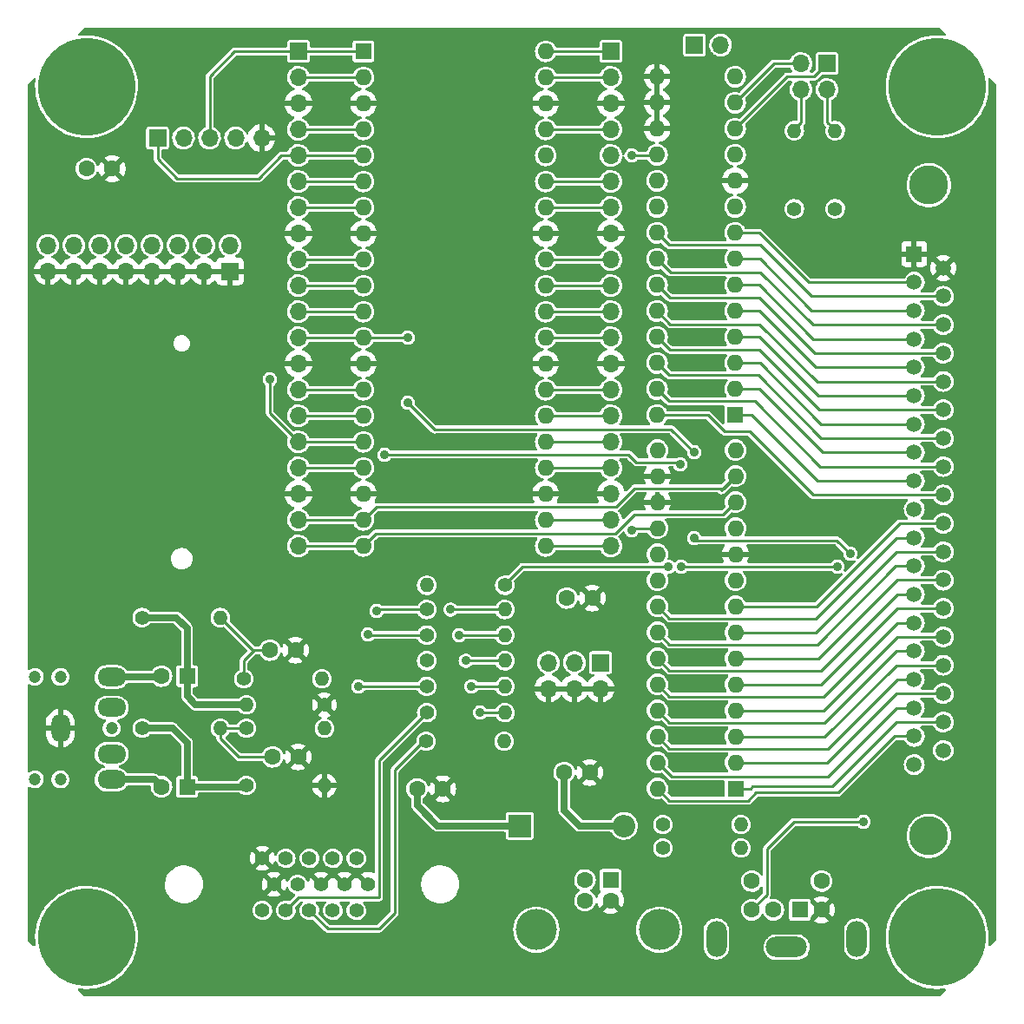
<source format=gbl>
G04 #@! TF.GenerationSoftware,KiCad,Pcbnew,(6.0.1)*
G04 #@! TF.CreationDate,2023-02-03T13:36:57-05:00*
G04 #@! TF.ProjectId,PiPicoMite-02,50695069-636f-44d6-9974-652d30322e6b,1*
G04 #@! TF.SameCoordinates,Original*
G04 #@! TF.FileFunction,Copper,L2,Bot*
G04 #@! TF.FilePolarity,Positive*
%FSLAX46Y46*%
G04 Gerber Fmt 4.6, Leading zero omitted, Abs format (unit mm)*
G04 Created by KiCad (PCBNEW (6.0.1)) date 2023-02-03 13:36:57*
%MOMM*%
%LPD*%
G01*
G04 APERTURE LIST*
G04 #@! TA.AperFunction,ComponentPad*
%ADD10C,1.397000*%
G04 #@! TD*
G04 #@! TA.AperFunction,ComponentPad*
%ADD11C,1.400000*%
G04 #@! TD*
G04 #@! TA.AperFunction,ComponentPad*
%ADD12O,1.400000X1.400000*%
G04 #@! TD*
G04 #@! TA.AperFunction,ComponentPad*
%ADD13R,1.600000X1.600000*%
G04 #@! TD*
G04 #@! TA.AperFunction,ComponentPad*
%ADD14O,1.600000X1.600000*%
G04 #@! TD*
G04 #@! TA.AperFunction,ComponentPad*
%ADD15C,1.600000*%
G04 #@! TD*
G04 #@! TA.AperFunction,ComponentPad*
%ADD16C,4.000000*%
G04 #@! TD*
G04 #@! TA.AperFunction,ComponentPad*
%ADD17R,1.700000X1.700000*%
G04 #@! TD*
G04 #@! TA.AperFunction,ComponentPad*
%ADD18O,1.700000X1.700000*%
G04 #@! TD*
G04 #@! TA.AperFunction,ComponentPad*
%ADD19C,9.525000*%
G04 #@! TD*
G04 #@! TA.AperFunction,ComponentPad*
%ADD20R,2.200000X2.200000*%
G04 #@! TD*
G04 #@! TA.AperFunction,ComponentPad*
%ADD21O,2.200000X2.200000*%
G04 #@! TD*
G04 #@! TA.AperFunction,ComponentPad*
%ADD22C,1.200000*%
G04 #@! TD*
G04 #@! TA.AperFunction,ComponentPad*
%ADD23O,2.800000X1.800000*%
G04 #@! TD*
G04 #@! TA.AperFunction,ComponentPad*
%ADD24O,1.800000X2.800000*%
G04 #@! TD*
G04 #@! TA.AperFunction,ComponentPad*
%ADD25O,2.000000X3.500000*%
G04 #@! TD*
G04 #@! TA.AperFunction,ComponentPad*
%ADD26O,4.000000X2.000000*%
G04 #@! TD*
G04 #@! TA.AperFunction,ComponentPad*
%ADD27R,1.520000X1.520000*%
G04 #@! TD*
G04 #@! TA.AperFunction,ComponentPad*
%ADD28C,1.520000*%
G04 #@! TD*
G04 #@! TA.AperFunction,ComponentPad*
%ADD29C,3.810000*%
G04 #@! TD*
G04 #@! TA.AperFunction,ViaPad*
%ADD30C,0.889000*%
G04 #@! TD*
G04 #@! TA.AperFunction,Conductor*
%ADD31C,0.254000*%
G04 #@! TD*
G04 #@! TA.AperFunction,Conductor*
%ADD32C,0.635000*%
G04 #@! TD*
G04 APERTURE END LIST*
D10*
X123376630Y-125977590D03*
X121085550Y-125977590D03*
X118799550Y-125977590D03*
X116505930Y-125977590D03*
X114217390Y-125977590D03*
X124522170Y-128517590D03*
X122231090Y-128517590D03*
X119940010Y-128517590D03*
X117651470Y-128517590D03*
X115360390Y-128517590D03*
X123376630Y-131057590D03*
X121085550Y-131057590D03*
X118797010Y-131055050D03*
X116505930Y-131057590D03*
X114217390Y-131057590D03*
D11*
X130249000Y-101704000D03*
D12*
X137869000Y-101704000D03*
D11*
X130249000Y-104204000D03*
D12*
X137869000Y-104204000D03*
D11*
X112395000Y-108458000D03*
D12*
X120015000Y-108458000D03*
D11*
X130249000Y-106704000D03*
D12*
X137869000Y-106704000D03*
D11*
X130249000Y-109204000D03*
D12*
X137869000Y-109204000D03*
D11*
X130175000Y-114554000D03*
D12*
X137795000Y-114554000D03*
D11*
X130249000Y-111760000D03*
D12*
X137869000Y-111760000D03*
D13*
X124079000Y-47244000D03*
D14*
X124079000Y-49784000D03*
X124079000Y-52324000D03*
X124079000Y-54864000D03*
X124079000Y-57404000D03*
X124079000Y-59944000D03*
X124079000Y-62484000D03*
X124079000Y-65024000D03*
X124079000Y-67564000D03*
X124079000Y-70104000D03*
X124079000Y-72644000D03*
X124079000Y-75184000D03*
X124079000Y-77724000D03*
X124079000Y-80264000D03*
X124079000Y-82804000D03*
X124079000Y-85344000D03*
X124079000Y-87884000D03*
X124079000Y-90424000D03*
X124079000Y-92964000D03*
X124079000Y-95504000D03*
X141859000Y-95504000D03*
X141859000Y-92964000D03*
X141859000Y-90424000D03*
X141859000Y-87884000D03*
X141859000Y-85344000D03*
X141859000Y-82804000D03*
X141859000Y-80264000D03*
X141859000Y-77724000D03*
X141859000Y-75184000D03*
X141859000Y-72644000D03*
X141859000Y-70104000D03*
X141859000Y-67564000D03*
X141859000Y-65024000D03*
X141859000Y-62484000D03*
X141859000Y-59944000D03*
X141859000Y-57404000D03*
X141859000Y-54864000D03*
X141859000Y-52324000D03*
X141859000Y-49784000D03*
X141859000Y-47244000D03*
D13*
X148189000Y-128086500D03*
D15*
X145689000Y-128086500D03*
X145689000Y-130086500D03*
X148189000Y-130086500D03*
D16*
X140939000Y-132946500D03*
X152939000Y-132946500D03*
D15*
X129309000Y-119204000D03*
X131809000Y-119204000D03*
D13*
X106869113Y-108204000D03*
D15*
X104369113Y-108204000D03*
X114955000Y-105664000D03*
X117455000Y-105664000D03*
X143657000Y-117602000D03*
X146157000Y-117602000D03*
X97059000Y-58704000D03*
X99559000Y-58704000D03*
X143911000Y-100584000D03*
X146411000Y-100584000D03*
D17*
X169296000Y-48432800D03*
D18*
X169296000Y-50972800D03*
X166756000Y-48432800D03*
X166756000Y-50972800D03*
D11*
X112649000Y-118872000D03*
D12*
X120269000Y-118872000D03*
D19*
X97059000Y-50704000D03*
X180059000Y-50704000D03*
X97059000Y-133704000D03*
X180059000Y-133704000D03*
D11*
X102489000Y-102489000D03*
D12*
X110109000Y-102489000D03*
D17*
X103984000Y-55704000D03*
D18*
X106524000Y-55704000D03*
X109064000Y-55704000D03*
X111604000Y-55704000D03*
X114144000Y-55704000D03*
D17*
X111059000Y-68704000D03*
D18*
X111059000Y-66164000D03*
X108519000Y-68704000D03*
X108519000Y-66164000D03*
X105979000Y-68704000D03*
X105979000Y-66164000D03*
X103439000Y-68704000D03*
X103439000Y-66164000D03*
X100899000Y-68704000D03*
X100899000Y-66164000D03*
X98359000Y-68704000D03*
X98359000Y-66164000D03*
X95819000Y-68704000D03*
X95819000Y-66164000D03*
X93279000Y-68704000D03*
X93279000Y-66164000D03*
D20*
X139319000Y-122809000D03*
D21*
X149479000Y-122809000D03*
D11*
X137871200Y-99339400D03*
D12*
X130251200Y-99339400D03*
D15*
X115209000Y-116078000D03*
X117709000Y-116078000D03*
D13*
X160375600Y-119176800D03*
D14*
X160375600Y-116636800D03*
X160375600Y-114096800D03*
X160375600Y-111556800D03*
X160375600Y-109016800D03*
X160375600Y-106476800D03*
X160375600Y-103936800D03*
X160375600Y-101396800D03*
X160375600Y-98856800D03*
X160375600Y-96316800D03*
X160375600Y-93776800D03*
X160375600Y-91236800D03*
X160375600Y-88696800D03*
X160375600Y-86156800D03*
X152755600Y-86156800D03*
X152755600Y-88696800D03*
X152755600Y-91236800D03*
X152755600Y-93776800D03*
X152755600Y-96316800D03*
X152755600Y-98856800D03*
X152755600Y-101396800D03*
X152755600Y-103936800D03*
X152755600Y-106476800D03*
X152755600Y-109016800D03*
X152755600Y-111556800D03*
X152755600Y-114096800D03*
X152755600Y-116636800D03*
X152755600Y-119176800D03*
D22*
X94504000Y-108284000D03*
X94504000Y-118284000D03*
X92004000Y-118284000D03*
X92004000Y-108284000D03*
X99504000Y-113284000D03*
D23*
X99504000Y-108284000D03*
X99504000Y-111284000D03*
D24*
X94504000Y-113284000D03*
D23*
X99504000Y-118284000D03*
X99504000Y-115784000D03*
D17*
X148209000Y-47244000D03*
D18*
X148209000Y-49784000D03*
X148209000Y-52324000D03*
X148209000Y-54864000D03*
X148209000Y-57404000D03*
X148209000Y-59944000D03*
X148209000Y-62484000D03*
X148209000Y-65024000D03*
X148209000Y-67564000D03*
X148209000Y-70104000D03*
X148209000Y-72644000D03*
X148209000Y-75184000D03*
X148209000Y-77724000D03*
X148209000Y-80264000D03*
X148209000Y-82804000D03*
X148209000Y-85344000D03*
X148209000Y-87884000D03*
X148209000Y-90424000D03*
X148209000Y-92964000D03*
X148209000Y-95504000D03*
D11*
X120269000Y-110998000D03*
D12*
X112649000Y-110998000D03*
D11*
X170103800Y-62611000D03*
D12*
X170103800Y-54991000D03*
D11*
X153289000Y-124968000D03*
D12*
X160909000Y-124968000D03*
D17*
X156382800Y-46634400D03*
D18*
X158922800Y-46634400D03*
D11*
X166116000Y-62611000D03*
D12*
X166116000Y-54991000D03*
D17*
X147193000Y-106883200D03*
D18*
X147193000Y-109423200D03*
X144653000Y-106883200D03*
X144653000Y-109423200D03*
X142113000Y-106883200D03*
X142113000Y-109423200D03*
D11*
X153289000Y-122682000D03*
D12*
X160909000Y-122682000D03*
D13*
X106869113Y-118999000D03*
D15*
X104369113Y-118999000D03*
D13*
X166664000Y-130994000D03*
D15*
X164064000Y-130994000D03*
X168764000Y-130994000D03*
X161964000Y-130994000D03*
X168764000Y-128194000D03*
X161964000Y-128194000D03*
D25*
X158514000Y-133844000D03*
X172214000Y-133844000D03*
D26*
X165364000Y-134644000D03*
D27*
X177812600Y-67007600D03*
D28*
X177812600Y-69777600D03*
X177812600Y-72547600D03*
X177812600Y-75317600D03*
X177812600Y-78077600D03*
X177812600Y-80847600D03*
X177812600Y-83617600D03*
X177812600Y-86387600D03*
X177812600Y-89157600D03*
X177812600Y-91927600D03*
X177812600Y-94697600D03*
X177812600Y-97457600D03*
X177812600Y-100227600D03*
X177812600Y-102997600D03*
X177812600Y-105767600D03*
X177812600Y-108537600D03*
X177812600Y-111307600D03*
X177812600Y-114077600D03*
X177812600Y-116837600D03*
X180652600Y-68377600D03*
X180652600Y-71147600D03*
X180652600Y-73917600D03*
X180652600Y-76687600D03*
X180652600Y-79457600D03*
X180652600Y-82217600D03*
X180652600Y-84987600D03*
X180652600Y-87757600D03*
X180652600Y-90527600D03*
X180652600Y-93297600D03*
X180652600Y-96067600D03*
X180652600Y-98837600D03*
X180652600Y-101597600D03*
X180652600Y-104367600D03*
X180652600Y-107137600D03*
X180652600Y-109907600D03*
X180652600Y-112677600D03*
X180652600Y-115447600D03*
D29*
X179232600Y-123797600D03*
X179232600Y-60297600D03*
D11*
X102489000Y-113284000D03*
D12*
X110109000Y-113284000D03*
D11*
X112649000Y-113284000D03*
D12*
X120269000Y-113284000D03*
D13*
X160340200Y-82743200D03*
D14*
X160340200Y-80203200D03*
X160340200Y-77663200D03*
X160340200Y-75123200D03*
X160340200Y-72583200D03*
X160340200Y-70043200D03*
X160340200Y-67503200D03*
X160340200Y-64963200D03*
X160340200Y-62423200D03*
X160340200Y-59883200D03*
X160340200Y-57343200D03*
X160340200Y-54803200D03*
X160340200Y-52263200D03*
X160340200Y-49723200D03*
X152720200Y-49723200D03*
X152720200Y-52263200D03*
X152720200Y-54803200D03*
X152720200Y-57343200D03*
X152720200Y-59883200D03*
X152720200Y-62423200D03*
X152720200Y-64963200D03*
X152720200Y-67503200D03*
X152720200Y-70043200D03*
X152720200Y-72583200D03*
X152720200Y-75123200D03*
X152720200Y-77663200D03*
X152720200Y-80203200D03*
X152720200Y-82743200D03*
D17*
X117729000Y-47244000D03*
D18*
X117729000Y-49784000D03*
X117729000Y-52324000D03*
X117729000Y-54864000D03*
X117729000Y-57404000D03*
X117729000Y-59944000D03*
X117729000Y-62484000D03*
X117729000Y-65024000D03*
X117729000Y-67564000D03*
X117729000Y-70104000D03*
X117729000Y-72644000D03*
X117729000Y-75184000D03*
X117729000Y-77724000D03*
X117729000Y-80264000D03*
X117729000Y-82804000D03*
X117729000Y-85344000D03*
X117729000Y-87884000D03*
X117729000Y-90424000D03*
X117729000Y-92964000D03*
X117729000Y-95504000D03*
D30*
X163195000Y-120396000D03*
X110871000Y-81534000D03*
X110871000Y-89154000D03*
X114935000Y-79248000D03*
X155067000Y-97536000D03*
X170329000Y-97514000D03*
X126111000Y-86614000D03*
X154980489Y-87543489D03*
X123571000Y-109220000D03*
X124524000Y-104140000D03*
X125349000Y-101854000D03*
X128397000Y-81534000D03*
X156337000Y-94742000D03*
X128397000Y-75184000D03*
X156337000Y-86360000D03*
X171577000Y-96266000D03*
X132589000Y-101704000D03*
X133414000Y-104204000D03*
X134059000Y-106704000D03*
X134621000Y-109204000D03*
X135446000Y-111760000D03*
X150241000Y-57404000D03*
X150241000Y-93980000D03*
X172847000Y-122428000D03*
X153797000Y-97536000D03*
D31*
X141859000Y-52324000D02*
X148209000Y-52324000D01*
X117729000Y-87884000D02*
X124079000Y-87884000D01*
X117729000Y-82804000D02*
X124079000Y-82804000D01*
X117729000Y-80264000D02*
X124079000Y-80264000D01*
X117729000Y-85344000D02*
X124079000Y-85344000D01*
X114935000Y-79248000D02*
X114935000Y-82550000D01*
X114935000Y-82550000D02*
X117729000Y-85344000D01*
X111519000Y-47244000D02*
X117729000Y-47244000D01*
X109064000Y-55704000D02*
X109064000Y-49699000D01*
X109064000Y-49699000D02*
X111519000Y-47244000D01*
X117729000Y-47244000D02*
X124079000Y-47244000D01*
X117729000Y-49784000D02*
X124079000Y-49784000D01*
X117729000Y-54864000D02*
X124079000Y-54864000D01*
X117729000Y-57404000D02*
X124079000Y-57404000D01*
X117729000Y-57404000D02*
X116078000Y-57404000D01*
X105918000Y-59664600D02*
X113817400Y-59664600D01*
X113817400Y-59664600D02*
X116078000Y-57404000D01*
X103984000Y-55704000D02*
X103984000Y-57730600D01*
X103984000Y-57730600D02*
X105918000Y-59664600D01*
X117729000Y-59944000D02*
X124079000Y-59944000D01*
X117729000Y-62484000D02*
X124079000Y-62484000D01*
X117729000Y-67564000D02*
X124079000Y-67564000D01*
X117729000Y-70104000D02*
X124079000Y-70104000D01*
X170307000Y-97536000D02*
X170329000Y-97514000D01*
X154774311Y-87337311D02*
X154980489Y-87543489D01*
X149947511Y-86574511D02*
X150710311Y-87337311D01*
X150710311Y-87337311D02*
X154774311Y-87337311D01*
X155067000Y-97536000D02*
X170307000Y-97536000D01*
X126150489Y-86574511D02*
X149947511Y-86574511D01*
X126111000Y-86614000D02*
X126150489Y-86574511D01*
X117729000Y-72644000D02*
X124079000Y-72644000D01*
X123571000Y-109220000D02*
X123587000Y-109204000D01*
X123587000Y-109204000D02*
X130249000Y-109204000D01*
X130249000Y-104204000D02*
X124588000Y-104204000D01*
X124588000Y-104204000D02*
X124524000Y-104140000D01*
X125499000Y-101704000D02*
X130249000Y-101704000D01*
X125349000Y-101854000D02*
X125499000Y-101704000D01*
X170268311Y-94957311D02*
X156552311Y-94957311D01*
X124079000Y-75184000D02*
X128397000Y-75184000D01*
X131013200Y-84150200D02*
X131049911Y-84113489D01*
X128397000Y-81534000D02*
X131013200Y-84150200D01*
X154090489Y-84113489D02*
X156337000Y-86360000D01*
X117729000Y-75184000D02*
X124079000Y-75184000D01*
X131049911Y-84113489D02*
X154090489Y-84113489D01*
X171577000Y-96266000D02*
X170268311Y-94957311D01*
X156552311Y-94957311D02*
X156337000Y-94742000D01*
X117729000Y-92964000D02*
X124079000Y-92964000D01*
X148717000Y-91694000D02*
X125349000Y-91694000D01*
X164154000Y-48429000D02*
X166794000Y-48429000D01*
X148717000Y-91694000D02*
X150533689Y-89877311D01*
X125349000Y-91694000D02*
X124079000Y-92964000D01*
X160359000Y-52224000D02*
X164154000Y-48429000D01*
X150533689Y-89877311D02*
X159195089Y-89877311D01*
X160359000Y-88724000D02*
X158999511Y-90083489D01*
X159195089Y-89877311D02*
X160375600Y-88696800D01*
X117729000Y-95504000D02*
X124079000Y-95504000D01*
X168059000Y-49704000D02*
X169334000Y-48429000D01*
X150468695Y-92444511D02*
X148639717Y-94273489D01*
X160359000Y-91264000D02*
X159178489Y-92444511D01*
X125309511Y-94273489D02*
X124079000Y-95504000D01*
X159178489Y-92444511D02*
X150468695Y-92444511D01*
X165419000Y-49704000D02*
X168059000Y-49704000D01*
X160359000Y-54764000D02*
X165419000Y-49704000D01*
X148639717Y-94273489D02*
X125309511Y-94273489D01*
X141859000Y-62484000D02*
X148209000Y-62484000D01*
X141859000Y-67564000D02*
X148209000Y-67564000D01*
X141859000Y-70104000D02*
X148209000Y-70104000D01*
X141859000Y-75184000D02*
X148209000Y-75184000D01*
X132589000Y-101704000D02*
X137869000Y-101704000D01*
X141859000Y-80264000D02*
X148209000Y-80264000D01*
X141859000Y-82804000D02*
X148209000Y-82804000D01*
X133414000Y-104204000D02*
X137869000Y-104204000D01*
X141859000Y-47244000D02*
X148209000Y-47244000D01*
X141859000Y-54864000D02*
X148209000Y-54864000D01*
X141859000Y-59944000D02*
X148209000Y-59944000D01*
X137869000Y-106704000D02*
X134113480Y-106704000D01*
X141859000Y-85344000D02*
X148209000Y-85344000D01*
X134621000Y-109204000D02*
X137869000Y-109204000D01*
X141859000Y-87884000D02*
X148209000Y-87884000D01*
X141859000Y-92964000D02*
X148209000Y-92964000D01*
X135446000Y-111760000D02*
X137869000Y-111760000D01*
X120583960Y-132842000D02*
X125603000Y-132842000D01*
X127127000Y-117348000D02*
X129921000Y-114554000D01*
X125603000Y-132842000D02*
X127127000Y-131318000D01*
X118797010Y-131055050D02*
X120583960Y-132842000D01*
X127127000Y-131318000D02*
X127127000Y-117348000D01*
X116505930Y-131057590D02*
X117769520Y-129794000D01*
X125603000Y-129794000D02*
X125603000Y-116406000D01*
X125603000Y-116406000D02*
X130249000Y-111760000D01*
X117769520Y-129794000D02*
X125603000Y-129794000D01*
X150417000Y-93804000D02*
X152739000Y-93804000D01*
X150241000Y-57404000D02*
X152639000Y-57404000D01*
X141859000Y-72644000D02*
X148209000Y-72644000D01*
X150241000Y-93980000D02*
X150417000Y-93804000D01*
X141859000Y-95504000D02*
X148209000Y-95504000D01*
X111887000Y-116078000D02*
X110109000Y-114300000D01*
X110109000Y-114300000D02*
X110109000Y-113284000D01*
X115209000Y-116078000D02*
X111887000Y-116078000D01*
X110109000Y-113284000D02*
X112649000Y-113284000D01*
D32*
X102489000Y-113284000D02*
X105460800Y-113284000D01*
X106869113Y-118999000D02*
X112522000Y-118999000D01*
X105460800Y-113284000D02*
X106869113Y-114692313D01*
X106869113Y-114692313D02*
X106869113Y-118999000D01*
X99504000Y-118284000D02*
X103654113Y-118284000D01*
X103654113Y-118284000D02*
X104369113Y-118999000D01*
D31*
X172847000Y-122428000D02*
X166060504Y-122428000D01*
D32*
X131318000Y-122809000D02*
X139319000Y-122809000D01*
X129309000Y-119204000D02*
X129309000Y-120800000D01*
D31*
X141859000Y-49784000D02*
X148209000Y-49784000D01*
X163449000Y-129509000D02*
X161964000Y-130994000D01*
X166060504Y-122428000D02*
X163449000Y-125039504D01*
X163449000Y-125039504D02*
X163449000Y-129509000D01*
D32*
X129309000Y-120800000D02*
X131318000Y-122809000D01*
D31*
X169334000Y-50969000D02*
X169334000Y-54169000D01*
X169334000Y-54169000D02*
X170059000Y-54894000D01*
X166794000Y-50969000D02*
X166794000Y-54159000D01*
X166794000Y-54159000D02*
X166059000Y-54894000D01*
X162677000Y-64963200D02*
X160340200Y-64963200D01*
X167491400Y-69777600D02*
X162677000Y-64963200D01*
X177812600Y-69777600D02*
X167491400Y-69777600D01*
X177812600Y-72547600D02*
X167817600Y-72547600D01*
X167817600Y-72547600D02*
X162773200Y-67503200D01*
X162773200Y-67503200D02*
X160340200Y-67503200D01*
X167971400Y-75317600D02*
X162697000Y-70043200D01*
X177812600Y-75317600D02*
X167971400Y-75317600D01*
X162697000Y-70043200D02*
X160340200Y-70043200D01*
X168166000Y-78077600D02*
X162671600Y-72583200D01*
X177812600Y-78077600D02*
X168166000Y-78077600D01*
X162671600Y-72583200D02*
X160340200Y-72583200D01*
X168421400Y-80847600D02*
X162697000Y-75123200D01*
X162697000Y-75123200D02*
X160340200Y-75123200D01*
X177812600Y-80847600D02*
X168421400Y-80847600D01*
X168753000Y-83617600D02*
X162798600Y-77663200D01*
X160340200Y-77663200D02*
X162798600Y-77663200D01*
X177812600Y-83617600D02*
X168753000Y-83617600D01*
X177812600Y-86387600D02*
X168856000Y-86387600D01*
X168856000Y-86387600D02*
X162671600Y-80203200D01*
X162671600Y-80203200D02*
X160340200Y-80203200D01*
X168354800Y-89157600D02*
X161940400Y-82743200D01*
X161940400Y-82743200D02*
X160340200Y-82743200D01*
X177812600Y-89157600D02*
X168354800Y-89157600D01*
X168237489Y-102577311D02*
X176117200Y-94697600D01*
X176117200Y-94697600D02*
X177812600Y-94697600D01*
X152755600Y-101396800D02*
X153936111Y-102577311D01*
X153936111Y-102577311D02*
X168237489Y-102577311D01*
X168339089Y-105117311D02*
X175998800Y-97457600D01*
X175998800Y-97457600D02*
X177812600Y-97457600D01*
X152755600Y-103936800D02*
X153936111Y-105117311D01*
X153936111Y-105117311D02*
X168339089Y-105117311D01*
X168693089Y-107657311D02*
X176122800Y-100227600D01*
X153936111Y-107657311D02*
X168693089Y-107657311D01*
X176122800Y-100227600D02*
X177812600Y-100227600D01*
X152755600Y-106476800D02*
X153936111Y-107657311D01*
X152755600Y-109016800D02*
X153936111Y-110197311D01*
X176148400Y-102997600D02*
X177812600Y-102997600D01*
X153936111Y-110197311D02*
X168948689Y-110197311D01*
X168948689Y-110197311D02*
X176148400Y-102997600D01*
X153936111Y-112737311D02*
X169075689Y-112737311D01*
X152755600Y-111556800D02*
X153936111Y-112737311D01*
X176045400Y-105767600D02*
X177812600Y-105767600D01*
X169075689Y-112737311D02*
X176045400Y-105767600D01*
X153936111Y-115277311D02*
X169405889Y-115277311D01*
X169405889Y-115277311D02*
X176145600Y-108537600D01*
X176145600Y-108537600D02*
X177812600Y-108537600D01*
X152755600Y-114096800D02*
X153936111Y-115277311D01*
X154115089Y-117996289D02*
X169379311Y-117996289D01*
X176068000Y-111307600D02*
X177812600Y-111307600D01*
X152755600Y-116636800D02*
X154115089Y-117996289D01*
X169379311Y-117996289D02*
X176068000Y-111307600D01*
X161608089Y-120357311D02*
X162394411Y-119570989D01*
X152755600Y-119176800D02*
X153936111Y-120357311D01*
X175926600Y-114077600D02*
X177812600Y-114077600D01*
X153936111Y-120357311D02*
X161608089Y-120357311D01*
X162394411Y-119570989D02*
X170420811Y-119570989D01*
X170420811Y-119570989D02*
X175920400Y-114071400D01*
X175920400Y-114071400D02*
X175926600Y-114077600D01*
X162786489Y-66143711D02*
X153900711Y-66143711D01*
X180652600Y-71147600D02*
X167790378Y-71147600D01*
X167790378Y-71147600D02*
X162786489Y-66143711D01*
X153900711Y-66143711D02*
X152720200Y-64963200D01*
X162814000Y-68808600D02*
X154025600Y-68808600D01*
X167923000Y-73917600D02*
X162814000Y-68808600D01*
X154025600Y-68808600D02*
X152720200Y-67503200D01*
X180652600Y-73917600D02*
X167923000Y-73917600D01*
X168102200Y-76687600D02*
X162712400Y-71297800D01*
X153974800Y-71297800D02*
X152720200Y-70043200D01*
X180652600Y-76687600D02*
X168102200Y-76687600D01*
X162712400Y-71297800D02*
X153974800Y-71297800D01*
X180652600Y-79457600D02*
X168332200Y-79457600D01*
X154000200Y-73863200D02*
X162737800Y-73863200D01*
X152720200Y-72583200D02*
X154000200Y-73863200D01*
X168332200Y-79457600D02*
X162737800Y-73863200D01*
X180652600Y-82217600D02*
X168526800Y-82217600D01*
X162687000Y-76377800D02*
X153974800Y-76377800D01*
X168526800Y-82217600D02*
X162687000Y-76377800D01*
X153974800Y-76377800D02*
X152720200Y-75123200D01*
X153900711Y-78843711D02*
X152720200Y-77663200D01*
X180652600Y-84987600D02*
X168752578Y-84987600D01*
X168752578Y-84987600D02*
X162608689Y-78843711D01*
X162608689Y-78843711D02*
X153900711Y-78843711D01*
X162278489Y-81383711D02*
X153900711Y-81383711D01*
X153900711Y-81383711D02*
X152720200Y-80203200D01*
X168652378Y-87757600D02*
X162278489Y-81383711D01*
X180652600Y-87757600D02*
X168652378Y-87757600D01*
X159308800Y-84353400D02*
X157698600Y-82743200D01*
X157698600Y-82743200D02*
X152720200Y-82743200D01*
X167921400Y-90527600D02*
X161747200Y-84353400D01*
X161747200Y-84353400D02*
X159308800Y-84353400D01*
X180652600Y-90527600D02*
X167921400Y-90527600D01*
X160375600Y-101396800D02*
X168275000Y-101396800D01*
X168275000Y-101396800D02*
X176374200Y-93297600D01*
X176374200Y-93297600D02*
X180652600Y-93297600D01*
X168198800Y-103936800D02*
X176068000Y-96067600D01*
X160375600Y-103936800D02*
X168198800Y-103936800D01*
X176068000Y-96067600D02*
X180652600Y-96067600D01*
X180652600Y-98837600D02*
X176129800Y-98837600D01*
X160375600Y-106476800D02*
X168490600Y-106476800D01*
X168490600Y-106476800D02*
X176129800Y-98837600D01*
X160375600Y-109016800D02*
X168752800Y-109016800D01*
X168752800Y-109016800D02*
X176172000Y-101597600D01*
X180652600Y-101597600D02*
X176172000Y-101597600D01*
X168935400Y-111556800D02*
X176124600Y-104367600D01*
X180652600Y-104367600D02*
X176124600Y-104367600D01*
X160375600Y-111556800D02*
X168935400Y-111556800D01*
X176047000Y-107137600D02*
X180652600Y-107137600D01*
X169087800Y-114096800D02*
X176047000Y-107137600D01*
X160375600Y-114096800D02*
X169087800Y-114096800D01*
X160375600Y-116636800D02*
X169345400Y-116636800D01*
X180652600Y-109907600D02*
X176074600Y-109907600D01*
X169345400Y-116636800D02*
X176074600Y-109907600D01*
X112395000Y-106680000D02*
X113411000Y-105664000D01*
X112395000Y-108458000D02*
X112395000Y-106680000D01*
X113284000Y-105664000D02*
X110109000Y-102489000D01*
X113284000Y-105664000D02*
X114955000Y-105664000D01*
D32*
X105816400Y-102489000D02*
X106869113Y-103541713D01*
X107696000Y-110998000D02*
X106869113Y-110171113D01*
X102489000Y-102489000D02*
X105816400Y-102489000D01*
X112649000Y-110998000D02*
X107696000Y-110998000D01*
X106869113Y-110171113D02*
X106869113Y-108204000D01*
X106869113Y-103541713D02*
X106869113Y-108204000D01*
X99504000Y-108284000D02*
X104289113Y-108284000D01*
D31*
X169786300Y-118935500D02*
X176044200Y-112677600D01*
X161823400Y-119176800D02*
X160375600Y-119176800D01*
X162064700Y-118935500D02*
X169786300Y-118935500D01*
X180652600Y-112677600D02*
X176044200Y-112677600D01*
X162064700Y-118935500D02*
X161823400Y-119176800D01*
X137795000Y-99314000D02*
X139573000Y-97536000D01*
X139573000Y-97536000D02*
X153797000Y-97536000D01*
D32*
X145186400Y-122809000D02*
X143657000Y-121279600D01*
X143657000Y-121279600D02*
X143657000Y-117602000D01*
X149479000Y-122809000D02*
X145186400Y-122809000D01*
G04 #@! TA.AperFunction,Conductor*
G36*
X180046153Y-44960421D02*
G01*
X180059000Y-44962976D01*
X180071172Y-44960555D01*
X180080199Y-44960555D01*
X180094786Y-44959406D01*
X180235969Y-44964953D01*
X180274112Y-44966452D01*
X180341395Y-44989113D01*
X180358260Y-45003260D01*
X180874302Y-45519302D01*
X180908328Y-45581614D01*
X180903263Y-45652429D01*
X180860716Y-45709265D01*
X180794196Y-45734076D01*
X180772366Y-45733741D01*
X180348090Y-45690270D01*
X180345300Y-45690233D01*
X180345292Y-45690233D01*
X180066189Y-45686580D01*
X179901253Y-45684421D01*
X179898453Y-45684634D01*
X179898452Y-45684634D01*
X179732312Y-45697272D01*
X179455666Y-45718316D01*
X179014856Y-45791687D01*
X178954343Y-45807393D01*
X178585031Y-45903247D01*
X178585020Y-45903250D01*
X178582313Y-45903953D01*
X178313085Y-46000086D01*
X178164105Y-46053281D01*
X178164100Y-46053283D01*
X178161462Y-46054225D01*
X178158922Y-46055396D01*
X178158917Y-46055398D01*
X178055071Y-46103272D01*
X177755636Y-46241314D01*
X177753213Y-46242704D01*
X177753210Y-46242706D01*
X177543828Y-46362863D01*
X177368047Y-46463737D01*
X177365744Y-46465346D01*
X177365737Y-46465351D01*
X177035542Y-46696127D01*
X177001765Y-46719734D01*
X176659690Y-47007278D01*
X176344530Y-47324093D01*
X176058781Y-47667669D01*
X176057187Y-47669976D01*
X176057185Y-47669978D01*
X175951545Y-47822827D01*
X175804705Y-48035286D01*
X175584314Y-48424034D01*
X175583155Y-48426583D01*
X175583153Y-48426587D01*
X175400510Y-48828288D01*
X175400505Y-48828299D01*
X175399353Y-48830834D01*
X175398431Y-48833460D01*
X175398426Y-48833472D01*
X175328717Y-49031976D01*
X175251287Y-49252466D01*
X175250596Y-49255186D01*
X175250595Y-49255190D01*
X175182997Y-49521357D01*
X175141287Y-49685591D01*
X175070225Y-50126779D01*
X175038664Y-50572538D01*
X175046853Y-51019338D01*
X175047152Y-51022109D01*
X175047152Y-51022116D01*
X175061139Y-51151923D01*
X175094727Y-51463640D01*
X175104120Y-51510862D01*
X175177594Y-51880239D01*
X175181908Y-51901929D01*
X175182691Y-51904598D01*
X175182692Y-51904602D01*
X175227385Y-52056947D01*
X175307705Y-52330732D01*
X175308725Y-52333328D01*
X175308726Y-52333331D01*
X175467045Y-52736275D01*
X175471123Y-52746655D01*
X175534748Y-52873989D01*
X175662319Y-53129298D01*
X175670866Y-53146404D01*
X175905354Y-53526815D01*
X176172730Y-53884875D01*
X176174591Y-53886953D01*
X176174592Y-53886954D01*
X176468340Y-54214916D01*
X176470877Y-54217749D01*
X176472914Y-54219652D01*
X176472921Y-54219659D01*
X176684390Y-54417201D01*
X176797435Y-54522802D01*
X176799631Y-54524515D01*
X176799635Y-54524518D01*
X176826189Y-54545227D01*
X177149817Y-54797618D01*
X177525234Y-55040022D01*
X177527713Y-55041326D01*
X177527716Y-55041328D01*
X177918212Y-55246778D01*
X177918218Y-55246781D01*
X177920712Y-55248093D01*
X177923310Y-55249177D01*
X177923314Y-55249179D01*
X178330537Y-55419107D01*
X178330542Y-55419109D01*
X178333121Y-55420185D01*
X178335787Y-55421028D01*
X178335792Y-55421030D01*
X178501315Y-55473378D01*
X178759196Y-55554935D01*
X178761926Y-55555538D01*
X178761927Y-55555538D01*
X179162216Y-55643913D01*
X179195562Y-55651275D01*
X179198336Y-55651633D01*
X179198337Y-55651633D01*
X179635995Y-55708087D01*
X179636002Y-55708088D01*
X179638765Y-55708444D01*
X179641552Y-55708554D01*
X179641558Y-55708554D01*
X179900568Y-55718730D01*
X180085295Y-55725988D01*
X180088087Y-55725849D01*
X180088092Y-55725849D01*
X180528813Y-55703909D01*
X180528822Y-55703908D01*
X180531617Y-55703769D01*
X180534394Y-55703381D01*
X180534396Y-55703381D01*
X180634795Y-55689360D01*
X180974197Y-55641962D01*
X181409531Y-55541057D01*
X181643961Y-55464207D01*
X181831518Y-55402723D01*
X181831524Y-55402721D01*
X181834171Y-55401853D01*
X182194692Y-55246961D01*
X182242181Y-55226558D01*
X182242183Y-55226557D01*
X182244755Y-55225452D01*
X182274611Y-55209343D01*
X182424598Y-55128414D01*
X182638033Y-55013251D01*
X183010891Y-54766929D01*
X183360376Y-54488438D01*
X183683721Y-54179982D01*
X183685558Y-54177888D01*
X183685566Y-54177879D01*
X183976519Y-53846110D01*
X183978366Y-53844004D01*
X183991233Y-53826392D01*
X184240329Y-53485421D01*
X184241978Y-53483164D01*
X184253371Y-53464241D01*
X184471019Y-53102729D01*
X184471024Y-53102720D01*
X184472470Y-53100318D01*
X184644581Y-52746655D01*
X184666783Y-52701033D01*
X184666784Y-52701030D01*
X184668016Y-52698499D01*
X184763294Y-52448336D01*
X184826073Y-52283504D01*
X184826075Y-52283497D01*
X184827069Y-52280888D01*
X184948369Y-51850791D01*
X184950766Y-51838045D01*
X185030439Y-51414361D01*
X185030441Y-51414349D01*
X185030955Y-51411614D01*
X185074174Y-50966834D01*
X185077823Y-50827504D01*
X185080999Y-50706234D01*
X185080999Y-50706220D01*
X185081057Y-50704000D01*
X185061175Y-50257568D01*
X185058844Y-50240208D01*
X185025248Y-49990090D01*
X185036004Y-49919913D01*
X185082993Y-49866691D01*
X185151296Y-49847322D01*
X185219229Y-49867956D01*
X185239222Y-49884222D01*
X185759740Y-50404740D01*
X185793766Y-50467052D01*
X185796548Y-50488888D01*
X185802849Y-50649245D01*
X185803594Y-50668211D01*
X185802445Y-50682801D01*
X185802445Y-50691828D01*
X185800024Y-50704000D01*
X185802445Y-50716170D01*
X185802579Y-50716844D01*
X185805000Y-50741425D01*
X185805000Y-133666575D01*
X185802579Y-133691153D01*
X185800024Y-133704000D01*
X185802445Y-133716172D01*
X185802445Y-133725199D01*
X185803594Y-133739786D01*
X185798047Y-133880969D01*
X185796548Y-133919112D01*
X185773887Y-133986395D01*
X185759740Y-134003260D01*
X185244688Y-134518312D01*
X185182376Y-134552338D01*
X185111561Y-134547273D01*
X185054725Y-134504726D01*
X185029914Y-134438206D01*
X185030819Y-134412335D01*
X185030955Y-134411614D01*
X185074174Y-133966834D01*
X185078252Y-133811111D01*
X185080999Y-133706234D01*
X185080999Y-133706220D01*
X185081057Y-133704000D01*
X185061175Y-133257568D01*
X185057086Y-133227121D01*
X185036449Y-133073479D01*
X185001686Y-132814670D01*
X184982515Y-132729944D01*
X184921545Y-132460500D01*
X184903062Y-132378815D01*
X184898867Y-132365786D01*
X184833699Y-132163418D01*
X184766084Y-131953451D01*
X184763714Y-131947854D01*
X184592933Y-131544541D01*
X184592929Y-131544533D01*
X184591835Y-131541949D01*
X184381696Y-131147565D01*
X184370226Y-131130004D01*
X184138871Y-130775782D01*
X184138868Y-130775778D01*
X184137330Y-130773423D01*
X183939786Y-130522840D01*
X183862401Y-130424677D01*
X183862399Y-130424675D01*
X183860672Y-130422484D01*
X183577624Y-130122646D01*
X183555837Y-130099566D01*
X183555836Y-130099565D01*
X183553914Y-130097529D01*
X183551823Y-130095676D01*
X183551815Y-130095668D01*
X183221583Y-129802990D01*
X183221581Y-129802988D01*
X183219483Y-129801129D01*
X183214710Y-129797603D01*
X183064484Y-129686645D01*
X182860028Y-129535631D01*
X182478394Y-129303138D01*
X182475880Y-129301898D01*
X182475876Y-129301896D01*
X182080110Y-129106725D01*
X182080104Y-129106722D01*
X182077605Y-129105490D01*
X181660832Y-128944253D01*
X181364002Y-128858858D01*
X181234057Y-128821474D01*
X181234051Y-128821473D01*
X181231376Y-128820703D01*
X181228639Y-128820174D01*
X181228633Y-128820172D01*
X181060827Y-128787706D01*
X180792637Y-128735818D01*
X180789863Y-128735534D01*
X180789851Y-128735532D01*
X180494078Y-128705228D01*
X180348090Y-128690270D01*
X180345300Y-128690233D01*
X180345292Y-128690233D01*
X180066189Y-128686580D01*
X179901253Y-128684421D01*
X179898453Y-128684634D01*
X179898452Y-128684634D01*
X179678453Y-128701369D01*
X179455666Y-128718316D01*
X179014856Y-128791687D01*
X178980774Y-128800533D01*
X178585031Y-128903247D01*
X178585020Y-128903250D01*
X178582313Y-128903953D01*
X178366438Y-128981035D01*
X178164105Y-129053281D01*
X178164100Y-129053283D01*
X178161462Y-129054225D01*
X178158922Y-129055396D01*
X178158917Y-129055398D01*
X177996855Y-129130110D01*
X177755636Y-129241314D01*
X177753213Y-129242704D01*
X177753210Y-129242706D01*
X177593841Y-129334162D01*
X177368047Y-129463737D01*
X177365744Y-129465346D01*
X177365737Y-129465351D01*
X177004542Y-129717793D01*
X177001765Y-129719734D01*
X176659690Y-130007278D01*
X176344530Y-130324093D01*
X176058781Y-130667669D01*
X176057187Y-130669976D01*
X176057185Y-130669978D01*
X175810370Y-131027090D01*
X175804705Y-131035286D01*
X175584314Y-131424034D01*
X175583155Y-131426583D01*
X175583153Y-131426587D01*
X175400510Y-131828288D01*
X175400505Y-131828299D01*
X175399353Y-131830834D01*
X175398431Y-131833460D01*
X175398426Y-131833472D01*
X175330521Y-132026839D01*
X175251287Y-132252466D01*
X175250596Y-132255186D01*
X175250595Y-132255190D01*
X175181468Y-132527378D01*
X175141287Y-132685591D01*
X175070225Y-133126779D01*
X175038664Y-133572538D01*
X175046853Y-134019338D01*
X175047152Y-134022109D01*
X175047152Y-134022116D01*
X175048777Y-134037197D01*
X175094727Y-134463640D01*
X175181908Y-134901929D01*
X175182691Y-134904598D01*
X175182692Y-134904602D01*
X175239024Y-135096620D01*
X175307705Y-135330732D01*
X175308725Y-135333328D01*
X175308726Y-135333331D01*
X175463859Y-135728166D01*
X175471123Y-135746655D01*
X175670866Y-136146404D01*
X175905354Y-136526815D01*
X176172730Y-136884875D01*
X176174591Y-136886953D01*
X176174592Y-136886954D01*
X176438780Y-137181913D01*
X176470877Y-137217749D01*
X176472914Y-137219652D01*
X176472921Y-137219659D01*
X176483423Y-137229469D01*
X176797435Y-137522802D01*
X177149817Y-137797618D01*
X177525234Y-138040022D01*
X177527713Y-138041326D01*
X177527716Y-138041328D01*
X177918212Y-138246778D01*
X177918218Y-138246781D01*
X177920712Y-138248093D01*
X177923310Y-138249177D01*
X177923314Y-138249179D01*
X178330537Y-138419107D01*
X178330542Y-138419109D01*
X178333121Y-138420185D01*
X178335787Y-138421028D01*
X178335792Y-138421030D01*
X178567979Y-138494461D01*
X178759196Y-138554935D01*
X178761926Y-138555538D01*
X178761927Y-138555538D01*
X179192826Y-138650671D01*
X179195562Y-138651275D01*
X179198336Y-138651633D01*
X179198337Y-138651633D01*
X179635995Y-138708087D01*
X179636002Y-138708088D01*
X179638765Y-138708444D01*
X179641552Y-138708554D01*
X179641558Y-138708554D01*
X179900568Y-138718730D01*
X180085295Y-138725988D01*
X180088087Y-138725849D01*
X180088092Y-138725849D01*
X180528813Y-138703909D01*
X180528822Y-138703908D01*
X180531617Y-138703769D01*
X180534394Y-138703381D01*
X180534396Y-138703381D01*
X180710702Y-138678759D01*
X180772459Y-138670135D01*
X180842692Y-138680523D01*
X180896159Y-138727233D01*
X180915885Y-138795434D01*
X180895608Y-138863473D01*
X180878981Y-138884019D01*
X180358260Y-139404740D01*
X180295948Y-139438766D01*
X180274112Y-139441548D01*
X180235969Y-139443047D01*
X180094786Y-139448594D01*
X180080199Y-139447445D01*
X180071172Y-139447445D01*
X180059000Y-139445024D01*
X180046153Y-139447579D01*
X180021575Y-139450000D01*
X97096425Y-139450000D01*
X97071847Y-139447579D01*
X97059000Y-139445024D01*
X97046828Y-139447445D01*
X97037801Y-139447445D01*
X97023214Y-139448594D01*
X96882031Y-139443047D01*
X96843888Y-139441548D01*
X96776605Y-139418887D01*
X96759740Y-139404740D01*
X96239585Y-138884585D01*
X96205559Y-138822273D01*
X96210624Y-138751458D01*
X96253171Y-138694622D01*
X96319691Y-138669811D01*
X96344797Y-138670525D01*
X96446529Y-138683647D01*
X96635995Y-138708087D01*
X96636002Y-138708088D01*
X96638765Y-138708444D01*
X96641552Y-138708554D01*
X96641558Y-138708554D01*
X96900568Y-138718730D01*
X97085295Y-138725988D01*
X97088087Y-138725849D01*
X97088092Y-138725849D01*
X97528813Y-138703909D01*
X97528822Y-138703908D01*
X97531617Y-138703769D01*
X97534394Y-138703381D01*
X97534396Y-138703381D01*
X97613386Y-138692350D01*
X97974197Y-138641962D01*
X98409531Y-138541057D01*
X98775672Y-138421030D01*
X98831518Y-138402723D01*
X98831524Y-138402721D01*
X98834171Y-138401853D01*
X99192057Y-138248093D01*
X99242181Y-138226558D01*
X99242183Y-138226557D01*
X99244755Y-138225452D01*
X99638033Y-138013251D01*
X100010891Y-137766929D01*
X100360376Y-137488438D01*
X100683721Y-137179982D01*
X100685558Y-137177888D01*
X100685566Y-137177879D01*
X100976519Y-136846110D01*
X100978366Y-136844004D01*
X101241978Y-136483164D01*
X101243424Y-136480763D01*
X101471019Y-136102729D01*
X101471024Y-136102720D01*
X101472470Y-136100318D01*
X101635027Y-135766286D01*
X101666783Y-135701033D01*
X101666784Y-135701030D01*
X101668016Y-135698499D01*
X101773730Y-135420935D01*
X101826073Y-135283504D01*
X101826075Y-135283497D01*
X101827069Y-135280888D01*
X101948369Y-134850791D01*
X101951628Y-134833459D01*
X102030439Y-134414361D01*
X102030441Y-134414349D01*
X102030955Y-134411614D01*
X102074174Y-133966834D01*
X102078252Y-133811111D01*
X102080999Y-133706234D01*
X102080999Y-133706220D01*
X102081057Y-133704000D01*
X102061175Y-133257568D01*
X102057086Y-133227121D01*
X102036449Y-133073479D01*
X102001686Y-132814670D01*
X101982515Y-132729944D01*
X101921545Y-132460500D01*
X101903062Y-132378815D01*
X101898867Y-132365786D01*
X101833699Y-132163418D01*
X101766084Y-131953451D01*
X101763714Y-131947854D01*
X101592933Y-131544541D01*
X101592929Y-131544533D01*
X101591835Y-131541949D01*
X101381696Y-131147565D01*
X101370226Y-131130004D01*
X101314197Y-131044220D01*
X113259872Y-131044220D01*
X113260995Y-131057590D01*
X113274341Y-131216519D01*
X113275511Y-131230457D01*
X113327026Y-131410110D01*
X113346526Y-131448053D01*
X113394782Y-131541949D01*
X113412454Y-131576336D01*
X113416277Y-131581160D01*
X113416280Y-131581164D01*
X113474807Y-131655006D01*
X113528542Y-131722802D01*
X113533236Y-131726797D01*
X113658578Y-131833472D01*
X113670868Y-131843932D01*
X113834011Y-131935109D01*
X114011757Y-131992862D01*
X114197335Y-132014991D01*
X114203470Y-132014519D01*
X114203472Y-132014519D01*
X114259509Y-132010207D01*
X114383677Y-132000653D01*
X114563686Y-131950394D01*
X114569175Y-131947621D01*
X114569181Y-131947619D01*
X114646549Y-131908537D01*
X114730504Y-131866128D01*
X114735847Y-131861954D01*
X114790740Y-131819066D01*
X114877777Y-131751065D01*
X114881803Y-131746401D01*
X114881806Y-131746398D01*
X114985694Y-131626042D01*
X114999897Y-131609588D01*
X115067198Y-131491116D01*
X115089168Y-131452442D01*
X115089169Y-131452441D01*
X115092211Y-131447085D01*
X115094968Y-131438799D01*
X115122487Y-131356072D01*
X115151204Y-131269747D01*
X115160409Y-131196883D01*
X115174186Y-131087831D01*
X115174187Y-131087822D01*
X115174628Y-131084328D01*
X115175001Y-131057590D01*
X115173690Y-131044220D01*
X115548412Y-131044220D01*
X115549535Y-131057590D01*
X115562881Y-131216519D01*
X115564051Y-131230457D01*
X115615566Y-131410110D01*
X115635066Y-131448053D01*
X115683322Y-131541949D01*
X115700994Y-131576336D01*
X115704817Y-131581160D01*
X115704820Y-131581164D01*
X115763347Y-131655006D01*
X115817082Y-131722802D01*
X115821776Y-131726797D01*
X115947118Y-131833472D01*
X115959408Y-131843932D01*
X116122551Y-131935109D01*
X116300297Y-131992862D01*
X116485875Y-132014991D01*
X116492010Y-132014519D01*
X116492012Y-132014519D01*
X116548049Y-132010207D01*
X116672217Y-132000653D01*
X116852226Y-131950394D01*
X116857715Y-131947621D01*
X116857721Y-131947619D01*
X116935089Y-131908537D01*
X117019044Y-131866128D01*
X117024387Y-131861954D01*
X117079280Y-131819066D01*
X117166317Y-131751065D01*
X117170343Y-131746401D01*
X117170346Y-131746398D01*
X117274234Y-131626042D01*
X117288437Y-131609588D01*
X117355738Y-131491116D01*
X117377708Y-131452442D01*
X117377709Y-131452441D01*
X117380751Y-131447085D01*
X117383508Y-131438799D01*
X117411027Y-131356072D01*
X117439744Y-131269747D01*
X117448949Y-131196883D01*
X117462726Y-131087831D01*
X117462727Y-131087822D01*
X117463168Y-131084328D01*
X117463541Y-131057590D01*
X117445303Y-130871589D01*
X117441546Y-130859145D01*
X117417507Y-130779521D01*
X117416966Y-130708527D01*
X117449034Y-130654009D01*
X117890638Y-130212405D01*
X117952950Y-130178379D01*
X117979733Y-130175500D01*
X118020726Y-130175500D01*
X118088847Y-130195502D01*
X118135340Y-130249158D01*
X118145444Y-130319432D01*
X118117247Y-130382492D01*
X118073411Y-130434734D01*
X118006872Y-130514031D01*
X118003909Y-130519420D01*
X118003906Y-130519425D01*
X117947528Y-130621978D01*
X117916836Y-130677807D01*
X117914975Y-130683674D01*
X117914974Y-130683676D01*
X117907481Y-130707296D01*
X117860325Y-130855951D01*
X117839492Y-131041680D01*
X117840008Y-131047824D01*
X117854174Y-131216519D01*
X117855131Y-131227917D01*
X117906646Y-131407570D01*
X117923948Y-131441236D01*
X117989093Y-131567995D01*
X117992074Y-131573796D01*
X117995897Y-131578620D01*
X117995900Y-131578624D01*
X118097025Y-131706211D01*
X118108162Y-131720262D01*
X118112856Y-131724257D01*
X118243831Y-131835726D01*
X118250488Y-131841392D01*
X118413631Y-131932569D01*
X118591377Y-131990322D01*
X118776955Y-132012451D01*
X118783090Y-132011979D01*
X118783092Y-132011979D01*
X118839129Y-132007667D01*
X118963297Y-131998113D01*
X118969223Y-131996459D01*
X118969237Y-131996456D01*
X119077851Y-131966130D01*
X119148841Y-131967076D01*
X119200830Y-131998393D01*
X120275916Y-133073479D01*
X120291275Y-133092495D01*
X120292241Y-133093556D01*
X120297889Y-133102304D01*
X120306066Y-133108750D01*
X120324432Y-133123229D01*
X120328907Y-133127206D01*
X120328968Y-133127135D01*
X120332925Y-133130488D01*
X120336608Y-133134171D01*
X120340843Y-133137197D01*
X120340845Y-133137199D01*
X120352396Y-133145453D01*
X120357142Y-133149016D01*
X120397630Y-133180934D01*
X120406317Y-133183985D01*
X120413803Y-133189334D01*
X120423779Y-133192317D01*
X120423780Y-133192318D01*
X120455162Y-133201703D01*
X120459423Y-133202977D01*
X120463171Y-133204098D01*
X120468803Y-133205928D01*
X120517462Y-133223016D01*
X120523051Y-133223500D01*
X120525762Y-133223500D01*
X120528429Y-133223615D01*
X120528492Y-133223634D01*
X120528485Y-133223808D01*
X120529231Y-133223855D01*
X120535484Y-133225725D01*
X120585343Y-133223766D01*
X120589638Y-133223597D01*
X120594585Y-133223500D01*
X125548865Y-133223500D01*
X125573164Y-133226086D01*
X125574602Y-133226154D01*
X125584780Y-133228345D01*
X125618341Y-133224373D01*
X125624320Y-133224021D01*
X125624312Y-133223928D01*
X125629490Y-133223500D01*
X125634692Y-133223500D01*
X125653846Y-133220312D01*
X125659704Y-133219478D01*
X125676318Y-133217512D01*
X125700567Y-133214642D01*
X125700568Y-133214642D01*
X125710907Y-133213418D01*
X125719206Y-133209433D01*
X125728283Y-133207922D01*
X125773651Y-133183442D01*
X125778914Y-133180761D01*
X125818250Y-133161873D01*
X125818254Y-133161870D01*
X125825398Y-133158440D01*
X125829692Y-133154830D01*
X125831624Y-133152898D01*
X125833573Y-133151111D01*
X125833626Y-133151082D01*
X125833745Y-133151212D01*
X125834313Y-133150711D01*
X125840057Y-133147612D01*
X125861873Y-133124012D01*
X125876866Y-133107792D01*
X125880296Y-133104226D01*
X126038022Y-132946500D01*
X138679663Y-132946500D01*
X138679933Y-132950619D01*
X138697938Y-133225316D01*
X138698992Y-133241403D01*
X138699796Y-133245443D01*
X138699796Y-133245446D01*
X138754333Y-133519619D01*
X138756648Y-133531259D01*
X138757973Y-133535163D01*
X138757974Y-133535166D01*
X138812075Y-133694541D01*
X138851645Y-133811111D01*
X138904905Y-133919112D01*
X138963139Y-134037197D01*
X138982357Y-134076168D01*
X139146547Y-134321897D01*
X139341407Y-134544093D01*
X139563603Y-134738953D01*
X139809331Y-134903143D01*
X139813030Y-134904967D01*
X139813035Y-134904970D01*
X139909543Y-134952562D01*
X140074389Y-135033855D01*
X140078294Y-135035180D01*
X140078295Y-135035181D01*
X140350334Y-135127526D01*
X140350337Y-135127527D01*
X140354241Y-135128852D01*
X140358280Y-135129655D01*
X140358286Y-135129657D01*
X140640054Y-135185704D01*
X140640057Y-135185704D01*
X140644097Y-135186508D01*
X140648208Y-135186777D01*
X140648212Y-135186778D01*
X140934881Y-135205567D01*
X140939000Y-135205837D01*
X140943119Y-135205567D01*
X141229788Y-135186778D01*
X141229792Y-135186777D01*
X141233903Y-135186508D01*
X141237943Y-135185704D01*
X141237946Y-135185704D01*
X141519714Y-135129657D01*
X141519720Y-135129655D01*
X141523759Y-135128852D01*
X141527663Y-135127527D01*
X141527666Y-135127526D01*
X141799705Y-135035181D01*
X141799706Y-135035180D01*
X141803611Y-135033855D01*
X141968457Y-134952562D01*
X142064965Y-134904970D01*
X142064970Y-134904967D01*
X142068669Y-134903143D01*
X142314397Y-134738953D01*
X142536593Y-134544093D01*
X142731453Y-134321897D01*
X142895643Y-134076168D01*
X142914862Y-134037197D01*
X142973095Y-133919112D01*
X143026355Y-133811111D01*
X143065925Y-133694541D01*
X143120026Y-133535166D01*
X143120027Y-133535163D01*
X143121352Y-133531259D01*
X143123668Y-133519619D01*
X143178204Y-133245446D01*
X143178204Y-133245443D01*
X143179008Y-133241403D01*
X143180063Y-133225316D01*
X143198067Y-132950619D01*
X143198337Y-132946500D01*
X150679663Y-132946500D01*
X150679933Y-132950619D01*
X150697938Y-133225316D01*
X150698992Y-133241403D01*
X150699796Y-133245443D01*
X150699796Y-133245446D01*
X150754333Y-133519619D01*
X150756648Y-133531259D01*
X150757973Y-133535163D01*
X150757974Y-133535166D01*
X150812075Y-133694541D01*
X150851645Y-133811111D01*
X150904905Y-133919112D01*
X150963139Y-134037197D01*
X150982357Y-134076168D01*
X151146547Y-134321897D01*
X151341407Y-134544093D01*
X151563603Y-134738953D01*
X151809331Y-134903143D01*
X151813030Y-134904967D01*
X151813035Y-134904970D01*
X151909543Y-134952562D01*
X152074389Y-135033855D01*
X152078294Y-135035180D01*
X152078295Y-135035181D01*
X152350334Y-135127526D01*
X152350337Y-135127527D01*
X152354241Y-135128852D01*
X152358280Y-135129655D01*
X152358286Y-135129657D01*
X152640054Y-135185704D01*
X152640057Y-135185704D01*
X152644097Y-135186508D01*
X152648208Y-135186777D01*
X152648212Y-135186778D01*
X152934881Y-135205567D01*
X152939000Y-135205837D01*
X152943119Y-135205567D01*
X153229788Y-135186778D01*
X153229792Y-135186777D01*
X153233903Y-135186508D01*
X153237943Y-135185704D01*
X153237946Y-135185704D01*
X153519714Y-135129657D01*
X153519720Y-135129655D01*
X153523759Y-135128852D01*
X153527663Y-135127527D01*
X153527666Y-135127526D01*
X153799705Y-135035181D01*
X153799706Y-135035180D01*
X153803611Y-135033855D01*
X153968457Y-134952562D01*
X154064965Y-134904970D01*
X154064970Y-134904967D01*
X154068669Y-134903143D01*
X154314397Y-134738953D01*
X154414895Y-134650819D01*
X157259500Y-134650819D01*
X157259749Y-134653606D01*
X157259749Y-134653612D01*
X157262422Y-134683564D01*
X157274336Y-134817051D01*
X157333427Y-135033051D01*
X157335839Y-135038109D01*
X157335841Y-135038113D01*
X157406750Y-135186778D01*
X157429834Y-135235174D01*
X157433111Y-135239735D01*
X157433112Y-135239736D01*
X157496577Y-135328056D01*
X157560511Y-135417030D01*
X157721326Y-135572871D01*
X157725981Y-135575999D01*
X157902540Y-135694641D01*
X157902543Y-135694643D01*
X157907197Y-135697770D01*
X158112248Y-135787782D01*
X158117706Y-135789092D01*
X158117705Y-135789092D01*
X158271659Y-135826053D01*
X158329998Y-135840059D01*
X158414143Y-135844911D01*
X158547957Y-135852626D01*
X158547960Y-135852626D01*
X158553564Y-135852949D01*
X158775880Y-135826046D01*
X158989917Y-135760200D01*
X158994897Y-135757630D01*
X158994901Y-135757628D01*
X159183929Y-135660063D01*
X159183930Y-135660063D01*
X159188912Y-135657491D01*
X159366573Y-135521167D01*
X159370346Y-135517021D01*
X159370351Y-135517016D01*
X159513507Y-135359689D01*
X159517286Y-135355536D01*
X159636286Y-135165833D01*
X159719812Y-134958056D01*
X159731436Y-134901929D01*
X159764287Y-134743296D01*
X159765224Y-134738772D01*
X159768407Y-134683564D01*
X163105051Y-134683564D01*
X163131954Y-134905880D01*
X163197800Y-135119917D01*
X163200370Y-135124897D01*
X163200372Y-135124901D01*
X163297937Y-135313929D01*
X163300509Y-135318912D01*
X163436833Y-135496573D01*
X163440979Y-135500346D01*
X163440984Y-135500351D01*
X163543309Y-135593459D01*
X163602464Y-135647286D01*
X163792167Y-135766286D01*
X163797376Y-135768380D01*
X163797378Y-135768381D01*
X163893489Y-135807017D01*
X163999944Y-135849812D01*
X164005436Y-135850949D01*
X164005438Y-135850950D01*
X164146059Y-135880071D01*
X164219228Y-135895224D01*
X164223839Y-135895490D01*
X164223840Y-135895490D01*
X164274225Y-135898395D01*
X164274229Y-135898395D01*
X164276048Y-135898500D01*
X166420819Y-135898500D01*
X166423606Y-135898251D01*
X166423612Y-135898251D01*
X166492962Y-135892061D01*
X166587051Y-135883664D01*
X166803051Y-135824573D01*
X166808109Y-135822161D01*
X166808113Y-135822159D01*
X167000107Y-135730583D01*
X167000109Y-135730582D01*
X167005174Y-135728166D01*
X167042934Y-135701033D01*
X167182470Y-135600766D01*
X167182472Y-135600764D01*
X167187030Y-135597489D01*
X167342871Y-135436674D01*
X167412314Y-135333331D01*
X167464641Y-135255460D01*
X167464643Y-135255457D01*
X167467770Y-135250803D01*
X167557782Y-135045752D01*
X167610059Y-134828002D01*
X167620275Y-134650819D01*
X170959500Y-134650819D01*
X170959749Y-134653606D01*
X170959749Y-134653612D01*
X170962422Y-134683564D01*
X170974336Y-134817051D01*
X171033427Y-135033051D01*
X171035839Y-135038109D01*
X171035841Y-135038113D01*
X171106750Y-135186778D01*
X171129834Y-135235174D01*
X171133111Y-135239735D01*
X171133112Y-135239736D01*
X171196577Y-135328056D01*
X171260511Y-135417030D01*
X171421326Y-135572871D01*
X171425981Y-135575999D01*
X171602540Y-135694641D01*
X171602543Y-135694643D01*
X171607197Y-135697770D01*
X171812248Y-135787782D01*
X171817706Y-135789092D01*
X171817705Y-135789092D01*
X171971659Y-135826053D01*
X172029998Y-135840059D01*
X172114143Y-135844911D01*
X172247957Y-135852626D01*
X172247960Y-135852626D01*
X172253564Y-135852949D01*
X172475880Y-135826046D01*
X172689917Y-135760200D01*
X172694897Y-135757630D01*
X172694901Y-135757628D01*
X172883929Y-135660063D01*
X172883930Y-135660063D01*
X172888912Y-135657491D01*
X173066573Y-135521167D01*
X173070346Y-135517021D01*
X173070351Y-135517016D01*
X173213507Y-135359689D01*
X173217286Y-135355536D01*
X173336286Y-135165833D01*
X173419812Y-134958056D01*
X173431436Y-134901929D01*
X173464287Y-134743296D01*
X173465224Y-134738772D01*
X173468500Y-134681952D01*
X173468500Y-133037181D01*
X173465722Y-133006048D01*
X173460407Y-132946500D01*
X173453664Y-132870949D01*
X173394573Y-132654949D01*
X173298166Y-132452826D01*
X173294888Y-132448264D01*
X173170766Y-132275530D01*
X173170764Y-132275528D01*
X173167489Y-132270970D01*
X173006674Y-132115129D01*
X172907517Y-132048499D01*
X172825460Y-131993359D01*
X172825457Y-131993357D01*
X172820803Y-131990230D01*
X172674828Y-131926151D01*
X172620894Y-131902475D01*
X172620892Y-131902474D01*
X172615752Y-131900218D01*
X172506877Y-131874080D01*
X172403459Y-131849251D01*
X172403458Y-131849251D01*
X172398002Y-131847941D01*
X172313857Y-131843089D01*
X172180043Y-131835374D01*
X172180040Y-131835374D01*
X172174436Y-131835051D01*
X171952120Y-131861954D01*
X171738083Y-131927800D01*
X171733103Y-131930370D01*
X171733099Y-131930372D01*
X171546200Y-132026838D01*
X171539088Y-132030509D01*
X171534641Y-132033922D01*
X171534640Y-132033922D01*
X171517217Y-132047291D01*
X171361427Y-132166833D01*
X171357654Y-132170979D01*
X171357649Y-132170984D01*
X171266669Y-132270970D01*
X171210714Y-132332464D01*
X171091714Y-132522167D01*
X171008188Y-132729944D01*
X170962776Y-132949228D01*
X170959500Y-133006048D01*
X170959500Y-134650819D01*
X167620275Y-134650819D01*
X167622949Y-134604436D01*
X167596046Y-134382120D01*
X167530200Y-134168083D01*
X167480848Y-134072464D01*
X167430063Y-133974071D01*
X167430063Y-133974070D01*
X167427491Y-133969088D01*
X167291167Y-133791427D01*
X167287021Y-133787654D01*
X167287016Y-133787649D01*
X167129689Y-133644493D01*
X167125536Y-133640714D01*
X166935833Y-133521714D01*
X166728056Y-133438188D01*
X166722564Y-133437051D01*
X166722562Y-133437050D01*
X166571754Y-133405819D01*
X166508772Y-133392776D01*
X166504161Y-133392510D01*
X166504160Y-133392510D01*
X166453775Y-133389605D01*
X166453771Y-133389605D01*
X166451952Y-133389500D01*
X164307181Y-133389500D01*
X164304394Y-133389749D01*
X164304388Y-133389749D01*
X164235038Y-133395939D01*
X164140949Y-133404336D01*
X163924949Y-133463427D01*
X163919891Y-133465839D01*
X163919887Y-133465841D01*
X163727893Y-133557417D01*
X163722826Y-133559834D01*
X163718265Y-133563111D01*
X163718264Y-133563112D01*
X163557013Y-133678983D01*
X163540970Y-133690511D01*
X163507355Y-133725199D01*
X163420517Y-133814809D01*
X163385129Y-133851326D01*
X163382001Y-133855981D01*
X163272231Y-134019338D01*
X163260230Y-134037197D01*
X163170218Y-134242248D01*
X163117941Y-134459998D01*
X163117618Y-134465603D01*
X163107101Y-134648017D01*
X163105051Y-134683564D01*
X159768407Y-134683564D01*
X159768500Y-134681952D01*
X159768500Y-133037181D01*
X159765722Y-133006048D01*
X159760407Y-132946500D01*
X159753664Y-132870949D01*
X159694573Y-132654949D01*
X159598166Y-132452826D01*
X159594888Y-132448264D01*
X159470766Y-132275530D01*
X159470764Y-132275528D01*
X159467489Y-132270970D01*
X159306674Y-132115129D01*
X159254488Y-132080062D01*
X168042493Y-132080062D01*
X168051789Y-132092077D01*
X168102994Y-132127931D01*
X168112489Y-132133414D01*
X168309947Y-132225490D01*
X168320239Y-132229236D01*
X168530688Y-132285625D01*
X168541481Y-132287528D01*
X168758525Y-132306517D01*
X168769475Y-132306517D01*
X168986519Y-132287528D01*
X168997312Y-132285625D01*
X169207761Y-132229236D01*
X169218053Y-132225490D01*
X169415511Y-132133414D01*
X169425006Y-132127931D01*
X169477048Y-132091491D01*
X169485424Y-132081012D01*
X169478356Y-132067566D01*
X168776812Y-131366022D01*
X168762868Y-131358408D01*
X168761035Y-131358539D01*
X168754420Y-131362790D01*
X168048923Y-132068287D01*
X168042493Y-132080062D01*
X159254488Y-132080062D01*
X159207517Y-132048499D01*
X159125460Y-131993359D01*
X159125457Y-131993357D01*
X159120803Y-131990230D01*
X158974828Y-131926151D01*
X158920894Y-131902475D01*
X158920892Y-131902474D01*
X158915752Y-131900218D01*
X158806877Y-131874080D01*
X158703459Y-131849251D01*
X158703458Y-131849251D01*
X158698002Y-131847941D01*
X158613857Y-131843089D01*
X158480043Y-131835374D01*
X158480040Y-131835374D01*
X158474436Y-131835051D01*
X158252120Y-131861954D01*
X158038083Y-131927800D01*
X158033103Y-131930370D01*
X158033099Y-131930372D01*
X157846200Y-132026838D01*
X157839088Y-132030509D01*
X157834641Y-132033922D01*
X157834640Y-132033922D01*
X157817217Y-132047291D01*
X157661427Y-132166833D01*
X157657654Y-132170979D01*
X157657649Y-132170984D01*
X157566669Y-132270970D01*
X157510714Y-132332464D01*
X157391714Y-132522167D01*
X157308188Y-132729944D01*
X157262776Y-132949228D01*
X157259500Y-133006048D01*
X157259500Y-134650819D01*
X154414895Y-134650819D01*
X154536593Y-134544093D01*
X154731453Y-134321897D01*
X154895643Y-134076168D01*
X154914862Y-134037197D01*
X154973095Y-133919112D01*
X155026355Y-133811111D01*
X155065925Y-133694541D01*
X155120026Y-133535166D01*
X155120027Y-133535163D01*
X155121352Y-133531259D01*
X155123668Y-133519619D01*
X155178204Y-133245446D01*
X155178204Y-133245443D01*
X155179008Y-133241403D01*
X155180063Y-133225316D01*
X155198067Y-132950619D01*
X155198337Y-132946500D01*
X155189879Y-132817451D01*
X155179278Y-132655712D01*
X155179277Y-132655708D01*
X155179008Y-132651597D01*
X155178204Y-132647554D01*
X155122157Y-132365786D01*
X155122155Y-132365780D01*
X155121352Y-132361741D01*
X155090540Y-132270970D01*
X155027681Y-132085795D01*
X155027680Y-132085794D01*
X155026355Y-132081889D01*
X154951635Y-131930372D01*
X154897470Y-131820536D01*
X154897467Y-131820531D01*
X154895643Y-131816832D01*
X154731453Y-131571103D01*
X154536593Y-131348907D01*
X154314397Y-131154047D01*
X154068669Y-130989857D01*
X154064970Y-130988033D01*
X154064965Y-130988030D01*
X154047072Y-130979206D01*
X160904501Y-130979206D01*
X160905992Y-130996965D01*
X160916281Y-131119480D01*
X160921806Y-131185278D01*
X160978807Y-131384066D01*
X160981625Y-131389548D01*
X160981626Y-131389552D01*
X161070514Y-131562509D01*
X161070517Y-131562513D01*
X161073334Y-131567995D01*
X161201786Y-131730061D01*
X161206479Y-131734055D01*
X161206480Y-131734056D01*
X161325529Y-131835374D01*
X161359271Y-131864091D01*
X161539789Y-131964980D01*
X161736466Y-132028884D01*
X161941809Y-132053370D01*
X161947944Y-132052898D01*
X161947946Y-132052898D01*
X162141856Y-132037977D01*
X162141860Y-132037976D01*
X162147998Y-132037504D01*
X162347178Y-131981892D01*
X162352682Y-131979112D01*
X162352684Y-131979111D01*
X162526262Y-131891431D01*
X162526264Y-131891430D01*
X162531763Y-131888652D01*
X162694722Y-131761334D01*
X162698748Y-131756670D01*
X162698751Y-131756667D01*
X162825819Y-131609457D01*
X162825820Y-131609455D01*
X162829848Y-131604789D01*
X162832894Y-131599428D01*
X162844712Y-131578624D01*
X162905011Y-131472479D01*
X162956049Y-131423130D01*
X163025667Y-131409207D01*
X163091761Y-131435133D01*
X163126632Y-131477123D01*
X163170514Y-131562509D01*
X163170517Y-131562513D01*
X163173334Y-131567995D01*
X163301786Y-131730061D01*
X163306479Y-131734055D01*
X163306480Y-131734056D01*
X163425529Y-131835374D01*
X163459271Y-131864091D01*
X163639789Y-131964980D01*
X163836466Y-132028884D01*
X164041809Y-132053370D01*
X164047944Y-132052898D01*
X164047946Y-132052898D01*
X164241856Y-132037977D01*
X164241860Y-132037976D01*
X164247998Y-132037504D01*
X164447178Y-131981892D01*
X164452682Y-131979112D01*
X164452684Y-131979111D01*
X164626262Y-131891431D01*
X164626264Y-131891430D01*
X164631763Y-131888652D01*
X164794722Y-131761334D01*
X164798748Y-131756670D01*
X164798751Y-131756667D01*
X164925819Y-131609457D01*
X164925820Y-131609455D01*
X164929848Y-131604789D01*
X164996104Y-131488158D01*
X165028950Y-131430340D01*
X165028952Y-131430336D01*
X165031995Y-131424979D01*
X165086514Y-131261087D01*
X165095325Y-131234601D01*
X165095326Y-131234598D01*
X165097270Y-131228753D01*
X165123189Y-131023586D01*
X165123602Y-130994000D01*
X165103422Y-130788189D01*
X165043651Y-130590217D01*
X164980071Y-130470640D01*
X164949459Y-130413067D01*
X164949457Y-130413064D01*
X164946565Y-130407625D01*
X164942674Y-130402855D01*
X164942672Y-130402851D01*
X164819758Y-130252143D01*
X164819755Y-130252140D01*
X164815863Y-130247368D01*
X164804516Y-130237981D01*
X164721052Y-130168933D01*
X165609500Y-130168933D01*
X165609501Y-131819066D01*
X165615045Y-131846938D01*
X165619414Y-131868904D01*
X165624266Y-131893301D01*
X165631161Y-131903620D01*
X165631162Y-131903622D01*
X165663521Y-131952049D01*
X165680516Y-131977484D01*
X165764699Y-132033734D01*
X165838933Y-132048500D01*
X166663866Y-132048500D01*
X167489066Y-132048499D01*
X167524818Y-132041388D01*
X167551126Y-132036156D01*
X167551128Y-132036155D01*
X167563301Y-132033734D01*
X167573621Y-132026839D01*
X167573622Y-132026838D01*
X167637168Y-131984377D01*
X167647484Y-131977484D01*
X167703734Y-131893301D01*
X167718500Y-131819067D01*
X167718500Y-131732480D01*
X167738502Y-131664359D01*
X167755405Y-131643385D01*
X168391978Y-131006812D01*
X168398356Y-130995132D01*
X169128408Y-130995132D01*
X169128539Y-130996965D01*
X169132790Y-131003580D01*
X169838287Y-131709077D01*
X169850062Y-131715507D01*
X169862077Y-131706211D01*
X169897931Y-131655006D01*
X169903414Y-131645511D01*
X169995490Y-131448053D01*
X169999236Y-131437761D01*
X170055625Y-131227312D01*
X170057528Y-131216519D01*
X170076517Y-130999475D01*
X170076517Y-130988525D01*
X170057528Y-130771481D01*
X170055625Y-130760688D01*
X169999236Y-130550239D01*
X169995490Y-130539947D01*
X169903414Y-130342489D01*
X169897931Y-130332994D01*
X169861491Y-130280952D01*
X169851012Y-130272576D01*
X169837566Y-130279644D01*
X169136022Y-130981188D01*
X169128408Y-130995132D01*
X168398356Y-130995132D01*
X168399592Y-130992868D01*
X168399461Y-130991035D01*
X168395210Y-130984420D01*
X167755404Y-130344614D01*
X167721378Y-130282302D01*
X167718499Y-130255519D01*
X167718499Y-130168934D01*
X167708794Y-130120138D01*
X167706156Y-130106874D01*
X167706155Y-130106872D01*
X167703734Y-130094699D01*
X167694598Y-130081025D01*
X167654377Y-130020832D01*
X167647484Y-130010516D01*
X167586476Y-129969751D01*
X167573620Y-129961161D01*
X167563301Y-129954266D01*
X167489067Y-129939500D01*
X166664134Y-129939500D01*
X165838934Y-129939501D01*
X165803473Y-129946554D01*
X165776874Y-129951844D01*
X165776872Y-129951845D01*
X165764699Y-129954266D01*
X165754379Y-129961161D01*
X165754378Y-129961162D01*
X165741524Y-129969751D01*
X165680516Y-130010516D01*
X165624266Y-130094699D01*
X165609500Y-130168933D01*
X164721052Y-130168933D01*
X164661271Y-130119478D01*
X164661266Y-130119475D01*
X164656522Y-130115550D01*
X164651103Y-130112620D01*
X164651100Y-130112618D01*
X164480032Y-130020122D01*
X164480027Y-130020120D01*
X164474612Y-130017192D01*
X164277063Y-129956040D01*
X164270938Y-129955396D01*
X164270937Y-129955396D01*
X164077526Y-129935068D01*
X164077524Y-129935068D01*
X164071397Y-129934424D01*
X163865450Y-129953166D01*
X163865208Y-129953237D01*
X163796587Y-129946554D01*
X163746469Y-129906988D01*
X168042576Y-129906988D01*
X168049644Y-129920434D01*
X168751188Y-130621978D01*
X168765132Y-130629592D01*
X168766965Y-130629461D01*
X168773580Y-130625210D01*
X169479077Y-129919713D01*
X169485507Y-129907938D01*
X169476211Y-129895923D01*
X169425006Y-129860069D01*
X169415511Y-129854586D01*
X169218053Y-129762510D01*
X169207761Y-129758764D01*
X168997312Y-129702375D01*
X168986519Y-129700472D01*
X168769475Y-129681483D01*
X168758525Y-129681483D01*
X168541481Y-129700472D01*
X168530688Y-129702375D01*
X168320239Y-129758764D01*
X168309947Y-129762510D01*
X168112489Y-129854586D01*
X168102994Y-129860069D01*
X168050952Y-129896509D01*
X168042576Y-129906988D01*
X163746469Y-129906988D01*
X163740863Y-129902562D01*
X163717769Y-129835426D01*
X163734637Y-129766463D01*
X163741553Y-129756623D01*
X163741172Y-129756351D01*
X163752469Y-129740543D01*
X163756032Y-129735798D01*
X163767268Y-129721545D01*
X163787934Y-129695330D01*
X163790984Y-129686645D01*
X163796334Y-129679158D01*
X163811109Y-129629753D01*
X163812930Y-129624150D01*
X163827388Y-129582981D01*
X163830016Y-129575498D01*
X163830500Y-129569909D01*
X163830500Y-129567196D01*
X163830615Y-129564531D01*
X163830634Y-129564468D01*
X163830808Y-129564475D01*
X163830855Y-129563729D01*
X163832725Y-129557476D01*
X163830597Y-129503322D01*
X163830500Y-129498375D01*
X163830500Y-128179206D01*
X167704501Y-128179206D01*
X167707932Y-128220062D01*
X167716921Y-128327101D01*
X167721806Y-128385278D01*
X167778807Y-128584066D01*
X167781625Y-128589548D01*
X167781626Y-128589552D01*
X167870514Y-128762509D01*
X167870517Y-128762513D01*
X167873334Y-128767995D01*
X168001786Y-128930061D01*
X168006479Y-128934055D01*
X168006480Y-128934056D01*
X168079408Y-128996122D01*
X168159271Y-129064091D01*
X168339789Y-129164980D01*
X168536466Y-129228884D01*
X168741809Y-129253370D01*
X168747944Y-129252898D01*
X168747946Y-129252898D01*
X168941856Y-129237977D01*
X168941860Y-129237976D01*
X168947998Y-129237504D01*
X169147178Y-129181892D01*
X169152682Y-129179112D01*
X169152684Y-129179111D01*
X169326262Y-129091431D01*
X169326264Y-129091430D01*
X169331763Y-129088652D01*
X169494722Y-128961334D01*
X169498748Y-128956670D01*
X169498751Y-128956667D01*
X169625819Y-128809457D01*
X169625820Y-128809455D01*
X169629848Y-128804789D01*
X169690917Y-128697289D01*
X169728950Y-128630340D01*
X169728952Y-128630336D01*
X169731995Y-128624979D01*
X169768705Y-128514624D01*
X169795325Y-128434601D01*
X169795326Y-128434598D01*
X169797270Y-128428753D01*
X169823189Y-128223586D01*
X169823602Y-128194000D01*
X169803422Y-127988189D01*
X169743651Y-127790217D01*
X169676369Y-127663678D01*
X169649459Y-127613067D01*
X169649457Y-127613064D01*
X169646565Y-127607625D01*
X169642674Y-127602855D01*
X169642672Y-127602851D01*
X169519758Y-127452143D01*
X169519755Y-127452140D01*
X169515863Y-127447368D01*
X169508248Y-127441068D01*
X169361271Y-127319478D01*
X169361266Y-127319475D01*
X169356522Y-127315550D01*
X169351103Y-127312620D01*
X169351100Y-127312618D01*
X169180032Y-127220122D01*
X169180027Y-127220120D01*
X169174612Y-127217192D01*
X168977063Y-127156040D01*
X168970938Y-127155396D01*
X168970937Y-127155396D01*
X168777526Y-127135068D01*
X168777524Y-127135068D01*
X168771397Y-127134424D01*
X168645229Y-127145906D01*
X168571591Y-127152607D01*
X168571590Y-127152607D01*
X168565450Y-127153166D01*
X168367066Y-127211554D01*
X168361601Y-127214411D01*
X168189261Y-127304508D01*
X168189257Y-127304511D01*
X168183801Y-127307363D01*
X168179001Y-127311223D01*
X168179000Y-127311223D01*
X168156339Y-127329443D01*
X168022635Y-127436943D01*
X167889708Y-127595360D01*
X167790082Y-127776578D01*
X167727553Y-127973696D01*
X167726867Y-127979813D01*
X167726866Y-127979817D01*
X167711976Y-128112562D01*
X167704501Y-128179206D01*
X163830500Y-128179206D01*
X163830500Y-125249716D01*
X163850502Y-125181595D01*
X163867405Y-125160621D01*
X165253094Y-123774933D01*
X177068173Y-123774933D01*
X177085122Y-124068890D01*
X177085947Y-124073095D01*
X177085948Y-124073103D01*
X177104065Y-124165444D01*
X177141809Y-124357826D01*
X177143196Y-124361876D01*
X177143197Y-124361881D01*
X177225583Y-124602509D01*
X177237185Y-124636395D01*
X177284997Y-124731460D01*
X177360689Y-124881956D01*
X177369484Y-124899444D01*
X177371910Y-124902973D01*
X177371913Y-124902979D01*
X177437415Y-124998284D01*
X177536259Y-125142103D01*
X177539146Y-125145276D01*
X177539147Y-125145277D01*
X177678930Y-125298896D01*
X177734424Y-125359883D01*
X177960312Y-125548754D01*
X177963953Y-125551038D01*
X178206102Y-125702939D01*
X178206106Y-125702941D01*
X178209742Y-125705222D01*
X178478100Y-125826390D01*
X178482219Y-125827610D01*
X178756306Y-125908799D01*
X178756311Y-125908800D01*
X178760419Y-125910017D01*
X178764653Y-125910665D01*
X178764658Y-125910666D01*
X178957253Y-125940137D01*
X179051475Y-125954555D01*
X179201372Y-125956910D01*
X179341593Y-125959113D01*
X179341599Y-125959113D01*
X179345884Y-125959180D01*
X179638195Y-125923806D01*
X179780598Y-125886447D01*
X179918859Y-125850175D01*
X179918860Y-125850175D01*
X179923002Y-125849088D01*
X180195033Y-125736409D01*
X180219538Y-125722090D01*
X180445557Y-125590015D01*
X180445558Y-125590015D01*
X180449255Y-125587854D01*
X180452615Y-125585220D01*
X180452623Y-125585214D01*
X180677592Y-125408815D01*
X180680964Y-125406171D01*
X180885872Y-125194723D01*
X180888405Y-125191275D01*
X180888409Y-125191270D01*
X181057649Y-124960877D01*
X181060187Y-124957422D01*
X181065040Y-124948484D01*
X181198633Y-124702435D01*
X181198634Y-124702433D01*
X181200683Y-124698659D01*
X181304762Y-124423223D01*
X181362775Y-124169925D01*
X181369540Y-124140389D01*
X181369540Y-124140387D01*
X181370497Y-124136210D01*
X181387996Y-123940135D01*
X181396451Y-123845399D01*
X181396451Y-123845392D01*
X181396671Y-123842931D01*
X181397146Y-123797600D01*
X181395951Y-123780070D01*
X181377411Y-123508114D01*
X181377410Y-123508108D01*
X181377119Y-123503837D01*
X181317410Y-123215511D01*
X181219122Y-122937955D01*
X181099016Y-122705255D01*
X181086040Y-122680114D01*
X181086040Y-122680113D01*
X181084075Y-122676307D01*
X180914768Y-122435407D01*
X180804281Y-122316509D01*
X180717255Y-122222857D01*
X180717252Y-122222854D01*
X180714334Y-122219714D01*
X180711016Y-122216998D01*
X180711015Y-122216997D01*
X180551643Y-122086553D01*
X180486481Y-122033218D01*
X180242856Y-121883925D01*
X180239088Y-121881616D01*
X180239087Y-121881616D01*
X180235426Y-121879372D01*
X180229089Y-121876590D01*
X180044532Y-121795575D01*
X179965814Y-121761020D01*
X179682634Y-121680355D01*
X179391127Y-121638867D01*
X179235976Y-121638054D01*
X179100973Y-121637347D01*
X179100966Y-121637347D01*
X179096687Y-121637325D01*
X179092443Y-121637884D01*
X179092439Y-121637884D01*
X178963670Y-121654837D01*
X178804762Y-121675758D01*
X178800622Y-121676891D01*
X178800620Y-121676891D01*
X178560896Y-121742472D01*
X178520753Y-121753454D01*
X178249917Y-121868975D01*
X178114656Y-121949927D01*
X178000946Y-122017981D01*
X178000942Y-122017984D01*
X177997264Y-122020185D01*
X177767471Y-122204284D01*
X177764527Y-122207386D01*
X177764523Y-122207390D01*
X177721300Y-122252938D01*
X177564789Y-122417866D01*
X177392968Y-122656980D01*
X177363686Y-122712284D01*
X177261855Y-122904611D01*
X177255189Y-122917200D01*
X177253717Y-122921223D01*
X177253715Y-122921227D01*
X177158610Y-123181114D01*
X177154000Y-123193711D01*
X177091275Y-123481397D01*
X177068173Y-123774933D01*
X165253094Y-123774933D01*
X166181622Y-122846405D01*
X166243934Y-122812379D01*
X166270717Y-122809500D01*
X172194023Y-122809500D01*
X172262144Y-122829502D01*
X172298605Y-122865225D01*
X172309738Y-122881793D01*
X172309741Y-122881796D01*
X172313974Y-122888096D01*
X172439108Y-123001959D01*
X172587791Y-123082687D01*
X172751438Y-123125619D01*
X172839047Y-123126996D01*
X172913004Y-123128158D01*
X172913007Y-123128158D01*
X172920602Y-123128277D01*
X172978723Y-123114965D01*
X173078114Y-123092202D01*
X173078118Y-123092201D01*
X173085517Y-123090506D01*
X173236662Y-123014488D01*
X173242433Y-123009559D01*
X173242436Y-123009557D01*
X173359539Y-122909541D01*
X173359540Y-122909540D01*
X173365311Y-122904611D01*
X173464037Y-122767219D01*
X173527141Y-122610243D01*
X173550980Y-122442746D01*
X173551134Y-122428000D01*
X173550330Y-122421350D01*
X173536984Y-122311066D01*
X173530809Y-122260040D01*
X173471006Y-122101778D01*
X173423886Y-122033218D01*
X173379481Y-121968607D01*
X173379479Y-121968605D01*
X173375179Y-121962348D01*
X173369508Y-121957295D01*
X173254531Y-121854854D01*
X173254528Y-121854852D01*
X173248859Y-121849801D01*
X173099339Y-121770634D01*
X173088964Y-121768028D01*
X172942622Y-121731269D01*
X172942618Y-121731269D01*
X172935251Y-121729418D01*
X172927652Y-121729378D01*
X172927650Y-121729378D01*
X172857308Y-121729010D01*
X172766069Y-121728532D01*
X172758688Y-121730304D01*
X172608938Y-121766256D01*
X172608935Y-121766257D01*
X172601559Y-121768028D01*
X172451218Y-121845624D01*
X172445497Y-121850614D01*
X172445495Y-121850616D01*
X172403954Y-121886855D01*
X172323726Y-121956842D01*
X172319356Y-121963060D01*
X172298349Y-121992950D01*
X172242815Y-122037182D01*
X172195262Y-122046500D01*
X166114640Y-122046500D01*
X166090351Y-122043915D01*
X166088904Y-122043847D01*
X166078724Y-122041655D01*
X166045860Y-122045545D01*
X166045164Y-122045627D01*
X166039183Y-122045980D01*
X166039191Y-122046072D01*
X166034012Y-122046500D01*
X166028812Y-122046500D01*
X166023685Y-122047353D01*
X166023677Y-122047354D01*
X166009655Y-122049688D01*
X166003779Y-122050525D01*
X165962935Y-122055359D01*
X165962933Y-122055360D01*
X165952596Y-122056583D01*
X165944299Y-122060567D01*
X165935221Y-122062078D01*
X165926059Y-122067022D01*
X165926055Y-122067023D01*
X165889860Y-122086553D01*
X165884576Y-122089246D01*
X165838106Y-122111560D01*
X165833812Y-122115170D01*
X165831880Y-122117102D01*
X165829931Y-122118889D01*
X165829878Y-122118918D01*
X165829759Y-122118788D01*
X165829191Y-122119289D01*
X165823447Y-122122388D01*
X165816380Y-122130033D01*
X165786638Y-122162208D01*
X165783208Y-122165774D01*
X163217521Y-124731460D01*
X163198505Y-124746819D01*
X163197444Y-124747785D01*
X163188696Y-124753433D01*
X163182250Y-124761610D01*
X163167771Y-124779976D01*
X163163794Y-124784451D01*
X163163865Y-124784512D01*
X163160512Y-124788469D01*
X163156829Y-124792152D01*
X163153803Y-124796387D01*
X163153801Y-124796389D01*
X163145547Y-124807940D01*
X163141984Y-124812686D01*
X163110066Y-124853174D01*
X163107015Y-124861861D01*
X163101666Y-124869347D01*
X163098683Y-124879323D01*
X163098682Y-124879324D01*
X163086902Y-124918715D01*
X163085072Y-124924347D01*
X163067984Y-124973006D01*
X163067500Y-124978595D01*
X163067500Y-124981306D01*
X163067385Y-124983973D01*
X163067366Y-124984036D01*
X163067192Y-124984029D01*
X163067145Y-124984775D01*
X163065275Y-124991028D01*
X163065684Y-125001432D01*
X163067403Y-125045182D01*
X163067500Y-125050129D01*
X163067500Y-127524669D01*
X163047498Y-127592790D01*
X162993842Y-127639283D01*
X162923568Y-127649387D01*
X162858988Y-127619893D01*
X162843857Y-127604304D01*
X162719762Y-127452148D01*
X162719757Y-127452143D01*
X162715863Y-127447368D01*
X162708248Y-127441068D01*
X162561271Y-127319478D01*
X162561266Y-127319475D01*
X162556522Y-127315550D01*
X162551103Y-127312620D01*
X162551100Y-127312618D01*
X162380032Y-127220122D01*
X162380027Y-127220120D01*
X162374612Y-127217192D01*
X162177063Y-127156040D01*
X162170938Y-127155396D01*
X162170937Y-127155396D01*
X161977526Y-127135068D01*
X161977524Y-127135068D01*
X161971397Y-127134424D01*
X161845229Y-127145906D01*
X161771591Y-127152607D01*
X161771590Y-127152607D01*
X161765450Y-127153166D01*
X161567066Y-127211554D01*
X161561601Y-127214411D01*
X161389261Y-127304508D01*
X161389257Y-127304511D01*
X161383801Y-127307363D01*
X161379001Y-127311223D01*
X161379000Y-127311223D01*
X161356339Y-127329443D01*
X161222635Y-127436943D01*
X161089708Y-127595360D01*
X160990082Y-127776578D01*
X160927553Y-127973696D01*
X160926867Y-127979813D01*
X160926866Y-127979817D01*
X160911976Y-128112562D01*
X160904501Y-128179206D01*
X160907932Y-128220062D01*
X160916921Y-128327101D01*
X160921806Y-128385278D01*
X160978807Y-128584066D01*
X160981625Y-128589548D01*
X160981626Y-128589552D01*
X161070514Y-128762509D01*
X161070517Y-128762513D01*
X161073334Y-128767995D01*
X161201786Y-128930061D01*
X161206479Y-128934055D01*
X161206480Y-128934056D01*
X161279408Y-128996122D01*
X161359271Y-129064091D01*
X161539789Y-129164980D01*
X161736466Y-129228884D01*
X161941809Y-129253370D01*
X161947944Y-129252898D01*
X161947946Y-129252898D01*
X162141856Y-129237977D01*
X162141860Y-129237976D01*
X162147998Y-129237504D01*
X162347178Y-129181892D01*
X162352682Y-129179112D01*
X162352684Y-129179111D01*
X162526262Y-129091431D01*
X162526264Y-129091430D01*
X162531763Y-129088652D01*
X162694722Y-128961334D01*
X162698748Y-128956670D01*
X162698751Y-128956667D01*
X162825819Y-128809457D01*
X162825820Y-128809455D01*
X162829848Y-128804789D01*
X162832893Y-128799429D01*
X162836444Y-128794395D01*
X162837852Y-128795388D01*
X162882978Y-128751751D01*
X162952596Y-128737825D01*
X163018690Y-128763749D01*
X163060278Y-128821290D01*
X163067500Y-128863336D01*
X163067500Y-129298788D01*
X163047498Y-129366909D01*
X163030595Y-129387883D01*
X162448727Y-129969751D01*
X162386415Y-130003777D01*
X162322373Y-130001021D01*
X162255531Y-129980330D01*
X162177063Y-129956040D01*
X162170938Y-129955396D01*
X162170937Y-129955396D01*
X161977526Y-129935068D01*
X161977524Y-129935068D01*
X161971397Y-129934424D01*
X161845229Y-129945906D01*
X161771591Y-129952607D01*
X161771590Y-129952607D01*
X161765450Y-129953166D01*
X161567066Y-130011554D01*
X161561601Y-130014411D01*
X161389261Y-130104508D01*
X161389257Y-130104511D01*
X161383801Y-130107363D01*
X161379001Y-130111223D01*
X161379000Y-130111223D01*
X161371888Y-130116941D01*
X161222635Y-130236943D01*
X161089708Y-130395360D01*
X160990082Y-130576578D01*
X160927553Y-130773696D01*
X160926867Y-130779813D01*
X160926866Y-130779817D01*
X160916857Y-130869049D01*
X160904501Y-130979206D01*
X154047072Y-130979206D01*
X153928991Y-130920975D01*
X153803611Y-130859145D01*
X153794202Y-130855951D01*
X153527666Y-130765474D01*
X153527663Y-130765473D01*
X153523759Y-130764148D01*
X153519720Y-130763345D01*
X153519714Y-130763343D01*
X153237946Y-130707296D01*
X153237943Y-130707296D01*
X153233903Y-130706492D01*
X153229792Y-130706223D01*
X153229788Y-130706222D01*
X152943119Y-130687433D01*
X152939000Y-130687163D01*
X152934881Y-130687433D01*
X152648212Y-130706222D01*
X152648208Y-130706223D01*
X152644097Y-130706492D01*
X152640057Y-130707296D01*
X152640054Y-130707296D01*
X152358286Y-130763343D01*
X152358280Y-130763345D01*
X152354241Y-130764148D01*
X152350337Y-130765473D01*
X152350334Y-130765474D01*
X152083798Y-130855951D01*
X152074389Y-130859145D01*
X152036717Y-130877723D01*
X151813036Y-130988030D01*
X151813031Y-130988033D01*
X151809332Y-130989857D01*
X151563603Y-131154047D01*
X151341407Y-131348907D01*
X151146547Y-131571103D01*
X150982357Y-131816832D01*
X150980533Y-131820531D01*
X150980530Y-131820536D01*
X150926365Y-131930372D01*
X150851645Y-132081889D01*
X150850320Y-132085794D01*
X150850319Y-132085795D01*
X150787461Y-132270970D01*
X150756648Y-132361741D01*
X150755845Y-132365780D01*
X150755843Y-132365786D01*
X150699796Y-132647554D01*
X150698992Y-132651597D01*
X150698723Y-132655708D01*
X150698722Y-132655712D01*
X150688121Y-132817451D01*
X150679663Y-132946500D01*
X143198337Y-132946500D01*
X143189879Y-132817451D01*
X143179278Y-132655712D01*
X143179277Y-132655708D01*
X143179008Y-132651597D01*
X143178204Y-132647554D01*
X143122157Y-132365786D01*
X143122155Y-132365780D01*
X143121352Y-132361741D01*
X143090540Y-132270970D01*
X143027681Y-132085795D01*
X143027680Y-132085794D01*
X143026355Y-132081889D01*
X142951635Y-131930372D01*
X142897470Y-131820536D01*
X142897467Y-131820531D01*
X142895643Y-131816832D01*
X142731453Y-131571103D01*
X142536593Y-131348907D01*
X142335509Y-131172562D01*
X147467493Y-131172562D01*
X147476789Y-131184577D01*
X147527994Y-131220431D01*
X147537489Y-131225914D01*
X147734947Y-131317990D01*
X147745239Y-131321736D01*
X147955688Y-131378125D01*
X147966481Y-131380028D01*
X148183525Y-131399017D01*
X148194475Y-131399017D01*
X148411519Y-131380028D01*
X148422312Y-131378125D01*
X148632761Y-131321736D01*
X148643053Y-131317990D01*
X148840511Y-131225914D01*
X148850006Y-131220431D01*
X148902048Y-131183991D01*
X148910424Y-131173512D01*
X148903356Y-131160066D01*
X148201812Y-130458522D01*
X148187868Y-130450908D01*
X148186035Y-130451039D01*
X148179420Y-130455290D01*
X147473923Y-131160787D01*
X147467493Y-131172562D01*
X142335509Y-131172562D01*
X142314397Y-131154047D01*
X142068669Y-130989857D01*
X142064970Y-130988033D01*
X142064965Y-130988030D01*
X141928991Y-130920975D01*
X141803611Y-130859145D01*
X141794202Y-130855951D01*
X141527666Y-130765474D01*
X141527663Y-130765473D01*
X141523759Y-130764148D01*
X141519720Y-130763345D01*
X141519714Y-130763343D01*
X141237946Y-130707296D01*
X141237943Y-130707296D01*
X141233903Y-130706492D01*
X141229792Y-130706223D01*
X141229788Y-130706222D01*
X140943119Y-130687433D01*
X140939000Y-130687163D01*
X140934881Y-130687433D01*
X140648212Y-130706222D01*
X140648208Y-130706223D01*
X140644097Y-130706492D01*
X140640057Y-130707296D01*
X140640054Y-130707296D01*
X140358286Y-130763343D01*
X140358280Y-130763345D01*
X140354241Y-130764148D01*
X140350337Y-130765473D01*
X140350334Y-130765474D01*
X140083798Y-130855951D01*
X140074389Y-130859145D01*
X140036717Y-130877723D01*
X139813036Y-130988030D01*
X139813031Y-130988033D01*
X139809332Y-130989857D01*
X139563603Y-131154047D01*
X139341407Y-131348907D01*
X139146547Y-131571103D01*
X138982357Y-131816832D01*
X138980533Y-131820531D01*
X138980530Y-131820536D01*
X138926365Y-131930372D01*
X138851645Y-132081889D01*
X138850320Y-132085794D01*
X138850319Y-132085795D01*
X138787461Y-132270970D01*
X138756648Y-132361741D01*
X138755845Y-132365780D01*
X138755843Y-132365786D01*
X138699796Y-132647554D01*
X138698992Y-132651597D01*
X138698723Y-132655708D01*
X138698722Y-132655712D01*
X138688121Y-132817451D01*
X138679663Y-132946500D01*
X126038022Y-132946500D01*
X127358480Y-131626042D01*
X127377489Y-131610689D01*
X127378552Y-131609722D01*
X127387304Y-131604071D01*
X127408229Y-131577528D01*
X127412208Y-131573050D01*
X127412137Y-131572990D01*
X127415490Y-131569033D01*
X127419171Y-131565352D01*
X127430469Y-131549543D01*
X127434032Y-131544798D01*
X127459485Y-131512510D01*
X127465934Y-131504330D01*
X127468984Y-131495645D01*
X127474334Y-131488158D01*
X127489109Y-131438753D01*
X127490930Y-131433150D01*
X127494132Y-131424034D01*
X127508016Y-131384498D01*
X127508500Y-131378909D01*
X127508500Y-131376196D01*
X127508615Y-131373531D01*
X127508634Y-131373468D01*
X127508808Y-131373475D01*
X127508855Y-131372729D01*
X127510725Y-131366476D01*
X127508597Y-131312322D01*
X127508500Y-131307375D01*
X127508500Y-128559776D01*
X129701528Y-128559776D01*
X129727089Y-128827690D01*
X129728174Y-128832124D01*
X129728175Y-128832130D01*
X129786377Y-129069984D01*
X129791057Y-129089108D01*
X129892093Y-129338553D01*
X129948559Y-129434989D01*
X130024376Y-129564475D01*
X130028079Y-129570800D01*
X130127668Y-129695330D01*
X130190608Y-129774032D01*
X130196168Y-129780985D01*
X130392837Y-129964703D01*
X130545702Y-130070749D01*
X130608742Y-130114481D01*
X130613967Y-130118106D01*
X130854926Y-130237981D01*
X130859260Y-130239402D01*
X130859263Y-130239403D01*
X131106333Y-130320397D01*
X131106339Y-130320398D01*
X131110666Y-130321817D01*
X131115157Y-130322597D01*
X131115158Y-130322597D01*
X131372048Y-130367201D01*
X131372056Y-130367202D01*
X131375829Y-130367857D01*
X131379666Y-130368048D01*
X131459287Y-130372012D01*
X131459295Y-130372012D01*
X131460858Y-130372090D01*
X131628884Y-130372090D01*
X131631152Y-130371925D01*
X131631164Y-130371925D01*
X131761967Y-130362434D01*
X131828935Y-130357575D01*
X131833390Y-130356591D01*
X131833393Y-130356591D01*
X132087280Y-130300537D01*
X132087282Y-130300536D01*
X132091736Y-130299553D01*
X132343410Y-130204203D01*
X132350324Y-130200363D01*
X132574689Y-130075739D01*
X132574690Y-130075738D01*
X132578682Y-130073521D01*
X132581060Y-130071706D01*
X144629501Y-130071706D01*
X144633446Y-130118682D01*
X144644789Y-130253755D01*
X144646806Y-130277778D01*
X144703807Y-130476566D01*
X144706625Y-130482048D01*
X144706626Y-130482052D01*
X144795514Y-130655009D01*
X144795517Y-130655013D01*
X144798334Y-130660495D01*
X144926786Y-130822561D01*
X144931479Y-130826555D01*
X144931480Y-130826556D01*
X145012190Y-130895245D01*
X145084271Y-130956591D01*
X145264789Y-131057480D01*
X145461466Y-131121384D01*
X145666809Y-131145870D01*
X145672944Y-131145398D01*
X145672946Y-131145398D01*
X145866856Y-131130477D01*
X145866860Y-131130476D01*
X145872998Y-131130004D01*
X146072178Y-131074392D01*
X146077682Y-131071612D01*
X146077684Y-131071611D01*
X146251262Y-130983931D01*
X146251264Y-130983930D01*
X146256763Y-130981152D01*
X146419722Y-130853834D01*
X146423748Y-130849170D01*
X146423751Y-130849167D01*
X146550819Y-130701957D01*
X146550820Y-130701955D01*
X146554848Y-130697289D01*
X146643887Y-130540553D01*
X146653950Y-130522840D01*
X146653952Y-130522836D01*
X146656995Y-130517479D01*
X146686902Y-130427574D01*
X146727384Y-130369249D01*
X146792972Y-130342069D01*
X146862842Y-130354663D01*
X146914812Y-130403033D01*
X146928168Y-130434734D01*
X146953764Y-130530261D01*
X146957510Y-130540553D01*
X147049586Y-130738011D01*
X147055069Y-130747506D01*
X147091509Y-130799548D01*
X147101988Y-130807924D01*
X147115434Y-130800856D01*
X148099905Y-129816385D01*
X148162217Y-129782359D01*
X148233032Y-129787424D01*
X148278095Y-129816385D01*
X149263287Y-130801577D01*
X149275062Y-130808007D01*
X149287077Y-130798711D01*
X149322931Y-130747506D01*
X149328414Y-130738011D01*
X149420490Y-130540553D01*
X149424236Y-130530261D01*
X149480625Y-130319812D01*
X149482528Y-130309019D01*
X149501517Y-130091975D01*
X149501517Y-130081025D01*
X149482528Y-129863981D01*
X149480625Y-129853188D01*
X149424236Y-129642739D01*
X149420490Y-129632447D01*
X149328414Y-129434989D01*
X149322931Y-129425493D01*
X149197972Y-129247033D01*
X149190916Y-129238625D01*
X149184763Y-129232472D01*
X149150737Y-129170160D01*
X149155802Y-129099345D01*
X149174014Y-129071007D01*
X149172484Y-129069984D01*
X149221839Y-128996120D01*
X149228734Y-128985801D01*
X149243500Y-128911567D01*
X149243499Y-127261434D01*
X149235282Y-127220122D01*
X149231156Y-127199374D01*
X149231155Y-127199372D01*
X149228734Y-127187199D01*
X149209132Y-127157862D01*
X149179377Y-127113332D01*
X149172484Y-127103016D01*
X149088301Y-127046766D01*
X149014067Y-127032000D01*
X148189134Y-127032000D01*
X147363934Y-127032001D01*
X147328182Y-127039112D01*
X147301874Y-127044344D01*
X147301872Y-127044345D01*
X147289699Y-127046766D01*
X147279379Y-127053661D01*
X147279378Y-127053662D01*
X147237440Y-127081685D01*
X147205516Y-127103016D01*
X147149266Y-127187199D01*
X147134500Y-127261433D01*
X147134501Y-128911566D01*
X147138180Y-128930061D01*
X147144400Y-128961334D01*
X147149266Y-128985801D01*
X147156161Y-128996120D01*
X147156162Y-128996122D01*
X147205516Y-129069984D01*
X147202802Y-129071798D01*
X147227263Y-129116594D01*
X147222198Y-129187409D01*
X147193237Y-129232472D01*
X147187084Y-129238625D01*
X147180028Y-129247033D01*
X147055069Y-129425493D01*
X147049586Y-129434989D01*
X146957510Y-129632447D01*
X146953765Y-129642736D01*
X146928512Y-129736981D01*
X146891560Y-129797603D01*
X146827699Y-129828625D01*
X146757205Y-129820196D01*
X146702458Y-129774993D01*
X146686183Y-129740786D01*
X146670433Y-129688619D01*
X146670433Y-129688618D01*
X146668651Y-129682717D01*
X146596527Y-129547072D01*
X146574459Y-129505567D01*
X146574457Y-129505564D01*
X146571565Y-129500125D01*
X146567674Y-129495355D01*
X146567672Y-129495351D01*
X146444758Y-129344643D01*
X146444755Y-129344640D01*
X146440863Y-129339868D01*
X146436114Y-129335939D01*
X146286271Y-129211978D01*
X146286266Y-129211975D01*
X146281522Y-129208050D01*
X146263410Y-129198257D01*
X146213001Y-129148263D01*
X146197623Y-129078951D01*
X146222159Y-129012329D01*
X146254433Y-128982329D01*
X146256763Y-128981152D01*
X146419722Y-128853834D01*
X146423748Y-128849170D01*
X146423751Y-128849167D01*
X146550819Y-128701957D01*
X146550820Y-128701955D01*
X146554848Y-128697289D01*
X146632967Y-128559776D01*
X146653950Y-128522840D01*
X146653952Y-128522836D01*
X146656995Y-128517479D01*
X146722270Y-128321253D01*
X146748189Y-128116086D01*
X146748602Y-128086500D01*
X146728422Y-127880689D01*
X146668651Y-127682717D01*
X146619693Y-127590641D01*
X146574459Y-127505567D01*
X146574457Y-127505564D01*
X146571565Y-127500125D01*
X146567674Y-127495355D01*
X146567672Y-127495351D01*
X146444758Y-127344643D01*
X146444755Y-127344640D01*
X146440863Y-127339868D01*
X146433966Y-127334162D01*
X146286271Y-127211978D01*
X146286266Y-127211975D01*
X146281522Y-127208050D01*
X146276103Y-127205120D01*
X146276100Y-127205118D01*
X146105032Y-127112622D01*
X146105027Y-127112620D01*
X146099612Y-127109692D01*
X145902063Y-127048540D01*
X145895938Y-127047896D01*
X145895937Y-127047896D01*
X145702526Y-127027568D01*
X145702524Y-127027568D01*
X145696397Y-127026924D01*
X145570229Y-127038406D01*
X145496591Y-127045107D01*
X145496590Y-127045107D01*
X145490450Y-127045666D01*
X145292066Y-127104054D01*
X145286601Y-127106911D01*
X145114261Y-127197008D01*
X145114257Y-127197011D01*
X145108801Y-127199863D01*
X144947635Y-127329443D01*
X144814708Y-127487860D01*
X144715082Y-127669078D01*
X144652553Y-127866196D01*
X144651867Y-127872313D01*
X144651866Y-127872317D01*
X144634524Y-128026928D01*
X144629501Y-128071706D01*
X144630743Y-128086500D01*
X144645360Y-128260554D01*
X144646806Y-128277778D01*
X144703807Y-128476566D01*
X144706625Y-128482048D01*
X144706626Y-128482052D01*
X144795514Y-128655009D01*
X144795517Y-128655013D01*
X144798334Y-128660495D01*
X144926786Y-128822561D01*
X144931479Y-128826555D01*
X144931480Y-128826556D01*
X145026102Y-128907085D01*
X145084271Y-128956591D01*
X145089647Y-128959595D01*
X145089649Y-128959597D01*
X145117612Y-128975225D01*
X145167318Y-129025919D01*
X145181725Y-129095439D01*
X145156261Y-129161711D01*
X145119043Y-129193062D01*
X145119418Y-129193634D01*
X145114695Y-129196725D01*
X145114520Y-129196872D01*
X145114270Y-129197003D01*
X145114263Y-129197007D01*
X145108801Y-129199863D01*
X144947635Y-129329443D01*
X144814708Y-129487860D01*
X144715082Y-129669078D01*
X144652553Y-129866196D01*
X144651867Y-129872313D01*
X144651866Y-129872317D01*
X144634566Y-130026553D01*
X144629501Y-130071706D01*
X132581060Y-130071706D01*
X132667841Y-130005477D01*
X132789001Y-129913011D01*
X132789005Y-129913007D01*
X132792626Y-129910244D01*
X132846720Y-129854909D01*
X132935927Y-129763654D01*
X132980759Y-129717793D01*
X133035391Y-129642736D01*
X133136452Y-129503894D01*
X133136457Y-129503887D01*
X133139140Y-129500200D01*
X133264451Y-129262023D01*
X133342445Y-129041164D01*
X133352544Y-129012565D01*
X133352544Y-129012564D01*
X133354067Y-129008252D01*
X133388349Y-128834317D01*
X133405230Y-128748673D01*
X133405231Y-128748667D01*
X133406111Y-128744201D01*
X133406338Y-128739645D01*
X133419265Y-128479973D01*
X133419265Y-128479967D01*
X133419492Y-128475404D01*
X133393931Y-128207490D01*
X133392600Y-128202047D01*
X133331049Y-127950510D01*
X133329963Y-127946072D01*
X133228927Y-127696627D01*
X133117057Y-127505567D01*
X133095251Y-127468325D01*
X133095250Y-127468324D01*
X133092941Y-127464380D01*
X132969266Y-127309732D01*
X132927704Y-127257761D01*
X132927703Y-127257759D01*
X132924852Y-127254195D01*
X132728183Y-127070477D01*
X132507053Y-126917074D01*
X132266094Y-126797199D01*
X132261760Y-126795778D01*
X132261757Y-126795777D01*
X132014687Y-126714783D01*
X132014681Y-126714782D01*
X132010354Y-126713363D01*
X132005862Y-126712583D01*
X131748972Y-126667979D01*
X131748964Y-126667978D01*
X131745191Y-126667323D01*
X131735228Y-126666827D01*
X131661733Y-126663168D01*
X131661725Y-126663168D01*
X131660162Y-126663090D01*
X131492136Y-126663090D01*
X131489868Y-126663255D01*
X131489856Y-126663255D01*
X131359053Y-126672746D01*
X131292085Y-126677605D01*
X131287630Y-126678589D01*
X131287627Y-126678589D01*
X131033740Y-126734643D01*
X131033738Y-126734644D01*
X131029284Y-126735627D01*
X130777610Y-126830977D01*
X130542338Y-126961659D01*
X130538706Y-126964431D01*
X130332019Y-127122169D01*
X130332015Y-127122173D01*
X130328394Y-127124936D01*
X130140261Y-127317387D01*
X130137576Y-127321076D01*
X129984568Y-127531286D01*
X129984563Y-127531293D01*
X129981880Y-127534980D01*
X129856569Y-127773157D01*
X129766953Y-128026928D01*
X129745662Y-128134952D01*
X129717511Y-128277778D01*
X129714909Y-128290979D01*
X129714682Y-128295532D01*
X129714682Y-128295535D01*
X129703367Y-128522840D01*
X129701528Y-128559776D01*
X127508500Y-128559776D01*
X127508500Y-124954609D01*
X152329975Y-124954609D01*
X152345639Y-125141139D01*
X152397235Y-125321075D01*
X152400050Y-125326552D01*
X152400051Y-125326555D01*
X152479982Y-125482085D01*
X152482797Y-125487562D01*
X152486620Y-125492386D01*
X152486623Y-125492390D01*
X152586635Y-125618573D01*
X152599068Y-125634259D01*
X152603762Y-125638254D01*
X152702269Y-125722090D01*
X152741618Y-125755579D01*
X152746996Y-125758585D01*
X152746998Y-125758586D01*
X152781396Y-125777810D01*
X152905018Y-125846900D01*
X153083043Y-125904744D01*
X153268914Y-125926908D01*
X153275049Y-125926436D01*
X153275051Y-125926436D01*
X153449408Y-125913020D01*
X153449413Y-125913019D01*
X153455549Y-125912547D01*
X153461479Y-125910891D01*
X153461481Y-125910891D01*
X153629913Y-125863864D01*
X153629912Y-125863864D01*
X153635841Y-125862209D01*
X153666148Y-125846900D01*
X153789459Y-125784610D01*
X153802921Y-125777810D01*
X153809562Y-125772622D01*
X153945571Y-125666360D01*
X153945572Y-125666360D01*
X153950427Y-125662566D01*
X154046695Y-125551038D01*
X154068709Y-125525535D01*
X154068710Y-125525533D01*
X154072738Y-125520867D01*
X154165198Y-125358108D01*
X154224283Y-125180491D01*
X154247744Y-124994780D01*
X154248118Y-124968000D01*
X154246805Y-124954609D01*
X159949975Y-124954609D01*
X159965639Y-125141139D01*
X160017235Y-125321075D01*
X160020050Y-125326552D01*
X160020051Y-125326555D01*
X160099982Y-125482085D01*
X160102797Y-125487562D01*
X160106620Y-125492386D01*
X160106623Y-125492390D01*
X160206635Y-125618573D01*
X160219068Y-125634259D01*
X160223762Y-125638254D01*
X160322269Y-125722090D01*
X160361618Y-125755579D01*
X160366996Y-125758585D01*
X160366998Y-125758586D01*
X160401396Y-125777810D01*
X160525018Y-125846900D01*
X160703043Y-125904744D01*
X160888914Y-125926908D01*
X160895049Y-125926436D01*
X160895051Y-125926436D01*
X161069408Y-125913020D01*
X161069413Y-125913019D01*
X161075549Y-125912547D01*
X161081479Y-125910891D01*
X161081481Y-125910891D01*
X161249913Y-125863864D01*
X161249912Y-125863864D01*
X161255841Y-125862209D01*
X161286148Y-125846900D01*
X161409459Y-125784610D01*
X161422921Y-125777810D01*
X161429562Y-125772622D01*
X161565571Y-125666360D01*
X161565572Y-125666360D01*
X161570427Y-125662566D01*
X161666695Y-125551038D01*
X161688709Y-125525535D01*
X161688710Y-125525533D01*
X161692738Y-125520867D01*
X161785198Y-125358108D01*
X161844283Y-125180491D01*
X161867744Y-124994780D01*
X161868118Y-124968000D01*
X161849852Y-124781706D01*
X161795749Y-124602509D01*
X161707870Y-124437232D01*
X161703980Y-124432462D01*
X161703977Y-124432458D01*
X161593457Y-124296948D01*
X161593454Y-124296945D01*
X161589562Y-124292173D01*
X161445332Y-124172855D01*
X161280673Y-124083824D01*
X161127989Y-124036561D01*
X161107744Y-124030294D01*
X161107741Y-124030293D01*
X161101857Y-124028472D01*
X161095732Y-124027828D01*
X161095731Y-124027828D01*
X160921824Y-124009549D01*
X160921823Y-124009549D01*
X160915696Y-124008905D01*
X160839143Y-124015872D01*
X160735418Y-124025312D01*
X160735415Y-124025313D01*
X160729279Y-124025871D01*
X160723373Y-124027609D01*
X160723369Y-124027610D01*
X160597677Y-124064603D01*
X160549708Y-124078721D01*
X160383822Y-124165444D01*
X160379022Y-124169304D01*
X160379021Y-124169304D01*
X160369718Y-124176784D01*
X160237940Y-124282736D01*
X160117619Y-124426130D01*
X160114655Y-124431522D01*
X160114652Y-124431526D01*
X160040455Y-124566491D01*
X160027441Y-124590163D01*
X160025580Y-124596030D01*
X160025579Y-124596032D01*
X159972703Y-124762718D01*
X159970841Y-124768588D01*
X159949975Y-124954609D01*
X154246805Y-124954609D01*
X154229852Y-124781706D01*
X154175749Y-124602509D01*
X154087870Y-124437232D01*
X154083980Y-124432462D01*
X154083977Y-124432458D01*
X153973457Y-124296948D01*
X153973454Y-124296945D01*
X153969562Y-124292173D01*
X153825332Y-124172855D01*
X153660673Y-124083824D01*
X153507989Y-124036561D01*
X153487744Y-124030294D01*
X153487741Y-124030293D01*
X153481857Y-124028472D01*
X153475732Y-124027828D01*
X153475731Y-124027828D01*
X153301824Y-124009549D01*
X153301823Y-124009549D01*
X153295696Y-124008905D01*
X153219143Y-124015872D01*
X153115418Y-124025312D01*
X153115415Y-124025313D01*
X153109279Y-124025871D01*
X153103373Y-124027609D01*
X153103369Y-124027610D01*
X152977677Y-124064603D01*
X152929708Y-124078721D01*
X152763822Y-124165444D01*
X152759022Y-124169304D01*
X152759021Y-124169304D01*
X152749718Y-124176784D01*
X152617940Y-124282736D01*
X152497619Y-124426130D01*
X152494655Y-124431522D01*
X152494652Y-124431526D01*
X152420455Y-124566491D01*
X152407441Y-124590163D01*
X152405580Y-124596030D01*
X152405579Y-124596032D01*
X152352703Y-124762718D01*
X152350841Y-124768588D01*
X152329975Y-124954609D01*
X127508500Y-124954609D01*
X127508500Y-119189206D01*
X128249501Y-119189206D01*
X128250944Y-119206386D01*
X128265787Y-119383140D01*
X128266806Y-119395278D01*
X128323807Y-119594066D01*
X128326625Y-119599548D01*
X128326626Y-119599552D01*
X128415514Y-119772509D01*
X128415517Y-119772513D01*
X128418334Y-119777995D01*
X128546786Y-119940061D01*
X128551479Y-119944055D01*
X128551480Y-119944056D01*
X128692663Y-120064212D01*
X128731576Y-120123595D01*
X128737000Y-120160166D01*
X128737000Y-120754256D01*
X128735922Y-120770702D01*
X128732065Y-120800000D01*
X128737000Y-120837486D01*
X128737000Y-120837492D01*
X128751723Y-120949322D01*
X128809359Y-121088468D01*
X128901045Y-121207955D01*
X128907595Y-121212981D01*
X128924495Y-121225949D01*
X128936886Y-121236816D01*
X130881184Y-123181114D01*
X130892051Y-123193505D01*
X130910045Y-123216955D01*
X131029532Y-123308641D01*
X131168678Y-123366277D01*
X131199375Y-123370318D01*
X131280497Y-123380999D01*
X131280506Y-123381000D01*
X131280509Y-123381000D01*
X131280521Y-123381001D01*
X131309811Y-123384857D01*
X131309812Y-123384857D01*
X131318000Y-123385935D01*
X131326188Y-123384857D01*
X131326189Y-123384857D01*
X131347298Y-123382078D01*
X131363744Y-123381000D01*
X137838501Y-123381000D01*
X137906622Y-123401002D01*
X137953115Y-123454658D01*
X137964501Y-123507000D01*
X137964501Y-123934066D01*
X137971612Y-123969818D01*
X137972931Y-123976448D01*
X137979266Y-124008301D01*
X137986161Y-124018620D01*
X137986162Y-124018622D01*
X137998149Y-124036561D01*
X138035516Y-124092484D01*
X138119699Y-124148734D01*
X138193933Y-124163500D01*
X139318818Y-124163500D01*
X140444066Y-124163499D01*
X140479818Y-124156388D01*
X140506126Y-124151156D01*
X140506128Y-124151155D01*
X140518301Y-124148734D01*
X140528621Y-124141839D01*
X140528622Y-124141838D01*
X140592168Y-124099377D01*
X140602484Y-124092484D01*
X140639851Y-124036561D01*
X140651839Y-124018620D01*
X140658734Y-124008301D01*
X140673500Y-123934067D01*
X140673499Y-121683934D01*
X140664656Y-121639472D01*
X140661156Y-121621874D01*
X140661155Y-121621872D01*
X140658734Y-121609699D01*
X140635296Y-121574621D01*
X140609377Y-121535832D01*
X140602484Y-121525516D01*
X140518301Y-121469266D01*
X140444067Y-121454500D01*
X139319182Y-121454500D01*
X138193934Y-121454501D01*
X138158182Y-121461612D01*
X138131874Y-121466844D01*
X138131872Y-121466845D01*
X138119699Y-121469266D01*
X138109379Y-121476161D01*
X138109378Y-121476162D01*
X138078679Y-121496675D01*
X138035516Y-121525516D01*
X137979266Y-121609699D01*
X137964500Y-121683933D01*
X137964500Y-122111000D01*
X137944498Y-122179121D01*
X137890842Y-122225614D01*
X137838500Y-122237000D01*
X131607120Y-122237000D01*
X131538999Y-122216998D01*
X131518025Y-122200095D01*
X129917905Y-120599975D01*
X129883879Y-120537663D01*
X129881000Y-120510880D01*
X129881000Y-120290062D01*
X131087493Y-120290062D01*
X131096789Y-120302077D01*
X131147994Y-120337931D01*
X131157489Y-120343414D01*
X131354947Y-120435490D01*
X131365239Y-120439236D01*
X131575688Y-120495625D01*
X131586481Y-120497528D01*
X131803525Y-120516517D01*
X131814475Y-120516517D01*
X132031519Y-120497528D01*
X132042312Y-120495625D01*
X132252761Y-120439236D01*
X132263053Y-120435490D01*
X132460511Y-120343414D01*
X132470006Y-120337931D01*
X132522048Y-120301491D01*
X132530424Y-120291012D01*
X132523356Y-120277566D01*
X131821812Y-119576022D01*
X131807868Y-119568408D01*
X131806035Y-119568539D01*
X131799420Y-119572790D01*
X131093923Y-120278287D01*
X131087493Y-120290062D01*
X129881000Y-120290062D01*
X129881000Y-120156796D01*
X129901002Y-120088675D01*
X129929426Y-120057507D01*
X129943014Y-120046891D01*
X130039722Y-119971334D01*
X130043748Y-119966670D01*
X130043751Y-119966667D01*
X130170819Y-119819457D01*
X130170820Y-119819455D01*
X130174848Y-119814789D01*
X130262256Y-119660925D01*
X130273950Y-119640340D01*
X130273952Y-119640336D01*
X130276995Y-119634979D01*
X130306902Y-119545074D01*
X130347384Y-119486749D01*
X130412972Y-119459569D01*
X130482842Y-119472163D01*
X130534812Y-119520533D01*
X130548168Y-119552234D01*
X130573764Y-119647761D01*
X130577510Y-119658053D01*
X130669586Y-119855511D01*
X130675069Y-119865006D01*
X130711509Y-119917048D01*
X130721988Y-119925424D01*
X130735434Y-119918356D01*
X131436978Y-119216812D01*
X131443356Y-119205132D01*
X132173408Y-119205132D01*
X132173539Y-119206965D01*
X132177790Y-119213580D01*
X132883287Y-119919077D01*
X132895062Y-119925507D01*
X132907077Y-119916211D01*
X132942931Y-119865006D01*
X132948414Y-119855511D01*
X133040490Y-119658053D01*
X133044236Y-119647761D01*
X133100625Y-119437312D01*
X133102528Y-119426519D01*
X133121517Y-119209475D01*
X133121517Y-119198525D01*
X133102528Y-118981481D01*
X133100625Y-118970688D01*
X133044236Y-118760239D01*
X133040490Y-118749947D01*
X132948414Y-118552489D01*
X132942931Y-118542994D01*
X132906491Y-118490952D01*
X132896012Y-118482576D01*
X132882566Y-118489644D01*
X132181022Y-119191188D01*
X132173408Y-119205132D01*
X131443356Y-119205132D01*
X131444592Y-119202868D01*
X131444461Y-119201035D01*
X131440210Y-119194420D01*
X130734713Y-118488923D01*
X130722938Y-118482493D01*
X130710923Y-118491789D01*
X130675069Y-118542994D01*
X130669586Y-118552489D01*
X130577510Y-118749947D01*
X130573765Y-118760236D01*
X130548512Y-118854481D01*
X130511560Y-118915103D01*
X130447699Y-118946125D01*
X130377205Y-118937696D01*
X130322458Y-118892493D01*
X130306183Y-118858286D01*
X130290433Y-118806119D01*
X130290433Y-118806118D01*
X130288651Y-118800217D01*
X130200013Y-118633513D01*
X130194459Y-118623067D01*
X130194457Y-118623064D01*
X130191565Y-118617625D01*
X130187674Y-118612855D01*
X130187672Y-118612851D01*
X130064758Y-118462143D01*
X130064755Y-118462140D01*
X130060863Y-118457368D01*
X130056114Y-118453439D01*
X129906271Y-118329478D01*
X129906266Y-118329475D01*
X129901522Y-118325550D01*
X129896103Y-118322620D01*
X129896100Y-118322618D01*
X129725032Y-118230122D01*
X129725027Y-118230120D01*
X129719612Y-118227192D01*
X129522063Y-118166040D01*
X129515938Y-118165396D01*
X129515937Y-118165396D01*
X129322526Y-118145068D01*
X129322524Y-118145068D01*
X129316397Y-118144424D01*
X129190229Y-118155906D01*
X129116591Y-118162607D01*
X129116590Y-118162607D01*
X129110450Y-118163166D01*
X128912066Y-118221554D01*
X128906601Y-118224411D01*
X128734261Y-118314508D01*
X128734257Y-118314511D01*
X128728801Y-118317363D01*
X128724001Y-118321223D01*
X128724000Y-118321223D01*
X128706206Y-118335530D01*
X128567635Y-118446943D01*
X128434708Y-118605360D01*
X128335082Y-118786578D01*
X128272553Y-118983696D01*
X128271867Y-118989813D01*
X128271866Y-118989817D01*
X128267024Y-119032985D01*
X128249501Y-119189206D01*
X127508500Y-119189206D01*
X127508500Y-118116988D01*
X131087576Y-118116988D01*
X131094644Y-118130434D01*
X131796188Y-118831978D01*
X131810132Y-118839592D01*
X131811965Y-118839461D01*
X131818580Y-118835210D01*
X132524077Y-118129713D01*
X132530507Y-118117938D01*
X132521211Y-118105923D01*
X132470006Y-118070069D01*
X132460511Y-118064586D01*
X132263053Y-117972510D01*
X132252761Y-117968764D01*
X132042312Y-117912375D01*
X132031519Y-117910472D01*
X131814475Y-117891483D01*
X131803525Y-117891483D01*
X131586481Y-117910472D01*
X131575688Y-117912375D01*
X131365239Y-117968764D01*
X131354947Y-117972510D01*
X131157489Y-118064586D01*
X131147994Y-118070069D01*
X131095952Y-118106509D01*
X131087576Y-118116988D01*
X127508500Y-118116988D01*
X127508500Y-117587206D01*
X142597501Y-117587206D01*
X142598976Y-117604774D01*
X142613792Y-117781199D01*
X142614806Y-117793278D01*
X142671807Y-117992066D01*
X142674625Y-117997548D01*
X142674626Y-117997552D01*
X142763514Y-118170509D01*
X142763517Y-118170513D01*
X142766334Y-118175995D01*
X142894786Y-118338061D01*
X142899479Y-118342055D01*
X142899480Y-118342056D01*
X143040663Y-118462212D01*
X143079576Y-118521595D01*
X143085000Y-118558166D01*
X143085000Y-121233856D01*
X143083922Y-121250302D01*
X143080065Y-121279600D01*
X143085000Y-121317086D01*
X143085000Y-121317092D01*
X143099723Y-121428922D01*
X143157359Y-121568068D01*
X143249045Y-121687555D01*
X143255595Y-121692581D01*
X143272495Y-121705549D01*
X143284886Y-121716416D01*
X144749584Y-123181114D01*
X144760451Y-123193505D01*
X144778445Y-123216955D01*
X144897932Y-123308641D01*
X145037078Y-123366277D01*
X145067775Y-123370318D01*
X145148897Y-123380999D01*
X145148906Y-123381000D01*
X145148909Y-123381000D01*
X145148921Y-123381001D01*
X145178211Y-123384857D01*
X145178212Y-123384857D01*
X145186400Y-123385935D01*
X145194588Y-123384857D01*
X145194589Y-123384857D01*
X145215698Y-123382078D01*
X145232144Y-123381000D01*
X148170279Y-123381000D01*
X148238400Y-123401002D01*
X148277711Y-123441164D01*
X148382226Y-123611717D01*
X148528058Y-123780070D01*
X148699428Y-123922344D01*
X148891734Y-124034718D01*
X149099811Y-124114175D01*
X149104879Y-124115206D01*
X149104882Y-124115207D01*
X149187113Y-124131937D01*
X149318072Y-124158581D01*
X149323247Y-124158771D01*
X149323249Y-124158771D01*
X149535491Y-124166554D01*
X149535495Y-124166554D01*
X149540655Y-124166743D01*
X149545775Y-124166087D01*
X149545777Y-124166087D01*
X149616642Y-124157009D01*
X149761582Y-124138441D01*
X149766531Y-124136956D01*
X149766537Y-124136955D01*
X149969969Y-124075922D01*
X149969968Y-124075922D01*
X149974919Y-124074437D01*
X150174939Y-123976448D01*
X150179144Y-123973448D01*
X150179150Y-123973445D01*
X150352065Y-123850106D01*
X150352067Y-123850104D01*
X150356269Y-123847107D01*
X150514039Y-123689887D01*
X150559214Y-123627020D01*
X150640994Y-123513210D01*
X150644012Y-123509010D01*
X150665474Y-123465586D01*
X150740404Y-123313976D01*
X150740405Y-123313974D01*
X150742698Y-123309334D01*
X150797707Y-123128277D01*
X150805945Y-123101164D01*
X150805945Y-123101163D01*
X150807447Y-123096220D01*
X150809915Y-123077471D01*
X150836082Y-122878716D01*
X150836082Y-122878710D01*
X150836519Y-122875394D01*
X150837641Y-122829502D01*
X150838060Y-122812364D01*
X150838060Y-122812360D01*
X150838142Y-122809000D01*
X150826600Y-122668609D01*
X152329975Y-122668609D01*
X152330807Y-122678512D01*
X152344906Y-122846405D01*
X152345639Y-122855139D01*
X152347338Y-122861064D01*
X152391332Y-123014488D01*
X152397235Y-123035075D01*
X152400050Y-123040552D01*
X152400051Y-123040555D01*
X152478656Y-123193505D01*
X152482797Y-123201562D01*
X152486620Y-123206386D01*
X152486623Y-123206390D01*
X152592539Y-123340021D01*
X152599068Y-123348259D01*
X152603762Y-123352254D01*
X152661041Y-123401002D01*
X152741618Y-123469579D01*
X152746996Y-123472585D01*
X152746998Y-123472586D01*
X152803871Y-123504371D01*
X152905018Y-123560900D01*
X153083043Y-123618744D01*
X153268914Y-123640908D01*
X153275049Y-123640436D01*
X153275051Y-123640436D01*
X153449408Y-123627020D01*
X153449413Y-123627019D01*
X153455549Y-123626547D01*
X153461479Y-123624891D01*
X153461481Y-123624891D01*
X153629913Y-123577864D01*
X153629912Y-123577864D01*
X153635841Y-123576209D01*
X153666148Y-123560900D01*
X153714774Y-123536337D01*
X153802921Y-123491810D01*
X153831376Y-123469579D01*
X153945571Y-123380360D01*
X153945572Y-123380360D01*
X153950427Y-123376566D01*
X154072738Y-123234867D01*
X154165198Y-123072108D01*
X154224283Y-122894491D01*
X154247744Y-122708780D01*
X154248118Y-122682000D01*
X154246805Y-122668609D01*
X159949975Y-122668609D01*
X159950807Y-122678512D01*
X159964906Y-122846405D01*
X159965639Y-122855139D01*
X159967338Y-122861064D01*
X160011332Y-123014488D01*
X160017235Y-123035075D01*
X160020050Y-123040552D01*
X160020051Y-123040555D01*
X160098656Y-123193505D01*
X160102797Y-123201562D01*
X160106620Y-123206386D01*
X160106623Y-123206390D01*
X160212539Y-123340021D01*
X160219068Y-123348259D01*
X160223762Y-123352254D01*
X160281041Y-123401002D01*
X160361618Y-123469579D01*
X160366996Y-123472585D01*
X160366998Y-123472586D01*
X160423871Y-123504371D01*
X160525018Y-123560900D01*
X160703043Y-123618744D01*
X160888914Y-123640908D01*
X160895049Y-123640436D01*
X160895051Y-123640436D01*
X161069408Y-123627020D01*
X161069413Y-123627019D01*
X161075549Y-123626547D01*
X161081479Y-123624891D01*
X161081481Y-123624891D01*
X161249913Y-123577864D01*
X161249912Y-123577864D01*
X161255841Y-123576209D01*
X161286148Y-123560900D01*
X161334774Y-123536337D01*
X161422921Y-123491810D01*
X161451376Y-123469579D01*
X161565571Y-123380360D01*
X161565572Y-123380360D01*
X161570427Y-123376566D01*
X161692738Y-123234867D01*
X161785198Y-123072108D01*
X161844283Y-122894491D01*
X161867744Y-122708780D01*
X161868118Y-122682000D01*
X161849852Y-122495706D01*
X161795749Y-122316509D01*
X161761948Y-122252938D01*
X161710764Y-122156674D01*
X161710762Y-122156671D01*
X161707870Y-122151232D01*
X161703980Y-122146462D01*
X161703977Y-122146458D01*
X161593457Y-122010948D01*
X161593454Y-122010945D01*
X161589562Y-122006173D01*
X161445332Y-121886855D01*
X161280673Y-121797824D01*
X161157978Y-121759844D01*
X161107744Y-121744294D01*
X161107741Y-121744293D01*
X161101857Y-121742472D01*
X161095732Y-121741828D01*
X161095731Y-121741828D01*
X160921824Y-121723549D01*
X160921823Y-121723549D01*
X160915696Y-121722905D01*
X160853429Y-121728572D01*
X160735418Y-121739312D01*
X160735415Y-121739313D01*
X160729279Y-121739871D01*
X160723373Y-121741609D01*
X160723369Y-121741610D01*
X160612678Y-121774188D01*
X160549708Y-121792721D01*
X160383822Y-121879444D01*
X160379022Y-121883304D01*
X160379021Y-121883304D01*
X160369718Y-121890784D01*
X160237940Y-121996736D01*
X160117619Y-122140130D01*
X160114655Y-122145522D01*
X160114652Y-122145526D01*
X160073867Y-122219714D01*
X160027441Y-122304163D01*
X160025580Y-122310030D01*
X160025579Y-122310032D01*
X159984696Y-122438912D01*
X159970841Y-122482588D01*
X159949975Y-122668609D01*
X154246805Y-122668609D01*
X154229852Y-122495706D01*
X154175749Y-122316509D01*
X154141948Y-122252938D01*
X154090764Y-122156674D01*
X154090762Y-122156671D01*
X154087870Y-122151232D01*
X154083980Y-122146462D01*
X154083977Y-122146458D01*
X153973457Y-122010948D01*
X153973454Y-122010945D01*
X153969562Y-122006173D01*
X153825332Y-121886855D01*
X153660673Y-121797824D01*
X153537978Y-121759844D01*
X153487744Y-121744294D01*
X153487741Y-121744293D01*
X153481857Y-121742472D01*
X153475732Y-121741828D01*
X153475731Y-121741828D01*
X153301824Y-121723549D01*
X153301823Y-121723549D01*
X153295696Y-121722905D01*
X153233429Y-121728572D01*
X153115418Y-121739312D01*
X153115415Y-121739313D01*
X153109279Y-121739871D01*
X153103373Y-121741609D01*
X153103369Y-121741610D01*
X152992678Y-121774188D01*
X152929708Y-121792721D01*
X152763822Y-121879444D01*
X152759022Y-121883304D01*
X152759021Y-121883304D01*
X152749718Y-121890784D01*
X152617940Y-121996736D01*
X152497619Y-122140130D01*
X152494655Y-122145522D01*
X152494652Y-122145526D01*
X152453867Y-122219714D01*
X152407441Y-122304163D01*
X152405580Y-122310030D01*
X152405579Y-122310032D01*
X152364696Y-122438912D01*
X152350841Y-122482588D01*
X152329975Y-122668609D01*
X150826600Y-122668609D01*
X150819892Y-122587017D01*
X150765631Y-122370995D01*
X150701219Y-122222857D01*
X150678877Y-122171473D01*
X150678875Y-122171470D01*
X150676817Y-122166736D01*
X150666787Y-122151232D01*
X150558645Y-121984070D01*
X150558640Y-121984064D01*
X150555834Y-121979726D01*
X150540022Y-121962348D01*
X150409411Y-121818808D01*
X150409409Y-121818806D01*
X150405933Y-121814986D01*
X150401882Y-121811787D01*
X150401878Y-121811783D01*
X150267361Y-121705549D01*
X150231138Y-121676942D01*
X150109328Y-121609699D01*
X150040675Y-121571800D01*
X150040672Y-121571799D01*
X150036144Y-121569299D01*
X149893038Y-121518623D01*
X149831059Y-121496675D01*
X149831056Y-121496674D01*
X149826187Y-121494950D01*
X149821098Y-121494043D01*
X149821096Y-121494043D01*
X149611996Y-121456796D01*
X149611990Y-121456795D01*
X149606907Y-121455890D01*
X149533094Y-121454988D01*
X149389361Y-121453232D01*
X149389359Y-121453232D01*
X149384191Y-121453169D01*
X149164022Y-121486859D01*
X148952311Y-121556057D01*
X148947723Y-121558445D01*
X148947719Y-121558447D01*
X148759334Y-121656514D01*
X148754745Y-121658903D01*
X148750612Y-121662006D01*
X148750609Y-121662008D01*
X148604767Y-121771510D01*
X148576630Y-121792636D01*
X148529322Y-121842141D01*
X148482838Y-121890784D01*
X148422748Y-121953664D01*
X148297233Y-122137663D01*
X148295059Y-122142347D01*
X148295057Y-122142350D01*
X148284984Y-122164051D01*
X148238160Y-122217418D01*
X148170697Y-122237000D01*
X145475520Y-122237000D01*
X145407399Y-122216998D01*
X145386425Y-122200095D01*
X144265905Y-121079575D01*
X144231879Y-121017263D01*
X144229000Y-120990480D01*
X144229000Y-118688062D01*
X145435493Y-118688062D01*
X145444789Y-118700077D01*
X145495994Y-118735931D01*
X145505489Y-118741414D01*
X145702947Y-118833490D01*
X145713239Y-118837236D01*
X145923688Y-118893625D01*
X145934481Y-118895528D01*
X146151525Y-118914517D01*
X146162475Y-118914517D01*
X146379519Y-118895528D01*
X146390312Y-118893625D01*
X146600761Y-118837236D01*
X146611053Y-118833490D01*
X146808511Y-118741414D01*
X146818006Y-118735931D01*
X146870048Y-118699491D01*
X146878424Y-118689012D01*
X146871356Y-118675566D01*
X146169812Y-117974022D01*
X146155868Y-117966408D01*
X146154035Y-117966539D01*
X146147420Y-117970790D01*
X145441923Y-118676287D01*
X145435493Y-118688062D01*
X144229000Y-118688062D01*
X144229000Y-118554796D01*
X144249002Y-118486675D01*
X144277426Y-118455507D01*
X144280073Y-118453439D01*
X144387722Y-118369334D01*
X144391748Y-118364670D01*
X144391751Y-118364667D01*
X144518819Y-118217457D01*
X144518820Y-118217455D01*
X144522848Y-118212789D01*
X144600070Y-118076855D01*
X144621950Y-118038340D01*
X144621952Y-118038336D01*
X144624995Y-118032979D01*
X144654902Y-117943074D01*
X144695384Y-117884749D01*
X144760972Y-117857569D01*
X144830842Y-117870163D01*
X144882812Y-117918533D01*
X144896168Y-117950234D01*
X144921764Y-118045761D01*
X144925510Y-118056053D01*
X145017586Y-118253511D01*
X145023069Y-118263006D01*
X145059509Y-118315048D01*
X145069988Y-118323424D01*
X145083434Y-118316356D01*
X145784978Y-117614812D01*
X145791356Y-117603132D01*
X146521408Y-117603132D01*
X146521539Y-117604965D01*
X146525790Y-117611580D01*
X147231287Y-118317077D01*
X147243062Y-118323507D01*
X147255077Y-118314211D01*
X147290931Y-118263006D01*
X147296414Y-118253511D01*
X147388490Y-118056053D01*
X147392236Y-118045761D01*
X147448625Y-117835312D01*
X147450528Y-117824519D01*
X147469517Y-117607475D01*
X147469517Y-117596525D01*
X147450528Y-117379481D01*
X147448625Y-117368688D01*
X147392236Y-117158239D01*
X147388490Y-117147947D01*
X147296414Y-116950489D01*
X147290931Y-116940994D01*
X147254491Y-116888952D01*
X147244012Y-116880576D01*
X147230566Y-116887644D01*
X146529022Y-117589188D01*
X146521408Y-117603132D01*
X145791356Y-117603132D01*
X145792592Y-117600868D01*
X145792461Y-117599035D01*
X145788210Y-117592420D01*
X145082713Y-116886923D01*
X145070938Y-116880493D01*
X145058923Y-116889789D01*
X145023069Y-116940994D01*
X145017586Y-116950489D01*
X144925510Y-117147947D01*
X144921765Y-117158236D01*
X144896512Y-117252481D01*
X144859560Y-117313103D01*
X144795699Y-117344125D01*
X144725205Y-117335696D01*
X144670458Y-117290493D01*
X144654183Y-117256286D01*
X144638433Y-117204119D01*
X144638433Y-117204118D01*
X144636651Y-117198217D01*
X144578669Y-117089169D01*
X144542459Y-117021067D01*
X144542457Y-117021064D01*
X144539565Y-117015625D01*
X144535674Y-117010855D01*
X144535672Y-117010851D01*
X144412758Y-116860143D01*
X144412755Y-116860140D01*
X144408863Y-116855368D01*
X144396734Y-116845334D01*
X144254271Y-116727478D01*
X144254266Y-116727475D01*
X144249522Y-116723550D01*
X144244103Y-116720620D01*
X144244100Y-116720618D01*
X144073032Y-116628122D01*
X144073027Y-116628120D01*
X144067612Y-116625192D01*
X143870063Y-116564040D01*
X143863938Y-116563396D01*
X143863937Y-116563396D01*
X143670526Y-116543068D01*
X143670524Y-116543068D01*
X143664397Y-116542424D01*
X143538229Y-116553906D01*
X143464591Y-116560607D01*
X143464590Y-116560607D01*
X143458450Y-116561166D01*
X143260066Y-116619554D01*
X143254601Y-116622411D01*
X143082261Y-116712508D01*
X143082257Y-116712511D01*
X143076801Y-116715363D01*
X142915635Y-116844943D01*
X142782708Y-117003360D01*
X142683082Y-117184578D01*
X142620553Y-117381696D01*
X142619867Y-117387813D01*
X142619866Y-117387817D01*
X142598990Y-117573934D01*
X142597501Y-117587206D01*
X127508500Y-117587206D01*
X127508500Y-117558212D01*
X127528502Y-117490091D01*
X127545405Y-117469117D01*
X128499534Y-116514988D01*
X145435576Y-116514988D01*
X145442644Y-116528434D01*
X146144188Y-117229978D01*
X146158132Y-117237592D01*
X146159965Y-117237461D01*
X146166580Y-117233210D01*
X146872077Y-116527713D01*
X146878507Y-116515938D01*
X146869211Y-116503923D01*
X146818006Y-116468069D01*
X146808511Y-116462586D01*
X146611053Y-116370510D01*
X146600761Y-116366764D01*
X146390312Y-116310375D01*
X146379519Y-116308472D01*
X146162475Y-116289483D01*
X146151525Y-116289483D01*
X145934481Y-116308472D01*
X145923688Y-116310375D01*
X145713239Y-116366764D01*
X145702947Y-116370510D01*
X145505489Y-116462586D01*
X145495994Y-116468069D01*
X145443952Y-116504509D01*
X145435576Y-116514988D01*
X128499534Y-116514988D01*
X129589311Y-115425211D01*
X129651623Y-115391185D01*
X129722438Y-115396250D01*
X129739876Y-115404318D01*
X129791018Y-115432900D01*
X129969043Y-115490744D01*
X130154914Y-115512908D01*
X130161049Y-115512436D01*
X130161051Y-115512436D01*
X130335408Y-115499020D01*
X130335413Y-115499019D01*
X130341549Y-115498547D01*
X130347479Y-115496891D01*
X130347481Y-115496891D01*
X130478310Y-115460363D01*
X130521841Y-115448209D01*
X130552148Y-115432900D01*
X130634728Y-115391185D01*
X130688921Y-115363810D01*
X130696577Y-115357829D01*
X130831571Y-115252360D01*
X130831572Y-115252360D01*
X130836427Y-115248566D01*
X130931358Y-115138587D01*
X130954709Y-115111535D01*
X130954710Y-115111533D01*
X130958738Y-115106867D01*
X130965564Y-115094852D01*
X130980769Y-115068085D01*
X131051198Y-114944108D01*
X131110283Y-114766491D01*
X131133744Y-114580780D01*
X131134118Y-114554000D01*
X131132805Y-114540609D01*
X136835975Y-114540609D01*
X136839348Y-114580780D01*
X136850781Y-114716916D01*
X136851639Y-114727139D01*
X136853338Y-114733064D01*
X136899180Y-114892932D01*
X136903235Y-114907075D01*
X136906050Y-114912552D01*
X136906051Y-114912555D01*
X136985825Y-115067780D01*
X136988797Y-115073562D01*
X136992620Y-115078386D01*
X136992623Y-115078390D01*
X137079902Y-115188508D01*
X137105068Y-115220259D01*
X137109762Y-115224254D01*
X137241231Y-115336143D01*
X137247618Y-115341579D01*
X137252996Y-115344585D01*
X137252998Y-115344586D01*
X137287099Y-115363644D01*
X137411018Y-115432900D01*
X137589043Y-115490744D01*
X137774914Y-115512908D01*
X137781049Y-115512436D01*
X137781051Y-115512436D01*
X137955408Y-115499020D01*
X137955413Y-115499019D01*
X137961549Y-115498547D01*
X137967479Y-115496891D01*
X137967481Y-115496891D01*
X138098310Y-115460363D01*
X138141841Y-115448209D01*
X138172148Y-115432900D01*
X138254728Y-115391185D01*
X138308921Y-115363810D01*
X138316577Y-115357829D01*
X138451571Y-115252360D01*
X138451572Y-115252360D01*
X138456427Y-115248566D01*
X138551358Y-115138587D01*
X138574709Y-115111535D01*
X138574710Y-115111533D01*
X138578738Y-115106867D01*
X138585564Y-115094852D01*
X138600769Y-115068085D01*
X138671198Y-114944108D01*
X138730283Y-114766491D01*
X138753744Y-114580780D01*
X138754118Y-114554000D01*
X138735852Y-114367706D01*
X138681749Y-114188509D01*
X138676649Y-114178917D01*
X138596764Y-114028674D01*
X138596762Y-114028671D01*
X138593870Y-114023232D01*
X138589980Y-114018462D01*
X138589977Y-114018458D01*
X138479457Y-113882948D01*
X138479454Y-113882945D01*
X138475562Y-113878173D01*
X138455012Y-113861172D01*
X138355514Y-113778860D01*
X138331332Y-113758855D01*
X138166673Y-113669824D01*
X138041739Y-113631151D01*
X137993744Y-113616294D01*
X137993741Y-113616293D01*
X137987857Y-113614472D01*
X137981732Y-113613828D01*
X137981731Y-113613828D01*
X137807824Y-113595549D01*
X137807823Y-113595549D01*
X137801696Y-113594905D01*
X137725143Y-113601872D01*
X137621418Y-113611312D01*
X137621415Y-113611313D01*
X137615279Y-113611871D01*
X137609373Y-113613609D01*
X137609369Y-113613610D01*
X137549770Y-113631151D01*
X137435708Y-113664721D01*
X137269822Y-113751444D01*
X137265022Y-113755304D01*
X137265021Y-113755304D01*
X137242206Y-113773648D01*
X137123940Y-113868736D01*
X137003619Y-114012130D01*
X137000655Y-114017522D01*
X137000652Y-114017526D01*
X136940806Y-114126386D01*
X136913441Y-114176163D01*
X136911580Y-114182030D01*
X136911579Y-114182032D01*
X136880714Y-114279332D01*
X136856841Y-114354588D01*
X136835975Y-114540609D01*
X131132805Y-114540609D01*
X131115852Y-114367706D01*
X131061749Y-114188509D01*
X131056649Y-114178917D01*
X130976764Y-114028674D01*
X130976762Y-114028671D01*
X130973870Y-114023232D01*
X130969980Y-114018462D01*
X130969977Y-114018458D01*
X130859457Y-113882948D01*
X130859454Y-113882945D01*
X130855562Y-113878173D01*
X130835012Y-113861172D01*
X130735514Y-113778860D01*
X130711332Y-113758855D01*
X130546673Y-113669824D01*
X130421739Y-113631151D01*
X130373744Y-113616294D01*
X130373741Y-113616293D01*
X130367857Y-113614472D01*
X130361732Y-113613828D01*
X130361731Y-113613828D01*
X130187824Y-113595549D01*
X130187823Y-113595549D01*
X130181696Y-113594905D01*
X130105143Y-113601872D01*
X130001418Y-113611312D01*
X130001415Y-113611313D01*
X129995279Y-113611871D01*
X129989373Y-113613609D01*
X129989369Y-113613610D01*
X129929770Y-113631151D01*
X129815708Y-113664721D01*
X129649822Y-113751444D01*
X129645022Y-113755304D01*
X129645021Y-113755304D01*
X129622206Y-113773648D01*
X129503940Y-113868736D01*
X129383619Y-114012130D01*
X129380655Y-114017522D01*
X129380652Y-114017526D01*
X129320806Y-114126386D01*
X129293441Y-114176163D01*
X129291580Y-114182030D01*
X129291579Y-114182032D01*
X129260714Y-114279332D01*
X129236841Y-114354588D01*
X129215975Y-114540609D01*
X129224611Y-114643440D01*
X129224940Y-114647361D01*
X129210709Y-114716916D01*
X129188477Y-114747000D01*
X126895521Y-117039956D01*
X126876505Y-117055315D01*
X126875444Y-117056281D01*
X126866696Y-117061929D01*
X126860250Y-117070106D01*
X126845771Y-117088472D01*
X126841794Y-117092947D01*
X126841865Y-117093008D01*
X126838512Y-117096965D01*
X126834829Y-117100648D01*
X126831803Y-117104883D01*
X126831801Y-117104885D01*
X126823547Y-117116436D01*
X126819984Y-117121182D01*
X126819358Y-117121977D01*
X126794686Y-117153273D01*
X126788066Y-117161670D01*
X126785015Y-117170357D01*
X126779666Y-117177843D01*
X126776683Y-117187819D01*
X126776682Y-117187820D01*
X126764902Y-117227211D01*
X126763072Y-117232843D01*
X126745984Y-117281502D01*
X126745500Y-117287091D01*
X126745500Y-117289802D01*
X126745385Y-117292469D01*
X126745366Y-117292532D01*
X126745192Y-117292525D01*
X126745145Y-117293271D01*
X126743275Y-117299524D01*
X126743684Y-117309928D01*
X126745403Y-117353678D01*
X126745500Y-117358625D01*
X126745500Y-131107788D01*
X126725498Y-131175909D01*
X126708595Y-131196883D01*
X125481882Y-132423595D01*
X125419570Y-132457621D01*
X125392787Y-132460500D01*
X120794172Y-132460500D01*
X120726051Y-132440498D01*
X120705081Y-132423599D01*
X119740384Y-131458901D01*
X119706360Y-131396591D01*
X119709923Y-131330038D01*
X119730824Y-131267207D01*
X119742358Y-131175909D01*
X119753806Y-131085291D01*
X119753807Y-131085282D01*
X119754248Y-131081788D01*
X119754621Y-131055050D01*
X119736383Y-130869049D01*
X119733196Y-130858491D01*
X119687918Y-130708527D01*
X119682365Y-130690133D01*
X119594625Y-130525116D01*
X119588397Y-130517479D01*
X119477197Y-130381136D01*
X119449643Y-130315704D01*
X119461838Y-130245763D01*
X119509911Y-130193518D01*
X119574840Y-130175500D01*
X120311397Y-130175500D01*
X120379518Y-130195502D01*
X120426011Y-130249158D01*
X120436115Y-130319432D01*
X120407918Y-130382491D01*
X120299374Y-130511848D01*
X120299370Y-130511854D01*
X120295412Y-130516571D01*
X120292449Y-130521960D01*
X120292446Y-130521965D01*
X120219855Y-130654009D01*
X120205376Y-130680347D01*
X120203515Y-130686214D01*
X120203514Y-130686216D01*
X120199594Y-130698573D01*
X120148865Y-130858491D01*
X120128032Y-131044220D01*
X120129155Y-131057590D01*
X120142501Y-131216519D01*
X120143671Y-131230457D01*
X120195186Y-131410110D01*
X120214686Y-131448053D01*
X120262942Y-131541949D01*
X120280614Y-131576336D01*
X120284437Y-131581160D01*
X120284440Y-131581164D01*
X120342967Y-131655006D01*
X120396702Y-131722802D01*
X120401396Y-131726797D01*
X120526738Y-131833472D01*
X120539028Y-131843932D01*
X120702171Y-131935109D01*
X120879917Y-131992862D01*
X121065495Y-132014991D01*
X121071630Y-132014519D01*
X121071632Y-132014519D01*
X121127669Y-132010207D01*
X121251837Y-132000653D01*
X121431846Y-131950394D01*
X121437335Y-131947621D01*
X121437341Y-131947619D01*
X121514709Y-131908537D01*
X121598664Y-131866128D01*
X121604007Y-131861954D01*
X121658900Y-131819066D01*
X121745937Y-131751065D01*
X121749963Y-131746401D01*
X121749966Y-131746398D01*
X121853854Y-131626042D01*
X121868057Y-131609588D01*
X121935358Y-131491116D01*
X121957328Y-131452442D01*
X121957329Y-131452441D01*
X121960371Y-131447085D01*
X121963128Y-131438799D01*
X121990647Y-131356072D01*
X122019364Y-131269747D01*
X122028569Y-131196883D01*
X122042346Y-131087831D01*
X122042347Y-131087822D01*
X122042788Y-131084328D01*
X122043161Y-131057590D01*
X122024923Y-130871589D01*
X122020969Y-130858491D01*
X121995285Y-130773423D01*
X121970905Y-130692673D01*
X121883165Y-130527656D01*
X121820571Y-130450908D01*
X121765043Y-130382825D01*
X121766790Y-130381400D01*
X121737794Y-130327844D01*
X121743111Y-130257047D01*
X121785860Y-130200363D01*
X121852468Y-130175790D01*
X121861009Y-130175500D01*
X122602477Y-130175500D01*
X122670598Y-130195502D01*
X122717091Y-130249158D01*
X122727195Y-130319432D01*
X122698998Y-130382491D01*
X122590454Y-130511848D01*
X122590450Y-130511854D01*
X122586492Y-130516571D01*
X122583529Y-130521960D01*
X122583526Y-130521965D01*
X122510935Y-130654009D01*
X122496456Y-130680347D01*
X122494595Y-130686214D01*
X122494594Y-130686216D01*
X122490674Y-130698573D01*
X122439945Y-130858491D01*
X122419112Y-131044220D01*
X122420235Y-131057590D01*
X122433581Y-131216519D01*
X122434751Y-131230457D01*
X122486266Y-131410110D01*
X122505766Y-131448053D01*
X122554022Y-131541949D01*
X122571694Y-131576336D01*
X122575517Y-131581160D01*
X122575520Y-131581164D01*
X122634047Y-131655006D01*
X122687782Y-131722802D01*
X122692476Y-131726797D01*
X122817818Y-131833472D01*
X122830108Y-131843932D01*
X122993251Y-131935109D01*
X123170997Y-131992862D01*
X123356575Y-132014991D01*
X123362710Y-132014519D01*
X123362712Y-132014519D01*
X123418749Y-132010207D01*
X123542917Y-132000653D01*
X123722926Y-131950394D01*
X123728415Y-131947621D01*
X123728421Y-131947619D01*
X123805789Y-131908537D01*
X123889744Y-131866128D01*
X123895087Y-131861954D01*
X123949980Y-131819066D01*
X124037017Y-131751065D01*
X124041043Y-131746401D01*
X124041046Y-131746398D01*
X124144934Y-131626042D01*
X124159137Y-131609588D01*
X124226438Y-131491116D01*
X124248408Y-131452442D01*
X124248409Y-131452441D01*
X124251451Y-131447085D01*
X124254208Y-131438799D01*
X124281727Y-131356072D01*
X124310444Y-131269747D01*
X124319649Y-131196883D01*
X124333426Y-131087831D01*
X124333427Y-131087822D01*
X124333868Y-131084328D01*
X124334241Y-131057590D01*
X124316003Y-130871589D01*
X124312049Y-130858491D01*
X124286365Y-130773423D01*
X124261985Y-130692673D01*
X124174245Y-130527656D01*
X124111651Y-130450908D01*
X124056123Y-130382825D01*
X124057870Y-130381400D01*
X124028874Y-130327844D01*
X124034191Y-130257047D01*
X124076940Y-130200363D01*
X124143548Y-130175790D01*
X124152089Y-130175500D01*
X125580759Y-130175500D01*
X125591630Y-130175970D01*
X125633346Y-130179583D01*
X125675638Y-130169077D01*
X125685321Y-130167073D01*
X125728283Y-130159922D01*
X125737449Y-130154976D01*
X125742049Y-130153401D01*
X125746498Y-130151476D01*
X125756607Y-130148965D01*
X125793214Y-130125329D01*
X125801729Y-130120293D01*
X125830892Y-130104558D01*
X125830895Y-130104555D01*
X125840057Y-130099612D01*
X125847122Y-130091970D01*
X125850965Y-130088989D01*
X125854560Y-130085717D01*
X125863304Y-130080071D01*
X125890281Y-130045851D01*
X125896699Y-130038336D01*
X125926269Y-130006348D01*
X125930480Y-129996823D01*
X125933150Y-129992759D01*
X125935486Y-129988509D01*
X125941934Y-129980330D01*
X125956369Y-129939227D01*
X125960008Y-129930034D01*
X125964571Y-129919713D01*
X125977624Y-129890187D01*
X125978523Y-129879815D01*
X125980493Y-129872142D01*
X125981390Y-129867977D01*
X125984016Y-129860498D01*
X125984500Y-129854909D01*
X125984500Y-129816241D01*
X125984970Y-129805369D01*
X125987684Y-129774032D01*
X125988583Y-129763654D01*
X125986072Y-129753545D01*
X125985255Y-129743163D01*
X125985884Y-129743113D01*
X125984500Y-129731801D01*
X125984500Y-116616212D01*
X126004502Y-116548091D01*
X126021405Y-116527117D01*
X129844086Y-112704437D01*
X129906398Y-112670411D01*
X129972117Y-112673699D01*
X129994914Y-112681106D01*
X130043043Y-112696744D01*
X130228914Y-112718908D01*
X130235049Y-112718436D01*
X130235051Y-112718436D01*
X130409408Y-112705020D01*
X130409413Y-112705019D01*
X130415549Y-112704547D01*
X130421479Y-112702891D01*
X130421481Y-112702891D01*
X130589913Y-112655864D01*
X130589912Y-112655864D01*
X130595841Y-112654209D01*
X130604390Y-112649891D01*
X130719618Y-112591684D01*
X130762921Y-112569810D01*
X130786730Y-112551209D01*
X130905571Y-112458360D01*
X130905572Y-112458360D01*
X130910427Y-112454566D01*
X131006201Y-112343610D01*
X131028709Y-112317535D01*
X131028710Y-112317533D01*
X131032738Y-112312867D01*
X131036852Y-112305626D01*
X131079560Y-112230445D01*
X131125198Y-112150108D01*
X131184283Y-111972491D01*
X131207744Y-111786780D01*
X131208118Y-111760000D01*
X131207395Y-111752626D01*
X134741905Y-111752626D01*
X134760470Y-111920790D01*
X134763080Y-111927922D01*
X134807930Y-112050479D01*
X134818612Y-112079670D01*
X134822848Y-112085973D01*
X134822848Y-112085974D01*
X134908740Y-112213796D01*
X134908743Y-112213799D01*
X134912974Y-112220096D01*
X134978326Y-112279562D01*
X135028866Y-112325549D01*
X135038108Y-112333959D01*
X135108149Y-112371988D01*
X135155275Y-112397575D01*
X135186791Y-112414687D01*
X135350438Y-112457619D01*
X135438047Y-112458996D01*
X135512004Y-112460158D01*
X135512007Y-112460158D01*
X135519602Y-112460277D01*
X135577723Y-112446965D01*
X135677114Y-112424202D01*
X135677118Y-112424201D01*
X135684517Y-112422506D01*
X135835662Y-112346488D01*
X135841433Y-112341559D01*
X135841436Y-112341557D01*
X135958539Y-112241541D01*
X135958540Y-112241540D01*
X135964311Y-112236611D01*
X135972508Y-112225204D01*
X135994950Y-112193973D01*
X136050944Y-112150326D01*
X136097272Y-112141500D01*
X136914932Y-112141500D01*
X136983053Y-112161502D01*
X137026999Y-112209905D01*
X137034861Y-112225204D01*
X137056378Y-112267071D01*
X137062797Y-112279562D01*
X137066620Y-112284386D01*
X137066623Y-112284390D01*
X137133130Y-112368300D01*
X137179068Y-112426259D01*
X137183762Y-112430254D01*
X137300592Y-112529684D01*
X137321618Y-112547579D01*
X137326996Y-112550585D01*
X137326998Y-112550586D01*
X137361396Y-112569810D01*
X137485018Y-112638900D01*
X137663043Y-112696744D01*
X137848914Y-112718908D01*
X137855049Y-112718436D01*
X137855051Y-112718436D01*
X138029408Y-112705020D01*
X138029413Y-112705019D01*
X138035549Y-112704547D01*
X138041479Y-112702891D01*
X138041481Y-112702891D01*
X138209913Y-112655864D01*
X138209912Y-112655864D01*
X138215841Y-112654209D01*
X138224390Y-112649891D01*
X138339618Y-112591684D01*
X138382921Y-112569810D01*
X138406730Y-112551209D01*
X138525571Y-112458360D01*
X138525572Y-112458360D01*
X138530427Y-112454566D01*
X138626201Y-112343610D01*
X138648709Y-112317535D01*
X138648710Y-112317533D01*
X138652738Y-112312867D01*
X138656852Y-112305626D01*
X138699560Y-112230445D01*
X138745198Y-112150108D01*
X138804283Y-111972491D01*
X138827744Y-111786780D01*
X138828118Y-111760000D01*
X138809852Y-111573706D01*
X138755749Y-111394509D01*
X138749366Y-111382505D01*
X138670764Y-111234674D01*
X138670762Y-111234671D01*
X138667870Y-111229232D01*
X138663980Y-111224462D01*
X138663977Y-111224458D01*
X138553457Y-111088948D01*
X138553454Y-111088945D01*
X138549562Y-111084173D01*
X138521034Y-111060572D01*
X138448981Y-111000965D01*
X138405332Y-110964855D01*
X138240673Y-110875824D01*
X138130590Y-110841748D01*
X138067744Y-110822294D01*
X138067741Y-110822293D01*
X138061857Y-110820472D01*
X138055732Y-110819828D01*
X138055731Y-110819828D01*
X137881824Y-110801549D01*
X137881823Y-110801549D01*
X137875696Y-110800905D01*
X137817099Y-110806238D01*
X137695418Y-110817312D01*
X137695415Y-110817313D01*
X137689279Y-110817871D01*
X137683373Y-110819609D01*
X137683369Y-110819610D01*
X137601678Y-110843653D01*
X137509708Y-110870721D01*
X137343822Y-110957444D01*
X137339022Y-110961304D01*
X137339021Y-110961304D01*
X137331243Y-110967558D01*
X137197940Y-111074736D01*
X137077619Y-111218130D01*
X137074655Y-111223522D01*
X137074652Y-111223526D01*
X137025353Y-111313201D01*
X136975007Y-111363260D01*
X136914938Y-111378500D01*
X136098307Y-111378500D01*
X136030186Y-111358498D01*
X135994469Y-111323869D01*
X135974179Y-111294348D01*
X135968508Y-111289295D01*
X135853531Y-111186854D01*
X135853528Y-111186852D01*
X135847859Y-111181801D01*
X135698339Y-111102634D01*
X135687964Y-111100028D01*
X135541622Y-111063269D01*
X135541618Y-111063269D01*
X135534251Y-111061418D01*
X135526652Y-111061378D01*
X135526650Y-111061378D01*
X135456308Y-111061010D01*
X135365069Y-111060532D01*
X135357688Y-111062304D01*
X135207938Y-111098256D01*
X135207935Y-111098257D01*
X135200559Y-111100028D01*
X135050218Y-111177624D01*
X135044497Y-111182614D01*
X135044495Y-111182616D01*
X135009193Y-111213412D01*
X134922726Y-111288842D01*
X134918356Y-111295060D01*
X134832854Y-111416718D01*
X134825444Y-111427261D01*
X134763988Y-111584889D01*
X134762997Y-111592418D01*
X134743465Y-111740777D01*
X134741905Y-111752626D01*
X131207395Y-111752626D01*
X131189852Y-111573706D01*
X131135749Y-111394509D01*
X131129366Y-111382505D01*
X131050764Y-111234674D01*
X131050762Y-111234671D01*
X131047870Y-111229232D01*
X131043980Y-111224462D01*
X131043977Y-111224458D01*
X130933457Y-111088948D01*
X130933454Y-111088945D01*
X130929562Y-111084173D01*
X130901034Y-111060572D01*
X130828981Y-111000965D01*
X130785332Y-110964855D01*
X130620673Y-110875824D01*
X130510590Y-110841748D01*
X130447744Y-110822294D01*
X130447741Y-110822293D01*
X130441857Y-110820472D01*
X130435732Y-110819828D01*
X130435731Y-110819828D01*
X130261824Y-110801549D01*
X130261823Y-110801549D01*
X130255696Y-110800905D01*
X130197099Y-110806238D01*
X130075418Y-110817312D01*
X130075415Y-110817313D01*
X130069279Y-110817871D01*
X130063373Y-110819609D01*
X130063369Y-110819610D01*
X129981678Y-110843653D01*
X129889708Y-110870721D01*
X129723822Y-110957444D01*
X129719022Y-110961304D01*
X129719021Y-110961304D01*
X129711243Y-110967558D01*
X129577940Y-111074736D01*
X129457619Y-111218130D01*
X129454655Y-111223522D01*
X129454652Y-111223526D01*
X129415718Y-111294348D01*
X129367441Y-111382163D01*
X129365580Y-111388030D01*
X129365579Y-111388032D01*
X129315625Y-111545507D01*
X129310841Y-111560588D01*
X129289975Y-111746609D01*
X129290491Y-111752752D01*
X129303869Y-111912059D01*
X129305639Y-111933139D01*
X129307337Y-111939060D01*
X129307337Y-111939061D01*
X129336592Y-112041084D01*
X129336141Y-112112080D01*
X129304568Y-112164910D01*
X127332449Y-114137028D01*
X125371521Y-116097956D01*
X125352505Y-116113315D01*
X125351444Y-116114281D01*
X125342696Y-116119929D01*
X125336250Y-116128106D01*
X125321771Y-116146472D01*
X125317794Y-116150947D01*
X125317865Y-116151008D01*
X125314512Y-116154965D01*
X125310829Y-116158648D01*
X125307803Y-116162883D01*
X125307801Y-116162885D01*
X125299547Y-116174436D01*
X125295984Y-116179182D01*
X125264066Y-116219670D01*
X125261015Y-116228357D01*
X125255666Y-116235843D01*
X125252683Y-116245819D01*
X125252682Y-116245820D01*
X125240902Y-116285211D01*
X125239072Y-116290843D01*
X125221984Y-116339502D01*
X125221500Y-116345091D01*
X125221500Y-116347802D01*
X125221385Y-116350469D01*
X125221366Y-116350532D01*
X125221192Y-116350525D01*
X125221145Y-116351271D01*
X125219275Y-116357524D01*
X125220729Y-116394533D01*
X125221403Y-116411678D01*
X125221500Y-116416625D01*
X125221500Y-127311601D01*
X125201498Y-127379722D01*
X125147842Y-127426215D01*
X125077568Y-127436319D01*
X125048810Y-127428631D01*
X124871667Y-127357958D01*
X124860639Y-127354691D01*
X124654492Y-127313686D01*
X124643045Y-127312483D01*
X124432886Y-127309732D01*
X124421406Y-127310635D01*
X124214257Y-127346230D01*
X124203149Y-127349207D01*
X124005952Y-127421956D01*
X123995570Y-127426908D01*
X123882689Y-127494065D01*
X123873091Y-127504398D01*
X123876576Y-127512784D01*
X124792286Y-128428495D01*
X124826311Y-128490807D01*
X124821246Y-128561623D01*
X124792285Y-128606685D01*
X124611265Y-128787705D01*
X124548953Y-128821731D01*
X124478138Y-128816666D01*
X124433075Y-128787706D01*
X123517775Y-127872406D01*
X123505397Y-127865648D01*
X123499431Y-127870113D01*
X123489494Y-127889001D01*
X123440074Y-127939974D01*
X123370942Y-127956136D01*
X123304046Y-127932357D01*
X123271368Y-127893626D01*
X123269780Y-127894599D01*
X123260755Y-127879871D01*
X123257600Y-127875646D01*
X123246341Y-127867196D01*
X123233924Y-127873967D01*
X122590300Y-128517590D01*
X122320185Y-128787706D01*
X122257873Y-128821731D01*
X122187057Y-128816666D01*
X122141995Y-128787705D01*
X121871880Y-128517590D01*
X121226697Y-127872408D01*
X121214317Y-127865648D01*
X121208351Y-127870114D01*
X121198414Y-127889001D01*
X121148994Y-127939974D01*
X121079862Y-127956136D01*
X121012966Y-127932357D01*
X120980288Y-127893626D01*
X120978700Y-127894599D01*
X120969675Y-127879871D01*
X120966520Y-127875646D01*
X120955261Y-127867196D01*
X120942844Y-127873967D01*
X120299220Y-128517590D01*
X120029105Y-128787706D01*
X119966793Y-128821731D01*
X119895977Y-128816666D01*
X119850915Y-128787705D01*
X119580800Y-128517590D01*
X118935617Y-127872408D01*
X118923237Y-127865648D01*
X118917271Y-127870114D01*
X118823266Y-128048788D01*
X118818862Y-128059418D01*
X118783613Y-128172938D01*
X118744310Y-128232063D01*
X118679280Y-128260554D01*
X118609171Y-128249364D01*
X118556241Y-128202047D01*
X118542658Y-128171993D01*
X118538606Y-128158571D01*
X118538605Y-128158568D01*
X118536825Y-128152673D01*
X118449085Y-127987656D01*
X118440044Y-127976571D01*
X118334858Y-127847600D01*
X118334855Y-127847597D01*
X118330963Y-127842825D01*
X118326214Y-127838896D01*
X118191709Y-127727624D01*
X118191706Y-127727622D01*
X118186959Y-127723695D01*
X118022559Y-127634804D01*
X117912584Y-127600761D01*
X117849911Y-127581360D01*
X117849908Y-127581359D01*
X117844024Y-127579538D01*
X117837899Y-127578894D01*
X117837898Y-127578894D01*
X117664283Y-127560646D01*
X117664282Y-127560646D01*
X117658155Y-127560002D01*
X117539557Y-127570796D01*
X117478173Y-127576382D01*
X117478172Y-127576382D01*
X117472032Y-127576941D01*
X117466118Y-127578682D01*
X117466116Y-127578682D01*
X117418182Y-127592790D01*
X117292743Y-127629709D01*
X117287278Y-127632566D01*
X117156648Y-127700857D01*
X117127117Y-127716295D01*
X116981465Y-127833403D01*
X116861332Y-127976571D01*
X116858369Y-127981960D01*
X116858366Y-127981965D01*
X116786571Y-128112562D01*
X116771296Y-128140347D01*
X116769434Y-128146216D01*
X116769433Y-128146219D01*
X116758923Y-128179351D01*
X116719260Y-128238235D01*
X116654058Y-128266328D01*
X116584018Y-128254711D01*
X116531378Y-128207071D01*
X116517552Y-128175455D01*
X116493148Y-128088926D01*
X116489026Y-128078187D01*
X116396061Y-127889673D01*
X116390055Y-127879871D01*
X116386900Y-127875646D01*
X116375641Y-127867196D01*
X116363224Y-127873967D01*
X115732411Y-128504779D01*
X115724798Y-128518722D01*
X115724929Y-128520556D01*
X115729180Y-128527170D01*
X116363001Y-129160990D01*
X116375376Y-129167747D01*
X116381956Y-129162821D01*
X116464485Y-129015455D01*
X116469161Y-129004952D01*
X116518942Y-128858301D01*
X116559779Y-128800225D01*
X116625532Y-128773446D01*
X116695324Y-128786467D01*
X116746997Y-128835154D01*
X116756996Y-128858515D01*
X116757139Y-128858458D01*
X116759198Y-128863658D01*
X116759372Y-128864065D01*
X116759406Y-128864185D01*
X116759410Y-128864194D01*
X116761106Y-128870110D01*
X116846534Y-129036336D01*
X116850357Y-129041160D01*
X116850360Y-129041164D01*
X116952602Y-129170160D01*
X116962622Y-129182802D01*
X116967316Y-129186797D01*
X117055706Y-129262023D01*
X117104948Y-129303932D01*
X117268091Y-129395109D01*
X117344860Y-129420053D01*
X117403464Y-129460125D01*
X117431102Y-129525521D01*
X117418995Y-129595478D01*
X117395018Y-129628980D01*
X116909517Y-130114481D01*
X116847205Y-130148507D01*
X116783164Y-130145751D01*
X116698484Y-130119538D01*
X116692363Y-130118895D01*
X116692360Y-130118894D01*
X116518743Y-130100646D01*
X116518742Y-130100646D01*
X116512615Y-130100002D01*
X116437129Y-130106872D01*
X116332633Y-130116382D01*
X116332632Y-130116382D01*
X116326492Y-130116941D01*
X116320578Y-130118682D01*
X116320576Y-130118682D01*
X116205147Y-130152655D01*
X116147203Y-130169709D01*
X116141738Y-130172566D01*
X116006169Y-130243439D01*
X115981577Y-130256295D01*
X115835925Y-130373403D01*
X115715792Y-130516571D01*
X115712829Y-130521960D01*
X115712826Y-130521965D01*
X115640235Y-130654009D01*
X115625756Y-130680347D01*
X115623895Y-130686214D01*
X115623894Y-130686216D01*
X115619974Y-130698573D01*
X115569245Y-130858491D01*
X115548412Y-131044220D01*
X115173690Y-131044220D01*
X115156763Y-130871589D01*
X115152809Y-130858491D01*
X115127125Y-130773423D01*
X115102745Y-130692673D01*
X115015005Y-130527656D01*
X115002112Y-130511848D01*
X114900778Y-130387600D01*
X114900775Y-130387597D01*
X114896883Y-130382825D01*
X114892134Y-130378896D01*
X114757629Y-130267624D01*
X114757626Y-130267622D01*
X114752879Y-130263695D01*
X114588479Y-130174804D01*
X114486755Y-130143315D01*
X114415831Y-130121360D01*
X114415828Y-130121359D01*
X114409944Y-130119538D01*
X114403819Y-130118894D01*
X114403818Y-130118894D01*
X114230203Y-130100646D01*
X114230202Y-130100646D01*
X114224075Y-130100002D01*
X114148589Y-130106872D01*
X114044093Y-130116382D01*
X114044092Y-130116382D01*
X114037952Y-130116941D01*
X114032038Y-130118682D01*
X114032036Y-130118682D01*
X113916607Y-130152655D01*
X113858663Y-130169709D01*
X113853198Y-130172566D01*
X113717629Y-130243439D01*
X113693037Y-130256295D01*
X113547385Y-130373403D01*
X113427252Y-130516571D01*
X113424289Y-130521960D01*
X113424286Y-130521965D01*
X113351695Y-130654009D01*
X113337216Y-130680347D01*
X113335355Y-130686214D01*
X113335354Y-130686216D01*
X113331434Y-130698573D01*
X113280705Y-130858491D01*
X113259872Y-131044220D01*
X101314197Y-131044220D01*
X101138871Y-130775782D01*
X101138868Y-130775778D01*
X101137330Y-130773423D01*
X100939786Y-130522840D01*
X100862401Y-130424677D01*
X100862399Y-130424675D01*
X100860672Y-130422484D01*
X100577624Y-130122646D01*
X100555837Y-130099566D01*
X100555836Y-130099565D01*
X100553914Y-130097529D01*
X100551823Y-130095676D01*
X100551815Y-130095668D01*
X100221583Y-129802990D01*
X100221581Y-129802988D01*
X100219483Y-129801129D01*
X100214710Y-129797603D01*
X100064484Y-129686645D01*
X99860028Y-129535631D01*
X99478394Y-129303138D01*
X99475880Y-129301898D01*
X99475876Y-129301896D01*
X99080110Y-129106725D01*
X99080104Y-129106722D01*
X99077605Y-129105490D01*
X98660832Y-128944253D01*
X98364002Y-128858858D01*
X98234057Y-128821474D01*
X98234051Y-128821473D01*
X98231376Y-128820703D01*
X98228639Y-128820174D01*
X98228633Y-128820172D01*
X98060827Y-128787706D01*
X97792637Y-128735818D01*
X97789863Y-128735534D01*
X97789851Y-128735532D01*
X97494078Y-128705228D01*
X97348090Y-128690270D01*
X97345300Y-128690233D01*
X97345292Y-128690233D01*
X97066189Y-128686580D01*
X96901253Y-128684421D01*
X96898453Y-128684634D01*
X96898452Y-128684634D01*
X96678453Y-128701369D01*
X96455666Y-128718316D01*
X96014856Y-128791687D01*
X95980774Y-128800533D01*
X95585031Y-128903247D01*
X95585020Y-128903250D01*
X95582313Y-128903953D01*
X95366438Y-128981035D01*
X95164105Y-129053281D01*
X95164100Y-129053283D01*
X95161462Y-129054225D01*
X95158922Y-129055396D01*
X95158917Y-129055398D01*
X94996855Y-129130110D01*
X94755636Y-129241314D01*
X94753213Y-129242704D01*
X94753210Y-129242706D01*
X94593841Y-129334162D01*
X94368047Y-129463737D01*
X94365744Y-129465346D01*
X94365737Y-129465351D01*
X94004542Y-129717793D01*
X94001765Y-129719734D01*
X93659690Y-130007278D01*
X93344530Y-130324093D01*
X93058781Y-130667669D01*
X93057187Y-130669976D01*
X93057185Y-130669978D01*
X92810370Y-131027090D01*
X92804705Y-131035286D01*
X92584314Y-131424034D01*
X92583155Y-131426583D01*
X92583153Y-131426587D01*
X92400510Y-131828288D01*
X92400505Y-131828299D01*
X92399353Y-131830834D01*
X92398431Y-131833460D01*
X92398426Y-131833472D01*
X92330521Y-132026839D01*
X92251287Y-132252466D01*
X92250596Y-132255186D01*
X92250595Y-132255190D01*
X92181468Y-132527378D01*
X92141287Y-132685591D01*
X92070225Y-133126779D01*
X92038664Y-133572538D01*
X92046853Y-134019338D01*
X92089418Y-134414361D01*
X92089791Y-134417827D01*
X92077202Y-134487699D01*
X92028836Y-134539672D01*
X91960049Y-134557247D01*
X91892680Y-134534842D01*
X91875421Y-134520421D01*
X91358260Y-134003260D01*
X91324234Y-133940948D01*
X91321452Y-133919112D01*
X91319953Y-133880969D01*
X91314406Y-133739786D01*
X91315555Y-133725199D01*
X91315555Y-133716172D01*
X91317976Y-133704000D01*
X91315421Y-133691153D01*
X91313000Y-133666575D01*
X91313000Y-128559776D01*
X104713008Y-128559776D01*
X104738569Y-128827690D01*
X104739654Y-128832124D01*
X104739655Y-128832130D01*
X104797857Y-129069984D01*
X104802537Y-129089108D01*
X104903573Y-129338553D01*
X104960039Y-129434989D01*
X105035856Y-129564475D01*
X105039559Y-129570800D01*
X105139148Y-129695330D01*
X105202088Y-129774032D01*
X105207648Y-129780985D01*
X105404317Y-129964703D01*
X105557182Y-130070749D01*
X105620222Y-130114481D01*
X105625447Y-130118106D01*
X105866406Y-130237981D01*
X105870740Y-130239402D01*
X105870743Y-130239403D01*
X106117813Y-130320397D01*
X106117819Y-130320398D01*
X106122146Y-130321817D01*
X106126637Y-130322597D01*
X106126638Y-130322597D01*
X106383528Y-130367201D01*
X106383536Y-130367202D01*
X106387309Y-130367857D01*
X106391146Y-130368048D01*
X106470767Y-130372012D01*
X106470775Y-130372012D01*
X106472338Y-130372090D01*
X106640364Y-130372090D01*
X106642632Y-130371925D01*
X106642644Y-130371925D01*
X106773447Y-130362434D01*
X106840415Y-130357575D01*
X106844870Y-130356591D01*
X106844873Y-130356591D01*
X107098760Y-130300537D01*
X107098762Y-130300536D01*
X107103216Y-130299553D01*
X107354890Y-130204203D01*
X107361804Y-130200363D01*
X107586169Y-130075739D01*
X107586170Y-130075738D01*
X107590162Y-130073521D01*
X107679321Y-130005477D01*
X107800481Y-129913011D01*
X107800485Y-129913007D01*
X107804106Y-129910244D01*
X107858200Y-129854909D01*
X107947407Y-129763654D01*
X107992239Y-129717793D01*
X108046871Y-129642736D01*
X108129000Y-129529904D01*
X114712436Y-129529904D01*
X114722318Y-129542393D01*
X114777431Y-129579217D01*
X114787536Y-129584704D01*
X114980657Y-129667676D01*
X114991600Y-129671231D01*
X115196599Y-129717618D01*
X115208008Y-129719120D01*
X115418035Y-129727371D01*
X115429519Y-129726769D01*
X115637535Y-129696609D01*
X115648718Y-129693924D01*
X115847752Y-129626361D01*
X115858255Y-129621685D01*
X116000794Y-129541860D01*
X116010656Y-129531784D01*
X116007701Y-129524112D01*
X115373201Y-128889611D01*
X115359258Y-128881998D01*
X115357424Y-128882129D01*
X115350810Y-128886380D01*
X114718629Y-129518562D01*
X114712436Y-129529904D01*
X108129000Y-129529904D01*
X108147932Y-129503894D01*
X108147937Y-129503887D01*
X108150620Y-129500200D01*
X108275931Y-129262023D01*
X108353925Y-129041164D01*
X108364024Y-129012565D01*
X108364024Y-129012564D01*
X108365547Y-129008252D01*
X108399829Y-128834317D01*
X108416710Y-128748673D01*
X108416711Y-128748667D01*
X108417591Y-128744201D01*
X108417818Y-128739645D01*
X108430164Y-128491638D01*
X114149514Y-128491638D01*
X114163261Y-128701369D01*
X114165062Y-128712739D01*
X114216799Y-128916453D01*
X114220640Y-128927300D01*
X114308637Y-129118182D01*
X114314386Y-129128139D01*
X114335502Y-129158017D01*
X114346092Y-129166406D01*
X114359391Y-129159378D01*
X114988369Y-128530401D01*
X114995982Y-128516458D01*
X114995851Y-128514624D01*
X114991600Y-128508010D01*
X114355993Y-127872404D01*
X114343618Y-127865647D01*
X114337652Y-127870113D01*
X114243646Y-128048788D01*
X114239242Y-128059418D01*
X114176912Y-128260153D01*
X114174520Y-128271407D01*
X114149815Y-128480137D01*
X114149514Y-128491638D01*
X108430164Y-128491638D01*
X108430745Y-128479973D01*
X108430745Y-128479967D01*
X108430972Y-128475404D01*
X108405411Y-128207490D01*
X108404080Y-128202047D01*
X108342529Y-127950510D01*
X108341443Y-127946072D01*
X108240407Y-127696627D01*
X108128537Y-127505567D01*
X108127853Y-127504398D01*
X114711311Y-127504398D01*
X114714797Y-127512786D01*
X115347579Y-128145569D01*
X115361522Y-128153182D01*
X115363356Y-128153051D01*
X115369970Y-128148800D01*
X116002090Y-127516679D01*
X116008796Y-127504398D01*
X119290931Y-127504398D01*
X119294417Y-127512786D01*
X119927199Y-128145569D01*
X119941142Y-128153182D01*
X119942976Y-128153051D01*
X119949590Y-128148800D01*
X120581710Y-127516679D01*
X120588416Y-127504398D01*
X121582011Y-127504398D01*
X121585497Y-127512786D01*
X122218279Y-128145569D01*
X122232222Y-128153182D01*
X122234056Y-128153051D01*
X122240670Y-128148800D01*
X122872790Y-127516679D01*
X122879547Y-127504304D01*
X122873517Y-127496248D01*
X122786062Y-127441068D01*
X122775811Y-127435844D01*
X122580587Y-127357958D01*
X122569559Y-127354691D01*
X122363412Y-127313686D01*
X122351965Y-127312483D01*
X122141806Y-127309732D01*
X122130326Y-127310635D01*
X121923177Y-127346230D01*
X121912069Y-127349207D01*
X121714872Y-127421956D01*
X121704490Y-127426908D01*
X121591609Y-127494065D01*
X121582011Y-127504398D01*
X120588416Y-127504398D01*
X120588467Y-127504304D01*
X120582437Y-127496248D01*
X120494982Y-127441068D01*
X120484731Y-127435844D01*
X120289507Y-127357958D01*
X120278479Y-127354691D01*
X120072332Y-127313686D01*
X120060885Y-127312483D01*
X119850726Y-127309732D01*
X119839246Y-127310635D01*
X119632097Y-127346230D01*
X119620989Y-127349207D01*
X119423792Y-127421956D01*
X119413410Y-127426908D01*
X119300529Y-127494065D01*
X119290931Y-127504398D01*
X116008796Y-127504398D01*
X116008847Y-127504304D01*
X116002817Y-127496248D01*
X115915362Y-127441068D01*
X115905111Y-127435844D01*
X115709887Y-127357958D01*
X115698859Y-127354691D01*
X115492712Y-127313686D01*
X115481265Y-127312483D01*
X115271106Y-127309732D01*
X115259626Y-127310635D01*
X115052477Y-127346230D01*
X115041369Y-127349207D01*
X114844172Y-127421956D01*
X114833790Y-127426908D01*
X114720909Y-127494065D01*
X114711311Y-127504398D01*
X108127853Y-127504398D01*
X108106731Y-127468325D01*
X108106730Y-127468324D01*
X108104421Y-127464380D01*
X107980746Y-127309732D01*
X107939184Y-127257761D01*
X107939183Y-127257759D01*
X107936332Y-127254195D01*
X107739663Y-127070477D01*
X107623517Y-126989904D01*
X113569436Y-126989904D01*
X113579318Y-127002393D01*
X113634431Y-127039217D01*
X113644536Y-127044704D01*
X113837657Y-127127676D01*
X113848600Y-127131231D01*
X114053599Y-127177618D01*
X114065008Y-127179120D01*
X114275035Y-127187371D01*
X114286519Y-127186769D01*
X114494535Y-127156609D01*
X114505718Y-127153924D01*
X114704752Y-127086361D01*
X114715255Y-127081685D01*
X114857794Y-127001860D01*
X114867656Y-126991784D01*
X114864701Y-126984112D01*
X114230201Y-126349611D01*
X114216258Y-126341998D01*
X114214424Y-126342129D01*
X114207810Y-126346380D01*
X113575629Y-126978562D01*
X113569436Y-126989904D01*
X107623517Y-126989904D01*
X107518533Y-126917074D01*
X107277574Y-126797199D01*
X107273240Y-126795778D01*
X107273237Y-126795777D01*
X107026167Y-126714783D01*
X107026161Y-126714782D01*
X107021834Y-126713363D01*
X107017342Y-126712583D01*
X106760452Y-126667979D01*
X106760444Y-126667978D01*
X106756671Y-126667323D01*
X106746708Y-126666827D01*
X106673213Y-126663168D01*
X106673205Y-126663168D01*
X106671642Y-126663090D01*
X106503616Y-126663090D01*
X106501348Y-126663255D01*
X106501336Y-126663255D01*
X106370533Y-126672746D01*
X106303565Y-126677605D01*
X106299110Y-126678589D01*
X106299107Y-126678589D01*
X106045220Y-126734643D01*
X106045218Y-126734644D01*
X106040764Y-126735627D01*
X105789090Y-126830977D01*
X105553818Y-126961659D01*
X105550186Y-126964431D01*
X105343499Y-127122169D01*
X105343495Y-127122173D01*
X105339874Y-127124936D01*
X105151741Y-127317387D01*
X105149056Y-127321076D01*
X104996048Y-127531286D01*
X104996043Y-127531293D01*
X104993360Y-127534980D01*
X104868049Y-127773157D01*
X104778433Y-128026928D01*
X104757142Y-128134952D01*
X104728991Y-128277778D01*
X104726389Y-128290979D01*
X104726162Y-128295532D01*
X104726162Y-128295535D01*
X104714847Y-128522840D01*
X104713008Y-128559776D01*
X91313000Y-128559776D01*
X91313000Y-125951638D01*
X113006514Y-125951638D01*
X113020261Y-126161369D01*
X113022062Y-126172739D01*
X113073799Y-126376453D01*
X113077640Y-126387300D01*
X113165637Y-126578182D01*
X113171386Y-126588139D01*
X113192502Y-126618017D01*
X113203092Y-126626406D01*
X113216391Y-126619378D01*
X113845369Y-125990401D01*
X113851746Y-125978722D01*
X114581798Y-125978722D01*
X114581929Y-125980556D01*
X114586180Y-125987170D01*
X115220001Y-126620990D01*
X115232376Y-126627747D01*
X115238956Y-126622821D01*
X115321485Y-126475455D01*
X115326161Y-126464952D01*
X115374565Y-126322357D01*
X115415402Y-126264281D01*
X115481154Y-126237502D01*
X115550947Y-126250523D01*
X115602620Y-126299209D01*
X115610968Y-126318708D01*
X115611599Y-126318458D01*
X115613868Y-126324190D01*
X115615566Y-126330110D01*
X115700994Y-126496336D01*
X115704817Y-126501160D01*
X115704820Y-126501164D01*
X115810100Y-126633992D01*
X115817082Y-126642802D01*
X115821776Y-126646797D01*
X115901659Y-126714783D01*
X115959408Y-126763932D01*
X116122551Y-126855109D01*
X116300297Y-126912862D01*
X116485875Y-126934991D01*
X116492010Y-126934519D01*
X116492012Y-126934519D01*
X116548049Y-126930207D01*
X116672217Y-126920653D01*
X116852226Y-126870394D01*
X116857715Y-126867621D01*
X116857721Y-126867619D01*
X116935089Y-126828537D01*
X117019044Y-126786128D01*
X117047454Y-126763932D01*
X117084941Y-126734643D01*
X117166317Y-126671065D01*
X117170343Y-126666401D01*
X117170346Y-126666398D01*
X117284410Y-126534253D01*
X117288437Y-126529588D01*
X117380751Y-126367085D01*
X117389097Y-126341998D01*
X117437797Y-126195599D01*
X117439744Y-126189747D01*
X117445483Y-126144317D01*
X117462726Y-126007831D01*
X117462727Y-126007822D01*
X117463168Y-126004328D01*
X117463541Y-125977590D01*
X117462230Y-125964220D01*
X117842032Y-125964220D01*
X117857671Y-126150457D01*
X117909186Y-126330110D01*
X117994614Y-126496336D01*
X117998437Y-126501160D01*
X117998440Y-126501164D01*
X118103720Y-126633992D01*
X118110702Y-126642802D01*
X118115396Y-126646797D01*
X118195279Y-126714783D01*
X118253028Y-126763932D01*
X118416171Y-126855109D01*
X118593917Y-126912862D01*
X118779495Y-126934991D01*
X118785630Y-126934519D01*
X118785632Y-126934519D01*
X118841669Y-126930207D01*
X118965837Y-126920653D01*
X119145846Y-126870394D01*
X119151335Y-126867621D01*
X119151341Y-126867619D01*
X119228709Y-126828537D01*
X119312664Y-126786128D01*
X119341074Y-126763932D01*
X119378561Y-126734643D01*
X119459937Y-126671065D01*
X119463963Y-126666401D01*
X119463966Y-126666398D01*
X119578030Y-126534253D01*
X119582057Y-126529588D01*
X119674371Y-126367085D01*
X119682717Y-126341998D01*
X119731417Y-126195599D01*
X119733364Y-126189747D01*
X119739103Y-126144317D01*
X119756346Y-126007831D01*
X119756347Y-126007822D01*
X119756788Y-126004328D01*
X119757161Y-125977590D01*
X119755850Y-125964220D01*
X120128032Y-125964220D01*
X120143671Y-126150457D01*
X120195186Y-126330110D01*
X120280614Y-126496336D01*
X120284437Y-126501160D01*
X120284440Y-126501164D01*
X120389720Y-126633992D01*
X120396702Y-126642802D01*
X120401396Y-126646797D01*
X120481279Y-126714783D01*
X120539028Y-126763932D01*
X120702171Y-126855109D01*
X120879917Y-126912862D01*
X121065495Y-126934991D01*
X121071630Y-126934519D01*
X121071632Y-126934519D01*
X121127669Y-126930207D01*
X121251837Y-126920653D01*
X121431846Y-126870394D01*
X121437335Y-126867621D01*
X121437341Y-126867619D01*
X121514709Y-126828537D01*
X121598664Y-126786128D01*
X121627074Y-126763932D01*
X121664561Y-126734643D01*
X121745937Y-126671065D01*
X121749963Y-126666401D01*
X121749966Y-126666398D01*
X121864030Y-126534253D01*
X121868057Y-126529588D01*
X121960371Y-126367085D01*
X121968717Y-126341998D01*
X122017417Y-126195599D01*
X122019364Y-126189747D01*
X122025103Y-126144317D01*
X122042346Y-126007831D01*
X122042347Y-126007822D01*
X122042788Y-126004328D01*
X122043161Y-125977590D01*
X122041850Y-125964220D01*
X122419112Y-125964220D01*
X122434751Y-126150457D01*
X122486266Y-126330110D01*
X122571694Y-126496336D01*
X122575517Y-126501160D01*
X122575520Y-126501164D01*
X122680800Y-126633992D01*
X122687782Y-126642802D01*
X122692476Y-126646797D01*
X122772359Y-126714783D01*
X122830108Y-126763932D01*
X122993251Y-126855109D01*
X123170997Y-126912862D01*
X123356575Y-126934991D01*
X123362710Y-126934519D01*
X123362712Y-126934519D01*
X123418749Y-126930207D01*
X123542917Y-126920653D01*
X123722926Y-126870394D01*
X123728415Y-126867621D01*
X123728421Y-126867619D01*
X123805789Y-126828537D01*
X123889744Y-126786128D01*
X123918154Y-126763932D01*
X123955641Y-126734643D01*
X124037017Y-126671065D01*
X124041043Y-126666401D01*
X124041046Y-126666398D01*
X124155110Y-126534253D01*
X124159137Y-126529588D01*
X124251451Y-126367085D01*
X124259797Y-126341998D01*
X124308497Y-126195599D01*
X124310444Y-126189747D01*
X124316183Y-126144317D01*
X124333426Y-126007831D01*
X124333427Y-126007822D01*
X124333868Y-126004328D01*
X124334241Y-125977590D01*
X124316003Y-125791589D01*
X124312049Y-125778491D01*
X124277129Y-125662832D01*
X124261985Y-125612673D01*
X124174245Y-125447656D01*
X124142567Y-125408815D01*
X124060018Y-125307600D01*
X124060015Y-125307597D01*
X124056123Y-125302825D01*
X124051374Y-125298896D01*
X123916869Y-125187624D01*
X123916866Y-125187622D01*
X123912119Y-125183695D01*
X123747719Y-125094804D01*
X123658452Y-125067171D01*
X123575071Y-125041360D01*
X123575068Y-125041359D01*
X123569184Y-125039538D01*
X123563059Y-125038894D01*
X123563058Y-125038894D01*
X123389443Y-125020646D01*
X123389442Y-125020646D01*
X123383315Y-125020002D01*
X123264717Y-125030796D01*
X123203333Y-125036382D01*
X123203332Y-125036382D01*
X123197192Y-125036941D01*
X123191278Y-125038682D01*
X123191276Y-125038682D01*
X123160806Y-125047650D01*
X123017903Y-125089709D01*
X123012438Y-125092566D01*
X122908192Y-125147064D01*
X122852277Y-125176295D01*
X122706625Y-125293403D01*
X122586492Y-125436571D01*
X122583529Y-125441960D01*
X122583526Y-125441965D01*
X122526334Y-125545998D01*
X122496456Y-125600347D01*
X122494595Y-125606214D01*
X122494594Y-125606216D01*
X122492546Y-125612673D01*
X122439945Y-125778491D01*
X122419112Y-125964220D01*
X122041850Y-125964220D01*
X122024923Y-125791589D01*
X122020969Y-125778491D01*
X121986049Y-125662832D01*
X121970905Y-125612673D01*
X121883165Y-125447656D01*
X121851487Y-125408815D01*
X121768938Y-125307600D01*
X121768935Y-125307597D01*
X121765043Y-125302825D01*
X121760294Y-125298896D01*
X121625789Y-125187624D01*
X121625786Y-125187622D01*
X121621039Y-125183695D01*
X121456639Y-125094804D01*
X121367372Y-125067171D01*
X121283991Y-125041360D01*
X121283988Y-125041359D01*
X121278104Y-125039538D01*
X121271979Y-125038894D01*
X121271978Y-125038894D01*
X121098363Y-125020646D01*
X121098362Y-125020646D01*
X121092235Y-125020002D01*
X120973637Y-125030796D01*
X120912253Y-125036382D01*
X120912252Y-125036382D01*
X120906112Y-125036941D01*
X120900198Y-125038682D01*
X120900196Y-125038682D01*
X120869726Y-125047650D01*
X120726823Y-125089709D01*
X120721358Y-125092566D01*
X120617112Y-125147064D01*
X120561197Y-125176295D01*
X120415545Y-125293403D01*
X120295412Y-125436571D01*
X120292449Y-125441960D01*
X120292446Y-125441965D01*
X120235254Y-125545998D01*
X120205376Y-125600347D01*
X120203515Y-125606214D01*
X120203514Y-125606216D01*
X120201466Y-125612673D01*
X120148865Y-125778491D01*
X120128032Y-125964220D01*
X119755850Y-125964220D01*
X119738923Y-125791589D01*
X119734969Y-125778491D01*
X119700049Y-125662832D01*
X119684905Y-125612673D01*
X119597165Y-125447656D01*
X119565487Y-125408815D01*
X119482938Y-125307600D01*
X119482935Y-125307597D01*
X119479043Y-125302825D01*
X119474294Y-125298896D01*
X119339789Y-125187624D01*
X119339786Y-125187622D01*
X119335039Y-125183695D01*
X119170639Y-125094804D01*
X119081372Y-125067171D01*
X118997991Y-125041360D01*
X118997988Y-125041359D01*
X118992104Y-125039538D01*
X118985979Y-125038894D01*
X118985978Y-125038894D01*
X118812363Y-125020646D01*
X118812362Y-125020646D01*
X118806235Y-125020002D01*
X118687637Y-125030796D01*
X118626253Y-125036382D01*
X118626252Y-125036382D01*
X118620112Y-125036941D01*
X118614198Y-125038682D01*
X118614196Y-125038682D01*
X118583726Y-125047650D01*
X118440823Y-125089709D01*
X118435358Y-125092566D01*
X118331112Y-125147064D01*
X118275197Y-125176295D01*
X118129545Y-125293403D01*
X118009412Y-125436571D01*
X118006449Y-125441960D01*
X118006446Y-125441965D01*
X117949254Y-125545998D01*
X117919376Y-125600347D01*
X117917515Y-125606214D01*
X117917514Y-125606216D01*
X117915466Y-125612673D01*
X117862865Y-125778491D01*
X117842032Y-125964220D01*
X117462230Y-125964220D01*
X117445303Y-125791589D01*
X117441349Y-125778491D01*
X117406429Y-125662832D01*
X117391285Y-125612673D01*
X117303545Y-125447656D01*
X117271867Y-125408815D01*
X117189318Y-125307600D01*
X117189315Y-125307597D01*
X117185423Y-125302825D01*
X117180674Y-125298896D01*
X117046169Y-125187624D01*
X117046166Y-125187622D01*
X117041419Y-125183695D01*
X116877019Y-125094804D01*
X116787752Y-125067171D01*
X116704371Y-125041360D01*
X116704368Y-125041359D01*
X116698484Y-125039538D01*
X116692359Y-125038894D01*
X116692358Y-125038894D01*
X116518743Y-125020646D01*
X116518742Y-125020646D01*
X116512615Y-125020002D01*
X116394017Y-125030796D01*
X116332633Y-125036382D01*
X116332632Y-125036382D01*
X116326492Y-125036941D01*
X116320578Y-125038682D01*
X116320576Y-125038682D01*
X116290106Y-125047650D01*
X116147203Y-125089709D01*
X116141738Y-125092566D01*
X116037492Y-125147064D01*
X115981577Y-125176295D01*
X115835925Y-125293403D01*
X115715792Y-125436571D01*
X115712829Y-125441960D01*
X115712826Y-125441965D01*
X115655634Y-125545998D01*
X115625756Y-125600347D01*
X115623895Y-125606214D01*
X115623894Y-125606216D01*
X115614727Y-125635114D01*
X115575063Y-125693998D01*
X115509861Y-125722090D01*
X115439821Y-125710472D01*
X115387181Y-125662832D01*
X115373356Y-125631216D01*
X115350149Y-125548928D01*
X115346026Y-125538187D01*
X115253061Y-125349673D01*
X115247055Y-125339871D01*
X115243900Y-125335646D01*
X115232641Y-125327196D01*
X115220224Y-125333967D01*
X114589411Y-125964779D01*
X114581798Y-125978722D01*
X113851746Y-125978722D01*
X113852982Y-125976458D01*
X113852851Y-125974624D01*
X113848600Y-125968010D01*
X113212993Y-125332404D01*
X113200618Y-125325647D01*
X113194652Y-125330113D01*
X113100646Y-125508788D01*
X113096241Y-125519422D01*
X113033912Y-125720153D01*
X113031520Y-125731407D01*
X113006815Y-125940137D01*
X113006514Y-125951638D01*
X91313000Y-125951638D01*
X91313000Y-124964398D01*
X113568311Y-124964398D01*
X113571797Y-124972786D01*
X114204579Y-125605569D01*
X114218522Y-125613182D01*
X114220356Y-125613051D01*
X114226970Y-125608800D01*
X114859090Y-124976679D01*
X114865847Y-124964304D01*
X114859817Y-124956248D01*
X114772362Y-124901068D01*
X114762111Y-124895844D01*
X114566887Y-124817958D01*
X114555859Y-124814691D01*
X114349712Y-124773686D01*
X114338265Y-124772483D01*
X114128106Y-124769732D01*
X114116626Y-124770635D01*
X113909477Y-124806230D01*
X113898369Y-124809207D01*
X113701172Y-124881956D01*
X113690790Y-124886908D01*
X113577909Y-124954065D01*
X113568311Y-124964398D01*
X91313000Y-124964398D01*
X91313000Y-119106422D01*
X91333002Y-119038301D01*
X91386658Y-118991808D01*
X91456932Y-118981704D01*
X91515527Y-119006324D01*
X91550398Y-119032985D01*
X91721814Y-119112917D01*
X91906394Y-119154176D01*
X91912189Y-119154500D01*
X92051249Y-119154500D01*
X92192029Y-119139206D01*
X92289446Y-119106422D01*
X92364821Y-119081056D01*
X92364823Y-119081055D01*
X92371286Y-119078880D01*
X92533407Y-118981468D01*
X92538369Y-118976776D01*
X92665870Y-118856204D01*
X92665872Y-118856202D01*
X92670828Y-118851515D01*
X92777138Y-118695085D01*
X92779947Y-118688062D01*
X92844843Y-118525812D01*
X92844844Y-118525807D01*
X92847377Y-118519475D01*
X92848491Y-118512748D01*
X92848492Y-118512743D01*
X92877153Y-118339616D01*
X92877153Y-118339613D01*
X92878268Y-118332879D01*
X92877773Y-118323424D01*
X92873145Y-118235121D01*
X93629732Y-118235121D01*
X93630089Y-118241937D01*
X93630089Y-118241942D01*
X93636681Y-118367707D01*
X93639631Y-118423997D01*
X93689857Y-118606342D01*
X93778067Y-118773648D01*
X93782469Y-118778857D01*
X93782471Y-118778860D01*
X93828637Y-118833490D01*
X93900146Y-118918109D01*
X93905569Y-118922256D01*
X93905571Y-118922257D01*
X94015528Y-119006325D01*
X94050398Y-119032985D01*
X94221814Y-119112917D01*
X94406394Y-119154176D01*
X94412189Y-119154500D01*
X94551249Y-119154500D01*
X94692029Y-119139206D01*
X94789446Y-119106422D01*
X94864821Y-119081056D01*
X94864823Y-119081055D01*
X94871286Y-119078880D01*
X95033407Y-118981468D01*
X95038369Y-118976776D01*
X95165870Y-118856204D01*
X95165872Y-118856202D01*
X95170828Y-118851515D01*
X95277138Y-118695085D01*
X95279947Y-118688062D01*
X95344843Y-118525812D01*
X95344844Y-118525807D01*
X95347377Y-118519475D01*
X95348491Y-118512748D01*
X95348492Y-118512743D01*
X95371300Y-118374969D01*
X97848128Y-118374969D01*
X97849107Y-118380666D01*
X97849107Y-118380667D01*
X97883082Y-118578390D01*
X97884061Y-118584087D01*
X97957501Y-118783154D01*
X97960453Y-118788115D01*
X97960453Y-118788116D01*
X98028376Y-118902284D01*
X98065988Y-118965505D01*
X98069794Y-118969845D01*
X98069797Y-118969849D01*
X98167324Y-119081056D01*
X98205890Y-119125032D01*
X98210425Y-119128607D01*
X98210426Y-119128608D01*
X98351220Y-119239601D01*
X98372520Y-119256393D01*
X98560299Y-119355188D01*
X98762938Y-119418109D01*
X98787841Y-119421057D01*
X98931530Y-119438064D01*
X98931535Y-119438064D01*
X98935216Y-119438500D01*
X100057827Y-119438500D01*
X100143635Y-119430615D01*
X100209538Y-119424560D01*
X100209541Y-119424559D01*
X100215292Y-119424031D01*
X100220849Y-119422464D01*
X100220853Y-119422463D01*
X100413949Y-119368004D01*
X100413951Y-119368003D01*
X100419508Y-119366436D01*
X100424684Y-119363884D01*
X100424688Y-119363882D01*
X100604628Y-119275145D01*
X100609809Y-119272590D01*
X100631500Y-119256393D01*
X100775197Y-119149089D01*
X100775198Y-119149088D01*
X100779821Y-119145636D01*
X100794300Y-119129973D01*
X100919931Y-118994066D01*
X100919933Y-118994063D01*
X100923850Y-118989826D01*
X100971210Y-118914765D01*
X101024477Y-118867826D01*
X101077772Y-118856000D01*
X103184234Y-118856000D01*
X103252355Y-118876002D01*
X103298848Y-118929658D01*
X103309858Y-118982029D01*
X103309614Y-118984206D01*
X103310130Y-118990350D01*
X103326315Y-119183081D01*
X103326919Y-119190278D01*
X103383920Y-119389066D01*
X103386738Y-119394548D01*
X103386739Y-119394552D01*
X103475627Y-119567509D01*
X103475630Y-119567513D01*
X103478447Y-119572995D01*
X103606899Y-119735061D01*
X103611592Y-119739055D01*
X103611593Y-119739056D01*
X103748428Y-119855511D01*
X103764384Y-119869091D01*
X103944902Y-119969980D01*
X104141579Y-120033884D01*
X104346922Y-120058370D01*
X104353057Y-120057898D01*
X104353059Y-120057898D01*
X104546969Y-120042977D01*
X104546973Y-120042976D01*
X104553111Y-120042504D01*
X104752291Y-119986892D01*
X104757795Y-119984112D01*
X104757797Y-119984111D01*
X104931375Y-119896431D01*
X104931377Y-119896430D01*
X104936876Y-119893652D01*
X105099835Y-119766334D01*
X105103861Y-119761670D01*
X105103864Y-119761667D01*
X105230932Y-119614457D01*
X105230933Y-119614455D01*
X105234961Y-119609789D01*
X105313144Y-119472163D01*
X105334063Y-119435340D01*
X105334065Y-119435336D01*
X105337108Y-119429979D01*
X105383098Y-119291727D01*
X105400438Y-119239601D01*
X105400439Y-119239598D01*
X105402383Y-119233753D01*
X105428302Y-119028586D01*
X105428715Y-118999000D01*
X105408535Y-118793189D01*
X105348764Y-118595217D01*
X105278007Y-118462143D01*
X105254572Y-118418067D01*
X105254570Y-118418064D01*
X105251678Y-118412625D01*
X105247787Y-118407855D01*
X105247785Y-118407851D01*
X105124871Y-118257143D01*
X105124868Y-118257140D01*
X105120976Y-118252368D01*
X105100128Y-118235121D01*
X104966384Y-118124478D01*
X104966379Y-118124475D01*
X104961635Y-118120550D01*
X104956216Y-118117620D01*
X104956213Y-118117618D01*
X104785145Y-118025122D01*
X104785140Y-118025120D01*
X104779725Y-118022192D01*
X104582176Y-117961040D01*
X104576051Y-117960396D01*
X104576050Y-117960396D01*
X104382639Y-117940068D01*
X104382637Y-117940068D01*
X104376510Y-117939424D01*
X104228965Y-117952851D01*
X104198770Y-117955599D01*
X104129117Y-117941853D01*
X104098256Y-117919213D01*
X104090929Y-117911886D01*
X104080062Y-117899495D01*
X104067097Y-117882598D01*
X104067094Y-117882595D01*
X104062068Y-117876045D01*
X104055288Y-117870842D01*
X104011750Y-117837434D01*
X103987076Y-117818501D01*
X103942581Y-117784359D01*
X103803435Y-117726723D01*
X103768526Y-117722127D01*
X103691616Y-117712001D01*
X103691607Y-117712000D01*
X103691604Y-117712000D01*
X103691592Y-117711999D01*
X103662302Y-117708143D01*
X103662301Y-117708143D01*
X103654113Y-117707065D01*
X103645925Y-117708143D01*
X103645924Y-117708143D01*
X103624815Y-117710922D01*
X103608369Y-117712000D01*
X101078810Y-117712000D01*
X101010689Y-117691998D01*
X100970527Y-117650425D01*
X100942012Y-117602495D01*
X100938206Y-117598155D01*
X100938203Y-117598151D01*
X100805917Y-117447309D01*
X100802110Y-117442968D01*
X100785516Y-117429886D01*
X100640014Y-117315181D01*
X100640012Y-117315179D01*
X100635480Y-117311607D01*
X100447701Y-117212812D01*
X100265796Y-117156329D01*
X100255954Y-117153273D01*
X100196829Y-117113970D01*
X100168338Y-117048940D01*
X100179528Y-116978831D01*
X100226845Y-116925901D01*
X100259117Y-116911671D01*
X100413947Y-116868005D01*
X100413953Y-116868003D01*
X100419508Y-116866436D01*
X100424684Y-116863884D01*
X100424688Y-116863882D01*
X100604628Y-116775145D01*
X100609809Y-116772590D01*
X100631500Y-116756393D01*
X100775197Y-116649089D01*
X100775198Y-116649088D01*
X100779821Y-116645636D01*
X100784749Y-116640305D01*
X100919931Y-116494066D01*
X100919933Y-116494063D01*
X100923850Y-116489826D01*
X101037074Y-116310377D01*
X101115700Y-116113300D01*
X101116825Y-116107643D01*
X101116827Y-116107637D01*
X101155967Y-115910863D01*
X101155967Y-115910859D01*
X101157094Y-115905195D01*
X101157191Y-115897844D01*
X101159161Y-115747308D01*
X101159872Y-115693031D01*
X101154825Y-115663656D01*
X101124918Y-115489610D01*
X101124918Y-115489609D01*
X101123939Y-115483913D01*
X101050499Y-115284846D01*
X101024875Y-115241775D01*
X100944968Y-115107463D01*
X100944966Y-115107460D01*
X100942012Y-115102495D01*
X100938206Y-115098155D01*
X100938203Y-115098151D01*
X100805917Y-114947309D01*
X100802110Y-114942968D01*
X100797574Y-114939392D01*
X100640014Y-114815181D01*
X100640012Y-114815179D01*
X100635480Y-114811607D01*
X100447701Y-114712812D01*
X100245062Y-114649891D01*
X100195029Y-114643969D01*
X100076470Y-114629936D01*
X100076465Y-114629936D01*
X100072784Y-114629500D01*
X98950173Y-114629500D01*
X98864365Y-114637385D01*
X98798462Y-114643440D01*
X98798459Y-114643441D01*
X98792708Y-114643969D01*
X98787151Y-114645536D01*
X98787147Y-114645537D01*
X98594051Y-114699996D01*
X98594049Y-114699997D01*
X98588492Y-114701564D01*
X98583316Y-114704116D01*
X98583312Y-114704118D01*
X98427594Y-114780910D01*
X98398191Y-114795410D01*
X98393565Y-114798864D01*
X98393564Y-114798865D01*
X98280267Y-114883468D01*
X98228179Y-114922364D01*
X98224265Y-114926598D01*
X98224263Y-114926600D01*
X98096537Y-115064774D01*
X98084150Y-115078174D01*
X97970926Y-115257623D01*
X97892300Y-115454700D01*
X97891175Y-115460357D01*
X97891173Y-115460363D01*
X97852431Y-115655136D01*
X97850906Y-115662805D01*
X97850830Y-115668580D01*
X97850830Y-115668584D01*
X97849548Y-115766493D01*
X97848128Y-115874969D01*
X97849107Y-115880666D01*
X97849107Y-115880667D01*
X97883015Y-116078000D01*
X97884061Y-116084087D01*
X97957501Y-116283154D01*
X97960453Y-116288115D01*
X97960453Y-116288116D01*
X98063007Y-116460494D01*
X98065988Y-116465505D01*
X98069794Y-116469845D01*
X98069797Y-116469849D01*
X98151836Y-116563396D01*
X98205890Y-116625032D01*
X98210425Y-116628607D01*
X98210426Y-116628608D01*
X98350465Y-116739006D01*
X98372520Y-116756393D01*
X98560299Y-116855188D01*
X98596524Y-116866436D01*
X98752046Y-116914727D01*
X98811171Y-116954030D01*
X98839662Y-117019060D01*
X98828472Y-117089169D01*
X98781155Y-117142099D01*
X98748883Y-117156329D01*
X98594053Y-117199995D01*
X98594047Y-117199997D01*
X98588492Y-117201564D01*
X98583316Y-117204116D01*
X98583312Y-117204118D01*
X98415060Y-117287091D01*
X98398191Y-117295410D01*
X98393565Y-117298864D01*
X98393564Y-117298865D01*
X98256114Y-117401504D01*
X98228179Y-117422364D01*
X98224265Y-117426598D01*
X98224263Y-117426600D01*
X98090631Y-117571163D01*
X98084150Y-117578174D01*
X97970926Y-117757623D01*
X97892300Y-117954700D01*
X97891175Y-117960357D01*
X97891173Y-117960363D01*
X97852033Y-118157137D01*
X97850906Y-118162805D01*
X97850830Y-118168580D01*
X97850830Y-118168584D01*
X97849494Y-118270677D01*
X97848128Y-118374969D01*
X95371300Y-118374969D01*
X95377153Y-118339616D01*
X95377153Y-118339613D01*
X95378268Y-118332879D01*
X95377773Y-118323424D01*
X95369620Y-118167865D01*
X95368369Y-118144003D01*
X95325350Y-117987824D01*
X95319955Y-117968236D01*
X95319955Y-117968235D01*
X95318143Y-117961658D01*
X95229933Y-117794352D01*
X95224582Y-117788019D01*
X95128808Y-117674687D01*
X95107854Y-117649891D01*
X95074895Y-117624692D01*
X94963023Y-117539159D01*
X94963019Y-117539157D01*
X94957602Y-117535015D01*
X94786186Y-117455083D01*
X94601606Y-117413824D01*
X94595811Y-117413500D01*
X94456751Y-117413500D01*
X94315971Y-117428794D01*
X94246364Y-117452219D01*
X94143179Y-117486944D01*
X94143177Y-117486945D01*
X94136714Y-117489120D01*
X94130869Y-117492632D01*
X94130867Y-117492633D01*
X94108584Y-117506022D01*
X93974593Y-117586532D01*
X93969633Y-117591223D01*
X93969631Y-117591224D01*
X93843055Y-117710922D01*
X93837172Y-117716485D01*
X93730862Y-117872915D01*
X93728329Y-117879249D01*
X93728327Y-117879252D01*
X93663157Y-118042188D01*
X93663156Y-118042193D01*
X93660623Y-118048525D01*
X93659509Y-118055252D01*
X93659508Y-118055257D01*
X93630847Y-118228384D01*
X93629732Y-118235121D01*
X92873145Y-118235121D01*
X92869620Y-118167865D01*
X92868369Y-118144003D01*
X92825350Y-117987824D01*
X92819955Y-117968236D01*
X92819955Y-117968235D01*
X92818143Y-117961658D01*
X92729933Y-117794352D01*
X92724582Y-117788019D01*
X92628808Y-117674687D01*
X92607854Y-117649891D01*
X92574895Y-117624692D01*
X92463023Y-117539159D01*
X92463019Y-117539157D01*
X92457602Y-117535015D01*
X92286186Y-117455083D01*
X92101606Y-117413824D01*
X92095811Y-117413500D01*
X91956751Y-117413500D01*
X91815971Y-117428794D01*
X91746364Y-117452219D01*
X91643179Y-117486944D01*
X91643177Y-117486945D01*
X91636714Y-117489120D01*
X91630869Y-117492632D01*
X91630867Y-117492633D01*
X91608584Y-117506022D01*
X91503894Y-117568926D01*
X91435202Y-117586866D01*
X91367715Y-117564820D01*
X91322861Y-117509787D01*
X91313000Y-117460923D01*
X91313000Y-113841340D01*
X93096000Y-113841340D01*
X93096225Y-113846649D01*
X93110660Y-114016771D01*
X93112452Y-114027259D01*
X93169801Y-114248211D01*
X93173333Y-114258239D01*
X93267085Y-114466363D01*
X93272265Y-114475669D01*
X93399747Y-114665024D01*
X93406406Y-114673307D01*
X93563971Y-114838478D01*
X93571942Y-114845530D01*
X93755082Y-114981790D01*
X93764119Y-114987394D01*
X93967606Y-115090851D01*
X93977459Y-115094852D01*
X94195461Y-115162544D01*
X94205848Y-115164828D01*
X94232043Y-115168300D01*
X94246207Y-115166104D01*
X94250000Y-115152919D01*
X94250000Y-115151282D01*
X94758000Y-115151282D01*
X94761973Y-115164813D01*
X94772580Y-115166338D01*
X94904840Y-115138587D01*
X94915037Y-115135527D01*
X95127340Y-115051685D01*
X95136876Y-115046951D01*
X95332025Y-114928532D01*
X95340618Y-114922266D01*
X95513027Y-114772658D01*
X95520447Y-114765028D01*
X95665180Y-114588512D01*
X95671206Y-114579745D01*
X95784129Y-114381367D01*
X95788595Y-114371703D01*
X95866481Y-114157132D01*
X95869251Y-114146865D01*
X95910081Y-113921068D01*
X95911016Y-113912838D01*
X95911930Y-113893450D01*
X95912000Y-113890474D01*
X95912000Y-113556115D01*
X95907525Y-113540876D01*
X95906135Y-113539671D01*
X95898452Y-113538000D01*
X94776115Y-113538000D01*
X94760876Y-113542475D01*
X94759671Y-113543865D01*
X94758000Y-113551548D01*
X94758000Y-115151282D01*
X94250000Y-115151282D01*
X94250000Y-113556115D01*
X94245525Y-113540876D01*
X94244135Y-113539671D01*
X94236452Y-113538000D01*
X93114115Y-113538000D01*
X93098876Y-113542475D01*
X93097671Y-113543865D01*
X93096000Y-113551548D01*
X93096000Y-113841340D01*
X91313000Y-113841340D01*
X91313000Y-113011885D01*
X93096000Y-113011885D01*
X93100475Y-113027124D01*
X93101865Y-113028329D01*
X93109548Y-113030000D01*
X94231885Y-113030000D01*
X94247124Y-113025525D01*
X94248329Y-113024135D01*
X94250000Y-113016452D01*
X94250000Y-113011885D01*
X94758000Y-113011885D01*
X94762475Y-113027124D01*
X94763865Y-113028329D01*
X94771548Y-113030000D01*
X95893885Y-113030000D01*
X95909124Y-113025525D01*
X95910329Y-113024135D01*
X95912000Y-113016452D01*
X95912000Y-112726660D01*
X95911775Y-112721351D01*
X95897340Y-112551229D01*
X95895548Y-112540741D01*
X95838199Y-112319789D01*
X95834667Y-112309761D01*
X95740915Y-112101637D01*
X95735735Y-112092331D01*
X95608253Y-111902976D01*
X95601594Y-111894693D01*
X95444029Y-111729522D01*
X95436058Y-111722470D01*
X95252918Y-111586210D01*
X95243881Y-111580606D01*
X95040394Y-111477149D01*
X95030541Y-111473148D01*
X94812539Y-111405456D01*
X94802152Y-111403172D01*
X94775957Y-111399700D01*
X94761793Y-111401896D01*
X94758000Y-111415081D01*
X94758000Y-113011885D01*
X94250000Y-113011885D01*
X94250000Y-111416718D01*
X94246027Y-111403187D01*
X94235420Y-111401662D01*
X94103160Y-111429413D01*
X94092963Y-111432473D01*
X93880660Y-111516315D01*
X93871124Y-111521049D01*
X93675975Y-111639468D01*
X93667382Y-111645734D01*
X93494973Y-111795342D01*
X93487553Y-111802972D01*
X93342820Y-111979488D01*
X93336794Y-111988255D01*
X93223871Y-112186633D01*
X93219405Y-112196297D01*
X93141519Y-112410868D01*
X93138749Y-112421135D01*
X93097919Y-112646932D01*
X93096984Y-112655162D01*
X93096070Y-112674550D01*
X93096000Y-112677526D01*
X93096000Y-113011885D01*
X91313000Y-113011885D01*
X91313000Y-111374969D01*
X97848128Y-111374969D01*
X97849107Y-111380666D01*
X97849107Y-111380667D01*
X97882983Y-111577813D01*
X97884061Y-111584087D01*
X97957501Y-111783154D01*
X97960453Y-111788115D01*
X97960453Y-111788116D01*
X98060593Y-111956436D01*
X98065988Y-111965505D01*
X98069794Y-111969845D01*
X98069797Y-111969849D01*
X98195749Y-112113468D01*
X98205890Y-112125032D01*
X98210425Y-112128607D01*
X98210426Y-112128608D01*
X98347427Y-112236611D01*
X98372520Y-112256393D01*
X98560299Y-112355188D01*
X98762938Y-112418109D01*
X98841921Y-112427458D01*
X98907217Y-112455327D01*
X98947081Y-112514076D01*
X98948855Y-112585050D01*
X98913683Y-112644132D01*
X98910722Y-112646932D01*
X98843055Y-112710922D01*
X98837172Y-112716485D01*
X98730862Y-112872915D01*
X98728329Y-112879249D01*
X98728327Y-112879252D01*
X98663157Y-113042188D01*
X98663156Y-113042193D01*
X98660623Y-113048525D01*
X98659509Y-113055252D01*
X98659508Y-113055257D01*
X98630847Y-113228384D01*
X98629732Y-113235121D01*
X98630089Y-113241937D01*
X98630089Y-113241942D01*
X98635961Y-113353979D01*
X98639631Y-113423997D01*
X98689857Y-113606342D01*
X98778067Y-113773648D01*
X98782469Y-113778857D01*
X98782471Y-113778860D01*
X98855161Y-113864877D01*
X98900146Y-113918109D01*
X98905569Y-113922256D01*
X98905571Y-113922257D01*
X99044977Y-114028841D01*
X99044981Y-114028843D01*
X99050398Y-114032985D01*
X99221814Y-114112917D01*
X99406394Y-114154176D01*
X99412189Y-114154500D01*
X99551249Y-114154500D01*
X99692029Y-114139206D01*
X99800978Y-114102541D01*
X99864821Y-114081056D01*
X99864823Y-114081055D01*
X99871286Y-114078880D01*
X99878433Y-114074586D01*
X100027555Y-113984984D01*
X100033407Y-113981468D01*
X100062185Y-113954254D01*
X100165870Y-113856204D01*
X100165872Y-113856202D01*
X100170828Y-113851515D01*
X100277138Y-113695085D01*
X100279673Y-113688748D01*
X100344843Y-113525812D01*
X100344844Y-113525807D01*
X100347377Y-113519475D01*
X100348491Y-113512748D01*
X100348492Y-113512743D01*
X100377153Y-113339616D01*
X100377153Y-113339613D01*
X100378268Y-113332879D01*
X100377294Y-113314284D01*
X100375005Y-113270609D01*
X101529975Y-113270609D01*
X101545639Y-113457139D01*
X101547338Y-113463064D01*
X101590754Y-113614472D01*
X101597235Y-113637075D01*
X101600050Y-113642552D01*
X101600051Y-113642555D01*
X101654414Y-113748335D01*
X101682797Y-113803562D01*
X101686620Y-113808386D01*
X101686623Y-113808390D01*
X101773586Y-113918109D01*
X101799068Y-113950259D01*
X101803762Y-113954254D01*
X101899657Y-114035867D01*
X101941618Y-114071579D01*
X101946996Y-114074585D01*
X101946998Y-114074586D01*
X101981396Y-114093810D01*
X102105018Y-114162900D01*
X102283043Y-114220744D01*
X102468914Y-114242908D01*
X102475049Y-114242436D01*
X102475051Y-114242436D01*
X102649408Y-114229020D01*
X102649413Y-114229019D01*
X102655549Y-114228547D01*
X102661479Y-114226891D01*
X102661481Y-114226891D01*
X102829913Y-114179864D01*
X102829912Y-114179864D01*
X102835841Y-114178209D01*
X102866148Y-114162900D01*
X102931495Y-114129890D01*
X103002921Y-114093810D01*
X103018030Y-114082006D01*
X103145571Y-113982360D01*
X103145572Y-113982360D01*
X103150427Y-113978566D01*
X103218529Y-113899669D01*
X103278182Y-113861172D01*
X103313910Y-113856000D01*
X105171680Y-113856000D01*
X105239801Y-113876002D01*
X105260775Y-113892905D01*
X106260208Y-114892338D01*
X106294234Y-114954650D01*
X106297113Y-114981433D01*
X106297113Y-117818501D01*
X106277111Y-117886622D01*
X106223455Y-117933115D01*
X106171113Y-117944501D01*
X106044047Y-117944501D01*
X106015223Y-117950234D01*
X105981987Y-117956844D01*
X105981985Y-117956845D01*
X105969812Y-117959266D01*
X105959492Y-117966161D01*
X105959491Y-117966162D01*
X105927072Y-117987824D01*
X105885629Y-118015516D01*
X105829379Y-118099699D01*
X105814613Y-118173933D01*
X105814614Y-119824066D01*
X105816785Y-119834981D01*
X105826499Y-119883819D01*
X105829379Y-119898301D01*
X105836274Y-119908620D01*
X105836275Y-119908622D01*
X105863131Y-119948814D01*
X105885629Y-119982484D01*
X105969812Y-120038734D01*
X106044046Y-120053500D01*
X106868979Y-120053500D01*
X107694179Y-120053499D01*
X107729931Y-120046388D01*
X107756239Y-120041156D01*
X107756241Y-120041155D01*
X107768414Y-120038734D01*
X107778734Y-120031839D01*
X107778735Y-120031838D01*
X107842281Y-119989377D01*
X107852597Y-119982484D01*
X107895730Y-119917932D01*
X107901952Y-119908620D01*
X107908847Y-119898301D01*
X107923613Y-119824067D01*
X107923613Y-119697000D01*
X107943615Y-119628879D01*
X107997271Y-119582386D01*
X108049613Y-119571000D01*
X111951179Y-119571000D01*
X112019300Y-119591002D01*
X112032842Y-119601046D01*
X112086770Y-119646942D01*
X112101618Y-119659579D01*
X112106996Y-119662585D01*
X112106998Y-119662586D01*
X112141396Y-119681810D01*
X112265018Y-119750900D01*
X112443043Y-119808744D01*
X112628914Y-119830908D01*
X112635049Y-119830436D01*
X112635051Y-119830436D01*
X112809408Y-119817020D01*
X112809413Y-119817019D01*
X112815549Y-119816547D01*
X112821479Y-119814891D01*
X112821481Y-119814891D01*
X112934364Y-119783373D01*
X112995841Y-119766209D01*
X113026148Y-119750900D01*
X113074774Y-119726337D01*
X113162921Y-119681810D01*
X113191376Y-119659579D01*
X113305571Y-119570360D01*
X113305572Y-119570360D01*
X113310427Y-119566566D01*
X113420752Y-119438753D01*
X113428709Y-119429535D01*
X113428710Y-119429533D01*
X113432738Y-119424867D01*
X113443778Y-119405434D01*
X113508372Y-119291727D01*
X113525198Y-119262108D01*
X113566309Y-119138522D01*
X119089801Y-119138522D01*
X119128092Y-119281423D01*
X119131842Y-119291727D01*
X119216521Y-119473323D01*
X119221998Y-119482811D01*
X119336925Y-119646942D01*
X119343981Y-119655350D01*
X119485650Y-119797019D01*
X119494058Y-119804075D01*
X119658189Y-119919002D01*
X119667677Y-119924479D01*
X119849273Y-120009158D01*
X119859577Y-120012908D01*
X119997503Y-120049866D01*
X120011599Y-120049530D01*
X120015000Y-120041588D01*
X120015000Y-120036439D01*
X120523000Y-120036439D01*
X120526973Y-120049970D01*
X120535522Y-120051199D01*
X120678423Y-120012908D01*
X120688727Y-120009158D01*
X120870323Y-119924479D01*
X120879811Y-119919002D01*
X121043942Y-119804075D01*
X121052350Y-119797019D01*
X121194019Y-119655350D01*
X121201075Y-119646942D01*
X121316002Y-119482811D01*
X121321479Y-119473323D01*
X121406158Y-119291727D01*
X121409908Y-119281423D01*
X121446866Y-119143497D01*
X121446530Y-119129401D01*
X121438588Y-119126000D01*
X120541115Y-119126000D01*
X120525876Y-119130475D01*
X120524671Y-119131865D01*
X120523000Y-119139548D01*
X120523000Y-120036439D01*
X120015000Y-120036439D01*
X120015000Y-119144115D01*
X120010525Y-119128876D01*
X120009135Y-119127671D01*
X120001452Y-119126000D01*
X119104561Y-119126000D01*
X119091030Y-119129973D01*
X119089801Y-119138522D01*
X113566309Y-119138522D01*
X113584283Y-119084491D01*
X113607744Y-118898780D01*
X113608118Y-118872000D01*
X113589852Y-118685706D01*
X113564128Y-118600503D01*
X119091134Y-118600503D01*
X119091470Y-118614599D01*
X119099412Y-118618000D01*
X119996885Y-118618000D01*
X120012124Y-118613525D01*
X120013329Y-118612135D01*
X120015000Y-118604452D01*
X120015000Y-118599885D01*
X120523000Y-118599885D01*
X120527475Y-118615124D01*
X120528865Y-118616329D01*
X120536548Y-118618000D01*
X121433439Y-118618000D01*
X121446970Y-118614027D01*
X121448199Y-118605478D01*
X121409908Y-118462577D01*
X121406158Y-118452273D01*
X121321479Y-118270677D01*
X121316002Y-118261189D01*
X121201075Y-118097058D01*
X121194019Y-118088650D01*
X121052350Y-117946981D01*
X121043942Y-117939925D01*
X120879811Y-117824998D01*
X120870323Y-117819521D01*
X120688727Y-117734842D01*
X120678423Y-117731092D01*
X120540497Y-117694134D01*
X120526401Y-117694470D01*
X120523000Y-117702412D01*
X120523000Y-118599885D01*
X120015000Y-118599885D01*
X120015000Y-117707561D01*
X120011027Y-117694030D01*
X120002478Y-117692801D01*
X119859577Y-117731092D01*
X119849273Y-117734842D01*
X119667677Y-117819521D01*
X119658189Y-117824998D01*
X119494058Y-117939925D01*
X119485650Y-117946981D01*
X119343981Y-118088650D01*
X119336925Y-118097058D01*
X119221998Y-118261189D01*
X119216521Y-118270677D01*
X119131842Y-118452273D01*
X119128092Y-118462577D01*
X119091134Y-118600503D01*
X113564128Y-118600503D01*
X113535749Y-118506509D01*
X113526782Y-118489644D01*
X113450764Y-118346674D01*
X113450762Y-118346671D01*
X113447870Y-118341232D01*
X113443980Y-118336462D01*
X113443977Y-118336458D01*
X113333457Y-118200948D01*
X113333454Y-118200945D01*
X113329562Y-118196173D01*
X113310158Y-118180120D01*
X113238150Y-118120550D01*
X113185332Y-118076855D01*
X113020673Y-117987824D01*
X112920591Y-117956844D01*
X112847744Y-117934294D01*
X112847741Y-117934293D01*
X112841857Y-117932472D01*
X112835732Y-117931828D01*
X112835731Y-117931828D01*
X112661824Y-117913549D01*
X112661823Y-117913549D01*
X112655696Y-117912905D01*
X112586386Y-117919213D01*
X112475418Y-117929312D01*
X112475415Y-117929313D01*
X112469279Y-117929871D01*
X112463373Y-117931609D01*
X112463369Y-117931610D01*
X112357184Y-117962862D01*
X112289708Y-117982721D01*
X112123822Y-118069444D01*
X112119022Y-118073304D01*
X112119021Y-118073304D01*
X112099029Y-118089378D01*
X111977940Y-118186736D01*
X111857619Y-118330130D01*
X111854652Y-118335528D01*
X111854650Y-118335530D01*
X111840263Y-118361700D01*
X111789918Y-118411759D01*
X111729848Y-118427000D01*
X108049612Y-118427000D01*
X107981491Y-118406998D01*
X107934998Y-118353342D01*
X107923612Y-118301000D01*
X107923612Y-118173934D01*
X107914817Y-118129713D01*
X107911269Y-118111874D01*
X107911268Y-118111872D01*
X107908847Y-118099699D01*
X107901465Y-118088650D01*
X107859490Y-118025832D01*
X107852597Y-118015516D01*
X107768414Y-117959266D01*
X107694180Y-117944500D01*
X107567113Y-117944500D01*
X107498992Y-117924498D01*
X107452499Y-117870842D01*
X107441113Y-117818500D01*
X107441113Y-117164062D01*
X116987493Y-117164062D01*
X116996789Y-117176077D01*
X117047994Y-117211931D01*
X117057489Y-117217414D01*
X117254947Y-117309490D01*
X117265239Y-117313236D01*
X117475688Y-117369625D01*
X117486481Y-117371528D01*
X117703525Y-117390517D01*
X117714475Y-117390517D01*
X117931519Y-117371528D01*
X117942312Y-117369625D01*
X118152761Y-117313236D01*
X118163053Y-117309490D01*
X118360511Y-117217414D01*
X118370006Y-117211931D01*
X118422048Y-117175491D01*
X118430424Y-117165012D01*
X118423356Y-117151566D01*
X117721812Y-116450022D01*
X117707868Y-116442408D01*
X117706035Y-116442539D01*
X117699420Y-116446790D01*
X116993923Y-117152287D01*
X116987493Y-117164062D01*
X107441113Y-117164062D01*
X107441113Y-114738057D01*
X107442191Y-114721611D01*
X107444970Y-114700502D01*
X107444970Y-114700501D01*
X107446048Y-114692313D01*
X107441113Y-114654827D01*
X107441113Y-114654821D01*
X107426390Y-114542991D01*
X107368754Y-114403845D01*
X107342608Y-114369771D01*
X107317770Y-114337401D01*
X107300098Y-114314370D01*
X107300095Y-114314366D01*
X107300089Y-114314359D01*
X107300088Y-114314358D01*
X107277068Y-114284358D01*
X107253618Y-114266364D01*
X107241227Y-114255497D01*
X106256339Y-113270609D01*
X109149975Y-113270609D01*
X109165639Y-113457139D01*
X109167338Y-113463064D01*
X109210754Y-113614472D01*
X109217235Y-113637075D01*
X109220050Y-113642552D01*
X109220051Y-113642555D01*
X109274414Y-113748335D01*
X109302797Y-113803562D01*
X109306620Y-113808386D01*
X109306623Y-113808390D01*
X109393586Y-113918109D01*
X109419068Y-113950259D01*
X109423762Y-113954254D01*
X109519657Y-114035867D01*
X109561618Y-114071579D01*
X109659684Y-114126386D01*
X109662971Y-114128223D01*
X109712676Y-114178917D01*
X109727500Y-114238211D01*
X109727500Y-114245865D01*
X109724914Y-114270164D01*
X109724846Y-114271602D01*
X109722655Y-114281780D01*
X109723879Y-114292120D01*
X109726627Y-114315342D01*
X109726979Y-114321320D01*
X109727072Y-114321312D01*
X109727500Y-114326490D01*
X109727500Y-114331692D01*
X109728354Y-114336822D01*
X109730686Y-114350832D01*
X109731523Y-114356711D01*
X109736326Y-114397292D01*
X109737582Y-114407907D01*
X109741567Y-114416206D01*
X109743078Y-114425283D01*
X109767558Y-114470651D01*
X109770239Y-114475914D01*
X109789127Y-114515250D01*
X109789130Y-114515254D01*
X109792560Y-114522398D01*
X109796170Y-114526692D01*
X109798102Y-114528624D01*
X109799889Y-114530573D01*
X109799918Y-114530626D01*
X109799788Y-114530745D01*
X109800289Y-114531313D01*
X109803388Y-114537057D01*
X109811033Y-114544124D01*
X109843209Y-114573867D01*
X109846775Y-114577297D01*
X111578954Y-116309476D01*
X111594318Y-116328499D01*
X111595282Y-116329558D01*
X111600929Y-116338304D01*
X111609108Y-116344752D01*
X111609110Y-116344754D01*
X111627477Y-116359234D01*
X111631950Y-116363209D01*
X111632011Y-116363137D01*
X111635968Y-116366490D01*
X111639649Y-116370171D01*
X111643881Y-116373195D01*
X111655439Y-116381455D01*
X111660185Y-116385018D01*
X111700670Y-116416934D01*
X111709355Y-116419984D01*
X111716843Y-116425335D01*
X111766266Y-116440115D01*
X111771840Y-116441927D01*
X111820502Y-116459016D01*
X111826091Y-116459500D01*
X111828802Y-116459500D01*
X111831469Y-116459615D01*
X111831532Y-116459634D01*
X111831525Y-116459808D01*
X111832271Y-116459855D01*
X111838524Y-116461725D01*
X111892688Y-116459597D01*
X111897634Y-116459500D01*
X114142495Y-116459500D01*
X114210616Y-116479502D01*
X114254560Y-116527905D01*
X114276000Y-116569623D01*
X114315514Y-116646509D01*
X114315517Y-116646513D01*
X114318334Y-116651995D01*
X114446786Y-116814061D01*
X114451479Y-116818055D01*
X114451480Y-116818056D01*
X114593002Y-116938500D01*
X114604271Y-116948091D01*
X114784789Y-117048980D01*
X114981466Y-117112884D01*
X115186809Y-117137370D01*
X115192944Y-117136898D01*
X115192946Y-117136898D01*
X115386856Y-117121977D01*
X115386860Y-117121976D01*
X115392998Y-117121504D01*
X115592178Y-117065892D01*
X115597682Y-117063112D01*
X115597684Y-117063111D01*
X115771262Y-116975431D01*
X115771264Y-116975430D01*
X115776763Y-116972652D01*
X115939722Y-116845334D01*
X115943748Y-116840670D01*
X115943751Y-116840667D01*
X116070819Y-116693457D01*
X116070820Y-116693455D01*
X116074848Y-116688789D01*
X116146082Y-116563396D01*
X116173950Y-116514340D01*
X116173952Y-116514336D01*
X116176995Y-116508979D01*
X116206902Y-116419074D01*
X116247384Y-116360749D01*
X116312972Y-116333569D01*
X116382842Y-116346163D01*
X116434812Y-116394533D01*
X116448168Y-116426234D01*
X116473764Y-116521761D01*
X116477510Y-116532053D01*
X116569586Y-116729511D01*
X116575069Y-116739006D01*
X116611509Y-116791048D01*
X116621988Y-116799424D01*
X116635434Y-116792356D01*
X117336978Y-116090812D01*
X117343356Y-116079132D01*
X118073408Y-116079132D01*
X118073539Y-116080965D01*
X118077790Y-116087580D01*
X118783287Y-116793077D01*
X118795062Y-116799507D01*
X118807077Y-116790211D01*
X118842931Y-116739006D01*
X118848414Y-116729511D01*
X118940490Y-116532053D01*
X118944236Y-116521761D01*
X119000625Y-116311312D01*
X119002528Y-116300519D01*
X119021517Y-116083475D01*
X119021517Y-116072525D01*
X119002528Y-115855481D01*
X119000625Y-115844688D01*
X118944236Y-115634239D01*
X118940490Y-115623947D01*
X118848414Y-115426489D01*
X118842931Y-115416994D01*
X118806491Y-115364952D01*
X118796012Y-115356576D01*
X118782566Y-115363644D01*
X118081022Y-116065188D01*
X118073408Y-116079132D01*
X117343356Y-116079132D01*
X117344592Y-116076868D01*
X117344461Y-116075035D01*
X117340210Y-116068420D01*
X116634713Y-115362923D01*
X116622938Y-115356493D01*
X116610923Y-115365789D01*
X116575069Y-115416994D01*
X116569586Y-115426489D01*
X116477510Y-115623947D01*
X116473765Y-115634236D01*
X116448512Y-115728481D01*
X116411560Y-115789103D01*
X116347699Y-115820125D01*
X116277205Y-115811696D01*
X116222458Y-115766493D01*
X116206183Y-115732286D01*
X116190433Y-115680119D01*
X116190433Y-115680118D01*
X116188651Y-115674217D01*
X116119448Y-115544065D01*
X116094459Y-115497067D01*
X116094457Y-115497064D01*
X116091565Y-115491625D01*
X116087674Y-115486855D01*
X116087672Y-115486851D01*
X115964758Y-115336143D01*
X115964755Y-115336140D01*
X115960863Y-115331368D01*
X115953966Y-115325662D01*
X115806271Y-115203478D01*
X115806266Y-115203475D01*
X115801522Y-115199550D01*
X115796103Y-115196620D01*
X115796100Y-115196618D01*
X115625032Y-115104122D01*
X115625027Y-115104120D01*
X115619612Y-115101192D01*
X115422063Y-115040040D01*
X115415938Y-115039396D01*
X115415937Y-115039396D01*
X115222526Y-115019068D01*
X115222524Y-115019068D01*
X115216397Y-115018424D01*
X115092754Y-115029676D01*
X115016591Y-115036607D01*
X115016590Y-115036607D01*
X115010450Y-115037166D01*
X114812066Y-115095554D01*
X114806601Y-115098411D01*
X114634261Y-115188508D01*
X114634257Y-115188511D01*
X114628801Y-115191363D01*
X114467635Y-115320943D01*
X114334708Y-115479360D01*
X114331739Y-115484760D01*
X114331738Y-115484762D01*
X114251232Y-115631201D01*
X114200887Y-115681260D01*
X114140818Y-115696500D01*
X112097213Y-115696500D01*
X112029092Y-115676498D01*
X112008118Y-115659595D01*
X111339511Y-114990988D01*
X116987576Y-114990988D01*
X116994644Y-115004434D01*
X117696188Y-115705978D01*
X117710132Y-115713592D01*
X117711965Y-115713461D01*
X117718580Y-115709210D01*
X118424077Y-115003713D01*
X118430507Y-114991938D01*
X118421211Y-114979923D01*
X118370006Y-114944069D01*
X118360511Y-114938586D01*
X118163053Y-114846510D01*
X118152761Y-114842764D01*
X117942312Y-114786375D01*
X117931519Y-114784472D01*
X117714475Y-114765483D01*
X117703525Y-114765483D01*
X117486481Y-114784472D01*
X117475688Y-114786375D01*
X117265239Y-114842764D01*
X117254947Y-114846510D01*
X117057489Y-114938586D01*
X117047994Y-114944069D01*
X116995952Y-114980509D01*
X116987576Y-114990988D01*
X111339511Y-114990988D01*
X110622244Y-114273721D01*
X110588218Y-114211409D01*
X110593283Y-114140594D01*
X110633766Y-114085337D01*
X110765571Y-113982360D01*
X110765572Y-113982360D01*
X110770427Y-113978566D01*
X110863601Y-113870623D01*
X110888709Y-113841535D01*
X110888710Y-113841533D01*
X110892738Y-113836867D01*
X110928651Y-113773648D01*
X110953866Y-113729263D01*
X111004905Y-113679912D01*
X111063422Y-113665500D01*
X111694932Y-113665500D01*
X111763053Y-113685502D01*
X111806999Y-113733905D01*
X111842797Y-113803562D01*
X111846620Y-113808386D01*
X111846623Y-113808390D01*
X111933586Y-113918109D01*
X111959068Y-113950259D01*
X111963762Y-113954254D01*
X112059657Y-114035867D01*
X112101618Y-114071579D01*
X112106996Y-114074585D01*
X112106998Y-114074586D01*
X112141396Y-114093810D01*
X112265018Y-114162900D01*
X112443043Y-114220744D01*
X112628914Y-114242908D01*
X112635049Y-114242436D01*
X112635051Y-114242436D01*
X112809408Y-114229020D01*
X112809413Y-114229019D01*
X112815549Y-114228547D01*
X112821479Y-114226891D01*
X112821481Y-114226891D01*
X112989913Y-114179864D01*
X112989912Y-114179864D01*
X112995841Y-114178209D01*
X113026148Y-114162900D01*
X113091495Y-114129890D01*
X113162921Y-114093810D01*
X113178030Y-114082006D01*
X113305571Y-113982360D01*
X113305572Y-113982360D01*
X113310427Y-113978566D01*
X113403601Y-113870623D01*
X113428709Y-113841535D01*
X113428710Y-113841533D01*
X113432738Y-113836867D01*
X113435784Y-113831506D01*
X113459498Y-113789761D01*
X113525198Y-113674108D01*
X113584283Y-113496491D01*
X113607744Y-113310780D01*
X113608118Y-113284000D01*
X113606805Y-113270609D01*
X119309975Y-113270609D01*
X119325639Y-113457139D01*
X119327338Y-113463064D01*
X119370754Y-113614472D01*
X119377235Y-113637075D01*
X119380050Y-113642552D01*
X119380051Y-113642555D01*
X119434414Y-113748335D01*
X119462797Y-113803562D01*
X119466620Y-113808386D01*
X119466623Y-113808390D01*
X119553586Y-113918109D01*
X119579068Y-113950259D01*
X119583762Y-113954254D01*
X119679657Y-114035867D01*
X119721618Y-114071579D01*
X119726996Y-114074585D01*
X119726998Y-114074586D01*
X119761396Y-114093810D01*
X119885018Y-114162900D01*
X120063043Y-114220744D01*
X120248914Y-114242908D01*
X120255049Y-114242436D01*
X120255051Y-114242436D01*
X120429408Y-114229020D01*
X120429413Y-114229019D01*
X120435549Y-114228547D01*
X120441479Y-114226891D01*
X120441481Y-114226891D01*
X120609913Y-114179864D01*
X120609912Y-114179864D01*
X120615841Y-114178209D01*
X120646148Y-114162900D01*
X120711495Y-114129890D01*
X120782921Y-114093810D01*
X120798030Y-114082006D01*
X120925571Y-113982360D01*
X120925572Y-113982360D01*
X120930427Y-113978566D01*
X121023601Y-113870623D01*
X121048709Y-113841535D01*
X121048710Y-113841533D01*
X121052738Y-113836867D01*
X121055784Y-113831506D01*
X121079498Y-113789761D01*
X121145198Y-113674108D01*
X121204283Y-113496491D01*
X121227744Y-113310780D01*
X121228118Y-113284000D01*
X121209852Y-113097706D01*
X121155749Y-112918509D01*
X121149122Y-112906045D01*
X121070764Y-112758674D01*
X121070762Y-112758671D01*
X121067870Y-112753232D01*
X121063980Y-112748462D01*
X121063977Y-112748458D01*
X120953457Y-112612948D01*
X120953454Y-112612945D01*
X120949562Y-112608173D01*
X120929631Y-112591684D01*
X120861130Y-112535015D01*
X120805332Y-112488855D01*
X120640673Y-112399824D01*
X120623401Y-112394477D01*
X120564243Y-112355228D01*
X120535695Y-112290224D01*
X120546823Y-112220105D01*
X120594093Y-112167133D01*
X120628049Y-112152406D01*
X120678429Y-112138907D01*
X120688723Y-112135159D01*
X120870323Y-112050479D01*
X120879811Y-112045001D01*
X120910248Y-112023689D01*
X120918623Y-112013212D01*
X120911554Y-111999764D01*
X120281812Y-111370022D01*
X120267868Y-111362408D01*
X120266035Y-111362539D01*
X120259420Y-111366790D01*
X119625724Y-112000486D01*
X119619294Y-112012261D01*
X119628590Y-112024276D01*
X119658189Y-112045001D01*
X119667677Y-112050479D01*
X119849277Y-112135159D01*
X119859582Y-112138911D01*
X119907800Y-112151831D01*
X119968423Y-112188783D01*
X119999444Y-112252644D01*
X119991014Y-112323138D01*
X119945811Y-112377884D01*
X119920909Y-112389620D01*
X119921334Y-112390672D01*
X119915617Y-112392982D01*
X119909708Y-112394721D01*
X119743822Y-112481444D01*
X119739022Y-112485304D01*
X119739021Y-112485304D01*
X119734275Y-112489120D01*
X119597940Y-112598736D01*
X119477619Y-112742130D01*
X119474655Y-112747522D01*
X119474652Y-112747526D01*
X119406762Y-112871018D01*
X119387441Y-112906163D01*
X119385580Y-112912030D01*
X119385579Y-112912032D01*
X119333487Y-113076248D01*
X119330841Y-113084588D01*
X119309975Y-113270609D01*
X113606805Y-113270609D01*
X113589852Y-113097706D01*
X113535749Y-112918509D01*
X113529122Y-112906045D01*
X113450764Y-112758674D01*
X113450762Y-112758671D01*
X113447870Y-112753232D01*
X113443980Y-112748462D01*
X113443977Y-112748458D01*
X113333457Y-112612948D01*
X113333454Y-112612945D01*
X113329562Y-112608173D01*
X113309631Y-112591684D01*
X113241130Y-112535015D01*
X113185332Y-112488855D01*
X113020673Y-112399824D01*
X112907430Y-112364770D01*
X112847744Y-112346294D01*
X112847741Y-112346293D01*
X112841857Y-112344472D01*
X112835732Y-112343828D01*
X112835731Y-112343828D01*
X112661824Y-112325549D01*
X112661823Y-112325549D01*
X112655696Y-112324905D01*
X112579143Y-112331872D01*
X112475418Y-112341312D01*
X112475415Y-112341313D01*
X112469279Y-112341871D01*
X112463373Y-112343609D01*
X112463369Y-112343610D01*
X112366949Y-112371988D01*
X112289708Y-112394721D01*
X112123822Y-112481444D01*
X112119022Y-112485304D01*
X112119021Y-112485304D01*
X112114275Y-112489120D01*
X111977940Y-112598736D01*
X111857619Y-112742130D01*
X111854655Y-112747522D01*
X111854652Y-112747526D01*
X111805353Y-112837201D01*
X111755007Y-112887260D01*
X111694938Y-112902500D01*
X111062945Y-112902500D01*
X110994824Y-112882498D01*
X110951694Y-112835653D01*
X110910764Y-112758674D01*
X110910762Y-112758671D01*
X110907870Y-112753232D01*
X110903980Y-112748462D01*
X110903977Y-112748458D01*
X110793457Y-112612948D01*
X110793454Y-112612945D01*
X110789562Y-112608173D01*
X110769631Y-112591684D01*
X110701130Y-112535015D01*
X110645332Y-112488855D01*
X110480673Y-112399824D01*
X110367430Y-112364770D01*
X110307744Y-112346294D01*
X110307741Y-112346293D01*
X110301857Y-112344472D01*
X110295732Y-112343828D01*
X110295731Y-112343828D01*
X110121824Y-112325549D01*
X110121823Y-112325549D01*
X110115696Y-112324905D01*
X110039143Y-112331872D01*
X109935418Y-112341312D01*
X109935415Y-112341313D01*
X109929279Y-112341871D01*
X109923373Y-112343609D01*
X109923369Y-112343610D01*
X109826949Y-112371988D01*
X109749708Y-112394721D01*
X109583822Y-112481444D01*
X109579022Y-112485304D01*
X109579021Y-112485304D01*
X109574275Y-112489120D01*
X109437940Y-112598736D01*
X109317619Y-112742130D01*
X109314655Y-112747522D01*
X109314652Y-112747526D01*
X109246762Y-112871018D01*
X109227441Y-112906163D01*
X109225580Y-112912030D01*
X109225579Y-112912032D01*
X109173487Y-113076248D01*
X109170841Y-113084588D01*
X109149975Y-113270609D01*
X106256339Y-113270609D01*
X105897616Y-112911886D01*
X105886749Y-112899495D01*
X105873784Y-112882598D01*
X105873781Y-112882595D01*
X105868755Y-112876045D01*
X105829942Y-112846262D01*
X105749268Y-112784359D01*
X105610122Y-112726723D01*
X105575213Y-112722127D01*
X105498303Y-112712001D01*
X105498294Y-112712000D01*
X105498291Y-112712000D01*
X105498279Y-112711999D01*
X105468989Y-112708143D01*
X105468988Y-112708143D01*
X105460800Y-112707065D01*
X105452612Y-112708143D01*
X105452611Y-112708143D01*
X105431502Y-112710922D01*
X105415056Y-112712000D01*
X103314071Y-112712000D01*
X103245950Y-112691998D01*
X103216428Y-112665636D01*
X103173457Y-112612948D01*
X103173454Y-112612945D01*
X103169562Y-112608173D01*
X103149631Y-112591684D01*
X103081130Y-112535015D01*
X103025332Y-112488855D01*
X102860673Y-112399824D01*
X102747430Y-112364770D01*
X102687744Y-112346294D01*
X102687741Y-112346293D01*
X102681857Y-112344472D01*
X102675732Y-112343828D01*
X102675731Y-112343828D01*
X102501824Y-112325549D01*
X102501823Y-112325549D01*
X102495696Y-112324905D01*
X102419143Y-112331872D01*
X102315418Y-112341312D01*
X102315415Y-112341313D01*
X102309279Y-112341871D01*
X102303373Y-112343609D01*
X102303369Y-112343610D01*
X102206949Y-112371988D01*
X102129708Y-112394721D01*
X101963822Y-112481444D01*
X101959022Y-112485304D01*
X101959021Y-112485304D01*
X101954275Y-112489120D01*
X101817940Y-112598736D01*
X101697619Y-112742130D01*
X101694655Y-112747522D01*
X101694652Y-112747526D01*
X101626762Y-112871018D01*
X101607441Y-112906163D01*
X101605580Y-112912030D01*
X101605579Y-112912032D01*
X101553487Y-113076248D01*
X101550841Y-113084588D01*
X101529975Y-113270609D01*
X100375005Y-113270609D01*
X100368726Y-113150816D01*
X100368369Y-113144003D01*
X100318143Y-112961658D01*
X100229933Y-112794352D01*
X100221489Y-112784359D01*
X100125195Y-112670411D01*
X100107854Y-112649891D01*
X100102429Y-112645744D01*
X100100946Y-112644331D01*
X100065408Y-112582869D01*
X100068740Y-112511951D01*
X100109885Y-112454092D01*
X100176308Y-112427613D01*
X100191045Y-112426259D01*
X100209538Y-112424560D01*
X100209541Y-112424559D01*
X100215292Y-112424031D01*
X100220849Y-112422464D01*
X100220853Y-112422463D01*
X100413949Y-112368004D01*
X100413951Y-112368003D01*
X100419508Y-112366436D01*
X100424684Y-112363884D01*
X100424688Y-112363
... [535073 chars truncated]
</source>
